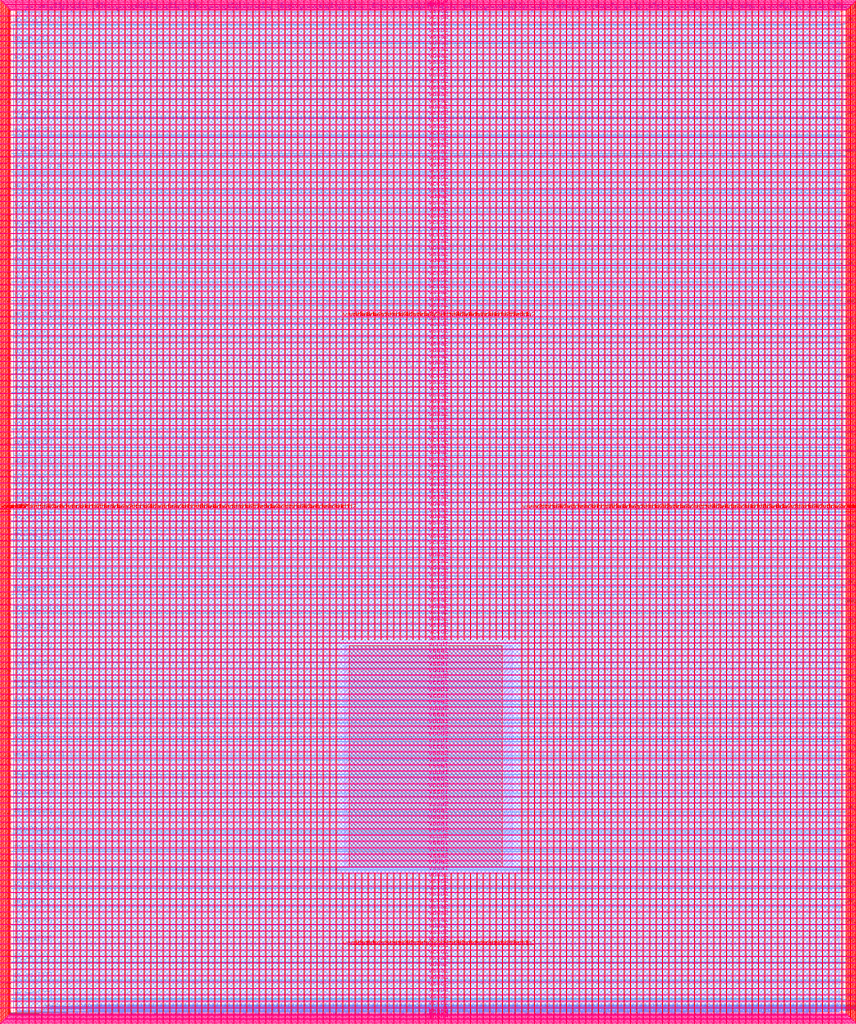
<source format=lef>
VERSION 5.7 ;
  NOWIREEXTENSIONATPIN ON ;
  DIVIDERCHAR "/" ;
  BUSBITCHARS "[]" ;
MACRO user_project_wrapper
  CLASS BLOCK ;
  FOREIGN user_project_wrapper ;
  ORIGIN 0.000 0.000 ;
  SIZE 2920.000 BY 3520.000 ;
  PIN analog_io[0]
    DIRECTION INOUT ;
    USE SIGNAL ;
    PORT
      LAYER met3 ;
        RECT 2917.600 1429.100 2924.800 1430.300 ;
    END
  END analog_io[0]
  PIN analog_io[10]
    DIRECTION INOUT ;
    USE SIGNAL ;
    PORT
      LAYER met2 ;
        RECT 2228.650 3517.600 2229.210 3524.800 ;
    END
  END analog_io[10]
  PIN analog_io[11]
    DIRECTION INOUT ;
    USE SIGNAL ;
    PORT
      LAYER met2 ;
        RECT 1904.810 3517.600 1905.370 3524.800 ;
    END
  END analog_io[11]
  PIN analog_io[12]
    DIRECTION INOUT ;
    USE SIGNAL ;
    PORT
      LAYER met2 ;
        RECT 1580.970 3517.600 1581.530 3524.800 ;
    END
  END analog_io[12]
  PIN analog_io[13]
    DIRECTION INOUT ;
    USE SIGNAL ;
    PORT
      LAYER met2 ;
        RECT 1257.130 3517.600 1257.690 3524.800 ;
    END
  END analog_io[13]
  PIN analog_io[14]
    DIRECTION INOUT ;
    USE SIGNAL ;
    PORT
      LAYER met2 ;
        RECT 933.290 3517.600 933.850 3524.800 ;
    END
  END analog_io[14]
  PIN analog_io[15]
    DIRECTION INOUT ;
    USE SIGNAL ;
    PORT
      LAYER met2 ;
        RECT 609.450 3517.600 610.010 3524.800 ;
    END
  END analog_io[15]
  PIN analog_io[16]
    DIRECTION INOUT ;
    USE SIGNAL ;
    PORT
      LAYER met2 ;
        RECT 285.610 3517.600 286.170 3524.800 ;
    END
  END analog_io[16]
  PIN analog_io[17]
    DIRECTION INOUT ;
    USE SIGNAL ;
    PORT
      LAYER met3 ;
        RECT -4.800 3471.140 2.400 3472.340 ;
    END
  END analog_io[17]
  PIN analog_io[18]
    DIRECTION INOUT ;
    USE SIGNAL ;
    PORT
      LAYER met3 ;
        RECT -4.800 3212.740 2.400 3213.940 ;
    END
  END analog_io[18]
  PIN analog_io[19]
    DIRECTION INOUT ;
    USE SIGNAL ;
    PORT
      LAYER met3 ;
        RECT -4.800 2954.340 2.400 2955.540 ;
    END
  END analog_io[19]
  PIN analog_io[1]
    DIRECTION INOUT ;
    USE SIGNAL ;
    PORT
      LAYER met3 ;
        RECT 2917.600 1692.940 2924.800 1694.140 ;
    END
  END analog_io[1]
  PIN analog_io[20]
    DIRECTION INOUT ;
    USE SIGNAL ;
    PORT
      LAYER met3 ;
        RECT -4.800 2695.940 2.400 2697.140 ;
    END
  END analog_io[20]
  PIN analog_io[21]
    DIRECTION INOUT ;
    USE SIGNAL ;
    PORT
      LAYER met3 ;
        RECT -4.800 2437.540 2.400 2438.740 ;
    END
  END analog_io[21]
  PIN analog_io[22]
    DIRECTION INOUT ;
    USE SIGNAL ;
    PORT
      LAYER met3 ;
        RECT -4.800 2179.140 2.400 2180.340 ;
    END
  END analog_io[22]
  PIN analog_io[23]
    DIRECTION INOUT ;
    USE SIGNAL ;
    PORT
      LAYER met3 ;
        RECT -4.800 1920.740 2.400 1921.940 ;
    END
  END analog_io[23]
  PIN analog_io[24]
    DIRECTION INOUT ;
    USE SIGNAL ;
    PORT
      LAYER met3 ;
        RECT -4.800 1662.340 2.400 1663.540 ;
    END
  END analog_io[24]
  PIN analog_io[25]
    DIRECTION INOUT ;
    USE SIGNAL ;
    PORT
      LAYER met3 ;
        RECT -4.800 1403.940 2.400 1405.140 ;
    END
  END analog_io[25]
  PIN analog_io[26]
    DIRECTION INOUT ;
    USE SIGNAL ;
    PORT
      LAYER met3 ;
        RECT -4.800 1145.540 2.400 1146.740 ;
    END
  END analog_io[26]
  PIN analog_io[27]
    DIRECTION INOUT ;
    USE SIGNAL ;
    PORT
      LAYER met3 ;
        RECT -4.800 887.140 2.400 888.340 ;
    END
  END analog_io[27]
  PIN analog_io[28]
    DIRECTION INOUT ;
    USE SIGNAL ;
    PORT
      LAYER met3 ;
        RECT -4.800 628.740 2.400 629.940 ;
    END
  END analog_io[28]
  PIN analog_io[2]
    DIRECTION INOUT ;
    USE SIGNAL ;
    PORT
      LAYER met3 ;
        RECT 2917.600 1956.780 2924.800 1957.980 ;
    END
  END analog_io[2]
  PIN analog_io[3]
    DIRECTION INOUT ;
    USE SIGNAL ;
    PORT
      LAYER met3 ;
        RECT 2917.600 2220.620 2924.800 2221.820 ;
    END
  END analog_io[3]
  PIN analog_io[4]
    DIRECTION INOUT ;
    USE SIGNAL ;
    PORT
      LAYER met3 ;
        RECT 2917.600 2484.460 2924.800 2485.660 ;
    END
  END analog_io[4]
  PIN analog_io[5]
    DIRECTION INOUT ;
    USE SIGNAL ;
    PORT
      LAYER met3 ;
        RECT 2917.600 2748.300 2924.800 2749.500 ;
    END
  END analog_io[5]
  PIN analog_io[6]
    DIRECTION INOUT ;
    USE SIGNAL ;
    PORT
      LAYER met3 ;
        RECT 2917.600 3012.140 2924.800 3013.340 ;
    END
  END analog_io[6]
  PIN analog_io[7]
    DIRECTION INOUT ;
    USE SIGNAL ;
    PORT
      LAYER met3 ;
        RECT 2917.600 3275.980 2924.800 3277.180 ;
    END
  END analog_io[7]
  PIN analog_io[8]
    DIRECTION INOUT ;
    USE SIGNAL ;
    PORT
      LAYER met2 ;
        RECT 2876.330 3517.600 2876.890 3524.800 ;
    END
  END analog_io[8]
  PIN analog_io[9]
    DIRECTION INOUT ;
    USE SIGNAL ;
    PORT
      LAYER met2 ;
        RECT 2552.490 3517.600 2553.050 3524.800 ;
    END
  END analog_io[9]
  PIN io_in[0]
    DIRECTION INPUT ;
    USE SIGNAL ;
    PORT
      LAYER met3 ;
        RECT 2917.600 43.940 2924.800 45.140 ;
    END
  END io_in[0]
  PIN io_in[10]
    DIRECTION INPUT ;
    USE SIGNAL ;
    PORT
      LAYER met3 ;
        RECT 2917.600 2286.580 2924.800 2287.780 ;
    END
  END io_in[10]
  PIN io_in[11]
    DIRECTION INPUT ;
    USE SIGNAL ;
    PORT
      LAYER met3 ;
        RECT 2917.600 2550.420 2924.800 2551.620 ;
    END
  END io_in[11]
  PIN io_in[12]
    DIRECTION INPUT ;
    USE SIGNAL ;
    PORT
      LAYER met3 ;
        RECT 2917.600 2814.260 2924.800 2815.460 ;
    END
  END io_in[12]
  PIN io_in[13]
    DIRECTION INPUT ;
    USE SIGNAL ;
    PORT
      LAYER met3 ;
        RECT 2917.600 3078.100 2924.800 3079.300 ;
    END
  END io_in[13]
  PIN io_in[14]
    DIRECTION INPUT ;
    USE SIGNAL ;
    PORT
      LAYER met3 ;
        RECT 2917.600 3341.940 2924.800 3343.140 ;
    END
  END io_in[14]
  PIN io_in[15]
    DIRECTION INPUT ;
    USE SIGNAL ;
    PORT
      LAYER met2 ;
        RECT 2795.370 3517.600 2795.930 3524.800 ;
    END
  END io_in[15]
  PIN io_in[16]
    DIRECTION INPUT ;
    USE SIGNAL ;
    PORT
      LAYER met2 ;
        RECT 2471.530 3517.600 2472.090 3524.800 ;
    END
  END io_in[16]
  PIN io_in[17]
    DIRECTION INPUT ;
    USE SIGNAL ;
    PORT
      LAYER met2 ;
        RECT 2147.690 3517.600 2148.250 3524.800 ;
    END
  END io_in[17]
  PIN io_in[18]
    DIRECTION INPUT ;
    USE SIGNAL ;
    PORT
      LAYER met2 ;
        RECT 1823.850 3517.600 1824.410 3524.800 ;
    END
  END io_in[18]
  PIN io_in[19]
    DIRECTION INPUT ;
    USE SIGNAL ;
    PORT
      LAYER met2 ;
        RECT 1500.010 3517.600 1500.570 3524.800 ;
    END
  END io_in[19]
  PIN io_in[1]
    DIRECTION INPUT ;
    USE SIGNAL ;
    PORT
      LAYER met3 ;
        RECT 2917.600 241.820 2924.800 243.020 ;
    END
  END io_in[1]
  PIN io_in[20]
    DIRECTION INPUT ;
    USE SIGNAL ;
    PORT
      LAYER met2 ;
        RECT 1176.170 3517.600 1176.730 3524.800 ;
    END
  END io_in[20]
  PIN io_in[21]
    DIRECTION INPUT ;
    USE SIGNAL ;
    PORT
      LAYER met2 ;
        RECT 852.330 3517.600 852.890 3524.800 ;
    END
  END io_in[21]
  PIN io_in[22]
    DIRECTION INPUT ;
    USE SIGNAL ;
    PORT
      LAYER met2 ;
        RECT 528.490 3517.600 529.050 3524.800 ;
    END
  END io_in[22]
  PIN io_in[23]
    DIRECTION INPUT ;
    USE SIGNAL ;
    PORT
      LAYER met2 ;
        RECT 204.650 3517.600 205.210 3524.800 ;
    END
  END io_in[23]
  PIN io_in[24]
    DIRECTION INPUT ;
    USE SIGNAL ;
    PORT
      LAYER met3 ;
        RECT -4.800 3406.540 2.400 3407.740 ;
    END
  END io_in[24]
  PIN io_in[25]
    DIRECTION INPUT ;
    USE SIGNAL ;
    PORT
      LAYER met3 ;
        RECT -4.800 3148.140 2.400 3149.340 ;
    END
  END io_in[25]
  PIN io_in[26]
    DIRECTION INPUT ;
    USE SIGNAL ;
    PORT
      LAYER met3 ;
        RECT -4.800 2889.740 2.400 2890.940 ;
    END
  END io_in[26]
  PIN io_in[27]
    DIRECTION INPUT ;
    USE SIGNAL ;
    PORT
      LAYER met3 ;
        RECT -4.800 2631.340 2.400 2632.540 ;
    END
  END io_in[27]
  PIN io_in[28]
    DIRECTION INPUT ;
    USE SIGNAL ;
    PORT
      LAYER met3 ;
        RECT -4.800 2372.940 2.400 2374.140 ;
    END
  END io_in[28]
  PIN io_in[29]
    DIRECTION INPUT ;
    USE SIGNAL ;
    PORT
      LAYER met3 ;
        RECT -4.800 2114.540 2.400 2115.740 ;
    END
  END io_in[29]
  PIN io_in[2]
    DIRECTION INPUT ;
    USE SIGNAL ;
    PORT
      LAYER met3 ;
        RECT 2917.600 439.700 2924.800 440.900 ;
    END
  END io_in[2]
  PIN io_in[30]
    DIRECTION INPUT ;
    USE SIGNAL ;
    PORT
      LAYER met3 ;
        RECT -4.800 1856.140 2.400 1857.340 ;
    END
  END io_in[30]
  PIN io_in[31]
    DIRECTION INPUT ;
    USE SIGNAL ;
    PORT
      LAYER met3 ;
        RECT -4.800 1597.740 2.400 1598.940 ;
    END
  END io_in[31]
  PIN io_in[32]
    DIRECTION INPUT ;
    USE SIGNAL ;
    PORT
      LAYER met3 ;
        RECT -4.800 1339.340 2.400 1340.540 ;
    END
  END io_in[32]
  PIN io_in[33]
    DIRECTION INPUT ;
    USE SIGNAL ;
    PORT
      LAYER met3 ;
        RECT -4.800 1080.940 2.400 1082.140 ;
    END
  END io_in[33]
  PIN io_in[34]
    DIRECTION INPUT ;
    USE SIGNAL ;
    PORT
      LAYER met3 ;
        RECT -4.800 822.540 2.400 823.740 ;
    END
  END io_in[34]
  PIN io_in[35]
    DIRECTION INPUT ;
    USE SIGNAL ;
    PORT
      LAYER met3 ;
        RECT -4.800 564.140 2.400 565.340 ;
    END
  END io_in[35]
  PIN io_in[36]
    DIRECTION INPUT ;
    USE SIGNAL ;
    PORT
      LAYER met3 ;
        RECT -4.800 370.340 2.400 371.540 ;
    END
  END io_in[36]
  PIN io_in[37]
    DIRECTION INPUT ;
    USE SIGNAL ;
    PORT
      LAYER met3 ;
        RECT -4.800 176.540 2.400 177.740 ;
    END
  END io_in[37]
  PIN io_in[3]
    DIRECTION INPUT ;
    USE SIGNAL ;
    PORT
      LAYER met3 ;
        RECT 2917.600 637.580 2924.800 638.780 ;
    END
  END io_in[3]
  PIN io_in[4]
    DIRECTION INPUT ;
    USE SIGNAL ;
    PORT
      LAYER met3 ;
        RECT 2917.600 835.460 2924.800 836.660 ;
    END
  END io_in[4]
  PIN io_in[5]
    DIRECTION INPUT ;
    USE SIGNAL ;
    PORT
      LAYER met3 ;
        RECT 2917.600 1033.340 2924.800 1034.540 ;
    END
  END io_in[5]
  PIN io_in[6]
    DIRECTION INPUT ;
    USE SIGNAL ;
    PORT
      LAYER met3 ;
        RECT 2917.600 1231.220 2924.800 1232.420 ;
    END
  END io_in[6]
  PIN io_in[7]
    DIRECTION INPUT ;
    USE SIGNAL ;
    PORT
      LAYER met3 ;
        RECT 2917.600 1495.060 2924.800 1496.260 ;
    END
  END io_in[7]
  PIN io_in[8]
    DIRECTION INPUT ;
    USE SIGNAL ;
    PORT
      LAYER met3 ;
        RECT 2917.600 1758.900 2924.800 1760.100 ;
    END
  END io_in[8]
  PIN io_in[9]
    DIRECTION INPUT ;
    USE SIGNAL ;
    PORT
      LAYER met3 ;
        RECT 2917.600 2022.740 2924.800 2023.940 ;
    END
  END io_in[9]
  PIN io_oeb[0]
    DIRECTION OUTPUT TRISTATE ;
    USE SIGNAL ;
    PORT
      LAYER met3 ;
        RECT 2917.600 175.860 2924.800 177.060 ;
    END
  END io_oeb[0]
  PIN io_oeb[10]
    DIRECTION OUTPUT TRISTATE ;
    USE SIGNAL ;
    PORT
      LAYER met3 ;
        RECT 2917.600 2418.500 2924.800 2419.700 ;
    END
  END io_oeb[10]
  PIN io_oeb[11]
    DIRECTION OUTPUT TRISTATE ;
    USE SIGNAL ;
    PORT
      LAYER met3 ;
        RECT 2917.600 2682.340 2924.800 2683.540 ;
    END
  END io_oeb[11]
  PIN io_oeb[12]
    DIRECTION OUTPUT TRISTATE ;
    USE SIGNAL ;
    PORT
      LAYER met3 ;
        RECT 2917.600 2946.180 2924.800 2947.380 ;
    END
  END io_oeb[12]
  PIN io_oeb[13]
    DIRECTION OUTPUT TRISTATE ;
    USE SIGNAL ;
    PORT
      LAYER met3 ;
        RECT 2917.600 3210.020 2924.800 3211.220 ;
    END
  END io_oeb[13]
  PIN io_oeb[14]
    DIRECTION OUTPUT TRISTATE ;
    USE SIGNAL ;
    PORT
      LAYER met3 ;
        RECT 2917.600 3473.860 2924.800 3475.060 ;
    END
  END io_oeb[14]
  PIN io_oeb[15]
    DIRECTION OUTPUT TRISTATE ;
    USE SIGNAL ;
    PORT
      LAYER met2 ;
        RECT 2633.450 3517.600 2634.010 3524.800 ;
    END
  END io_oeb[15]
  PIN io_oeb[16]
    DIRECTION OUTPUT TRISTATE ;
    USE SIGNAL ;
    PORT
      LAYER met2 ;
        RECT 2309.610 3517.600 2310.170 3524.800 ;
    END
  END io_oeb[16]
  PIN io_oeb[17]
    DIRECTION OUTPUT TRISTATE ;
    USE SIGNAL ;
    PORT
      LAYER met2 ;
        RECT 1985.770 3517.600 1986.330 3524.800 ;
    END
  END io_oeb[17]
  PIN io_oeb[18]
    DIRECTION OUTPUT TRISTATE ;
    USE SIGNAL ;
    PORT
      LAYER met2 ;
        RECT 1661.930 3517.600 1662.490 3524.800 ;
    END
  END io_oeb[18]
  PIN io_oeb[19]
    DIRECTION OUTPUT TRISTATE ;
    USE SIGNAL ;
    PORT
      LAYER met2 ;
        RECT 1338.090 3517.600 1338.650 3524.800 ;
    END
  END io_oeb[19]
  PIN io_oeb[1]
    DIRECTION OUTPUT TRISTATE ;
    USE SIGNAL ;
    PORT
      LAYER met3 ;
        RECT 2917.600 373.740 2924.800 374.940 ;
    END
  END io_oeb[1]
  PIN io_oeb[20]
    DIRECTION OUTPUT TRISTATE ;
    USE SIGNAL ;
    PORT
      LAYER met2 ;
        RECT 1014.250 3517.600 1014.810 3524.800 ;
    END
  END io_oeb[20]
  PIN io_oeb[21]
    DIRECTION OUTPUT TRISTATE ;
    USE SIGNAL ;
    PORT
      LAYER met2 ;
        RECT 690.410 3517.600 690.970 3524.800 ;
    END
  END io_oeb[21]
  PIN io_oeb[22]
    DIRECTION OUTPUT TRISTATE ;
    USE SIGNAL ;
    PORT
      LAYER met2 ;
        RECT 366.570 3517.600 367.130 3524.800 ;
    END
  END io_oeb[22]
  PIN io_oeb[23]
    DIRECTION OUTPUT TRISTATE ;
    USE SIGNAL ;
    PORT
      LAYER met2 ;
        RECT 42.730 3517.600 43.290 3524.800 ;
    END
  END io_oeb[23]
  PIN io_oeb[24]
    DIRECTION OUTPUT TRISTATE ;
    USE SIGNAL ;
    PORT
      LAYER met3 ;
        RECT -4.800 3277.340 2.400 3278.540 ;
    END
  END io_oeb[24]
  PIN io_oeb[25]
    DIRECTION OUTPUT TRISTATE ;
    USE SIGNAL ;
    PORT
      LAYER met3 ;
        RECT -4.800 3018.940 2.400 3020.140 ;
    END
  END io_oeb[25]
  PIN io_oeb[26]
    DIRECTION OUTPUT TRISTATE ;
    USE SIGNAL ;
    PORT
      LAYER met3 ;
        RECT -4.800 2760.540 2.400 2761.740 ;
    END
  END io_oeb[26]
  PIN io_oeb[27]
    DIRECTION OUTPUT TRISTATE ;
    USE SIGNAL ;
    PORT
      LAYER met3 ;
        RECT -4.800 2502.140 2.400 2503.340 ;
    END
  END io_oeb[27]
  PIN io_oeb[28]
    DIRECTION OUTPUT TRISTATE ;
    USE SIGNAL ;
    PORT
      LAYER met3 ;
        RECT -4.800 2243.740 2.400 2244.940 ;
    END
  END io_oeb[28]
  PIN io_oeb[29]
    DIRECTION OUTPUT TRISTATE ;
    USE SIGNAL ;
    PORT
      LAYER met3 ;
        RECT -4.800 1985.340 2.400 1986.540 ;
    END
  END io_oeb[29]
  PIN io_oeb[2]
    DIRECTION OUTPUT TRISTATE ;
    USE SIGNAL ;
    PORT
      LAYER met3 ;
        RECT 2917.600 571.620 2924.800 572.820 ;
    END
  END io_oeb[2]
  PIN io_oeb[30]
    DIRECTION OUTPUT TRISTATE ;
    USE SIGNAL ;
    PORT
      LAYER met3 ;
        RECT -4.800 1726.940 2.400 1728.140 ;
    END
  END io_oeb[30]
  PIN io_oeb[31]
    DIRECTION OUTPUT TRISTATE ;
    USE SIGNAL ;
    PORT
      LAYER met3 ;
        RECT -4.800 1468.540 2.400 1469.740 ;
    END
  END io_oeb[31]
  PIN io_oeb[32]
    DIRECTION OUTPUT TRISTATE ;
    USE SIGNAL ;
    PORT
      LAYER met3 ;
        RECT -4.800 1210.140 2.400 1211.340 ;
    END
  END io_oeb[32]
  PIN io_oeb[33]
    DIRECTION OUTPUT TRISTATE ;
    USE SIGNAL ;
    PORT
      LAYER met3 ;
        RECT -4.800 951.740 2.400 952.940 ;
    END
  END io_oeb[33]
  PIN io_oeb[34]
    DIRECTION OUTPUT TRISTATE ;
    USE SIGNAL ;
    PORT
      LAYER met3 ;
        RECT -4.800 693.340 2.400 694.540 ;
    END
  END io_oeb[34]
  PIN io_oeb[35]
    DIRECTION OUTPUT TRISTATE ;
    USE SIGNAL ;
    PORT
      LAYER met3 ;
        RECT -4.800 434.940 2.400 436.140 ;
    END
  END io_oeb[35]
  PIN io_oeb[36]
    DIRECTION OUTPUT TRISTATE ;
    USE SIGNAL ;
    PORT
      LAYER met3 ;
        RECT -4.800 241.140 2.400 242.340 ;
    END
  END io_oeb[36]
  PIN io_oeb[37]
    DIRECTION OUTPUT TRISTATE ;
    USE SIGNAL ;
    PORT
      LAYER met3 ;
        RECT -4.800 47.340 2.400 48.540 ;
    END
  END io_oeb[37]
  PIN io_oeb[3]
    DIRECTION OUTPUT TRISTATE ;
    USE SIGNAL ;
    PORT
      LAYER met3 ;
        RECT 2917.600 769.500 2924.800 770.700 ;
    END
  END io_oeb[3]
  PIN io_oeb[4]
    DIRECTION OUTPUT TRISTATE ;
    USE SIGNAL ;
    PORT
      LAYER met3 ;
        RECT 2917.600 967.380 2924.800 968.580 ;
    END
  END io_oeb[4]
  PIN io_oeb[5]
    DIRECTION OUTPUT TRISTATE ;
    USE SIGNAL ;
    PORT
      LAYER met3 ;
        RECT 2917.600 1165.260 2924.800 1166.460 ;
    END
  END io_oeb[5]
  PIN io_oeb[6]
    DIRECTION OUTPUT TRISTATE ;
    USE SIGNAL ;
    PORT
      LAYER met3 ;
        RECT 2917.600 1363.140 2924.800 1364.340 ;
    END
  END io_oeb[6]
  PIN io_oeb[7]
    DIRECTION OUTPUT TRISTATE ;
    USE SIGNAL ;
    PORT
      LAYER met3 ;
        RECT 2917.600 1626.980 2924.800 1628.180 ;
    END
  END io_oeb[7]
  PIN io_oeb[8]
    DIRECTION OUTPUT TRISTATE ;
    USE SIGNAL ;
    PORT
      LAYER met3 ;
        RECT 2917.600 1890.820 2924.800 1892.020 ;
    END
  END io_oeb[8]
  PIN io_oeb[9]
    DIRECTION OUTPUT TRISTATE ;
    USE SIGNAL ;
    PORT
      LAYER met3 ;
        RECT 2917.600 2154.660 2924.800 2155.860 ;
    END
  END io_oeb[9]
  PIN io_out[0]
    DIRECTION OUTPUT TRISTATE ;
    USE SIGNAL ;
    PORT
      LAYER met3 ;
        RECT 2917.600 109.900 2924.800 111.100 ;
    END
  END io_out[0]
  PIN io_out[10]
    DIRECTION OUTPUT TRISTATE ;
    USE SIGNAL ;
    PORT
      LAYER met3 ;
        RECT 2917.600 2352.540 2924.800 2353.740 ;
    END
  END io_out[10]
  PIN io_out[11]
    DIRECTION OUTPUT TRISTATE ;
    USE SIGNAL ;
    PORT
      LAYER met3 ;
        RECT 2917.600 2616.380 2924.800 2617.580 ;
    END
  END io_out[11]
  PIN io_out[12]
    DIRECTION OUTPUT TRISTATE ;
    USE SIGNAL ;
    PORT
      LAYER met3 ;
        RECT 2917.600 2880.220 2924.800 2881.420 ;
    END
  END io_out[12]
  PIN io_out[13]
    DIRECTION OUTPUT TRISTATE ;
    USE SIGNAL ;
    PORT
      LAYER met3 ;
        RECT 2917.600 3144.060 2924.800 3145.260 ;
    END
  END io_out[13]
  PIN io_out[14]
    DIRECTION OUTPUT TRISTATE ;
    USE SIGNAL ;
    PORT
      LAYER met3 ;
        RECT 2917.600 3407.900 2924.800 3409.100 ;
    END
  END io_out[14]
  PIN io_out[15]
    DIRECTION OUTPUT TRISTATE ;
    USE SIGNAL ;
    PORT
      LAYER met2 ;
        RECT 2714.410 3517.600 2714.970 3524.800 ;
    END
  END io_out[15]
  PIN io_out[16]
    DIRECTION OUTPUT TRISTATE ;
    USE SIGNAL ;
    PORT
      LAYER met2 ;
        RECT 2390.570 3517.600 2391.130 3524.800 ;
    END
  END io_out[16]
  PIN io_out[17]
    DIRECTION OUTPUT TRISTATE ;
    USE SIGNAL ;
    PORT
      LAYER met2 ;
        RECT 2066.730 3517.600 2067.290 3524.800 ;
    END
  END io_out[17]
  PIN io_out[18]
    DIRECTION OUTPUT TRISTATE ;
    USE SIGNAL ;
    PORT
      LAYER met2 ;
        RECT 1742.890 3517.600 1743.450 3524.800 ;
    END
  END io_out[18]
  PIN io_out[19]
    DIRECTION OUTPUT TRISTATE ;
    USE SIGNAL ;
    PORT
      LAYER met2 ;
        RECT 1419.050 3517.600 1419.610 3524.800 ;
    END
  END io_out[19]
  PIN io_out[1]
    DIRECTION OUTPUT TRISTATE ;
    USE SIGNAL ;
    PORT
      LAYER met3 ;
        RECT 2917.600 307.780 2924.800 308.980 ;
    END
  END io_out[1]
  PIN io_out[20]
    DIRECTION OUTPUT TRISTATE ;
    USE SIGNAL ;
    PORT
      LAYER met2 ;
        RECT 1095.210 3517.600 1095.770 3524.800 ;
    END
  END io_out[20]
  PIN io_out[21]
    DIRECTION OUTPUT TRISTATE ;
    USE SIGNAL ;
    PORT
      LAYER met2 ;
        RECT 771.370 3517.600 771.930 3524.800 ;
    END
  END io_out[21]
  PIN io_out[22]
    DIRECTION OUTPUT TRISTATE ;
    USE SIGNAL ;
    PORT
      LAYER met2 ;
        RECT 447.530 3517.600 448.090 3524.800 ;
    END
  END io_out[22]
  PIN io_out[23]
    DIRECTION OUTPUT TRISTATE ;
    USE SIGNAL ;
    PORT
      LAYER met2 ;
        RECT 123.690 3517.600 124.250 3524.800 ;
    END
  END io_out[23]
  PIN io_out[24]
    DIRECTION OUTPUT TRISTATE ;
    USE SIGNAL ;
    PORT
      LAYER met3 ;
        RECT -4.800 3341.940 2.400 3343.140 ;
    END
  END io_out[24]
  PIN io_out[25]
    DIRECTION OUTPUT TRISTATE ;
    USE SIGNAL ;
    PORT
      LAYER met3 ;
        RECT -4.800 3083.540 2.400 3084.740 ;
    END
  END io_out[25]
  PIN io_out[26]
    DIRECTION OUTPUT TRISTATE ;
    USE SIGNAL ;
    PORT
      LAYER met3 ;
        RECT -4.800 2825.140 2.400 2826.340 ;
    END
  END io_out[26]
  PIN io_out[27]
    DIRECTION OUTPUT TRISTATE ;
    USE SIGNAL ;
    PORT
      LAYER met3 ;
        RECT -4.800 2566.740 2.400 2567.940 ;
    END
  END io_out[27]
  PIN io_out[28]
    DIRECTION OUTPUT TRISTATE ;
    USE SIGNAL ;
    PORT
      LAYER met3 ;
        RECT -4.800 2308.340 2.400 2309.540 ;
    END
  END io_out[28]
  PIN io_out[29]
    DIRECTION OUTPUT TRISTATE ;
    USE SIGNAL ;
    PORT
      LAYER met3 ;
        RECT -4.800 2049.940 2.400 2051.140 ;
    END
  END io_out[29]
  PIN io_out[2]
    DIRECTION OUTPUT TRISTATE ;
    USE SIGNAL ;
    PORT
      LAYER met3 ;
        RECT 2917.600 505.660 2924.800 506.860 ;
    END
  END io_out[2]
  PIN io_out[30]
    DIRECTION OUTPUT TRISTATE ;
    USE SIGNAL ;
    PORT
      LAYER met3 ;
        RECT -4.800 1791.540 2.400 1792.740 ;
    END
  END io_out[30]
  PIN io_out[31]
    DIRECTION OUTPUT TRISTATE ;
    USE SIGNAL ;
    PORT
      LAYER met3 ;
        RECT -4.800 1533.140 2.400 1534.340 ;
    END
  END io_out[31]
  PIN io_out[32]
    DIRECTION OUTPUT TRISTATE ;
    USE SIGNAL ;
    PORT
      LAYER met3 ;
        RECT -4.800 1274.740 2.400 1275.940 ;
    END
  END io_out[32]
  PIN io_out[33]
    DIRECTION OUTPUT TRISTATE ;
    USE SIGNAL ;
    PORT
      LAYER met3 ;
        RECT -4.800 1016.340 2.400 1017.540 ;
    END
  END io_out[33]
  PIN io_out[34]
    DIRECTION OUTPUT TRISTATE ;
    USE SIGNAL ;
    PORT
      LAYER met3 ;
        RECT -4.800 757.940 2.400 759.140 ;
    END
  END io_out[34]
  PIN io_out[35]
    DIRECTION OUTPUT TRISTATE ;
    USE SIGNAL ;
    PORT
      LAYER met3 ;
        RECT -4.800 499.540 2.400 500.740 ;
    END
  END io_out[35]
  PIN io_out[36]
    DIRECTION OUTPUT TRISTATE ;
    USE SIGNAL ;
    PORT
      LAYER met3 ;
        RECT -4.800 305.740 2.400 306.940 ;
    END
  END io_out[36]
  PIN io_out[37]
    DIRECTION OUTPUT TRISTATE ;
    USE SIGNAL ;
    PORT
      LAYER met3 ;
        RECT -4.800 111.940 2.400 113.140 ;
    END
  END io_out[37]
  PIN io_out[3]
    DIRECTION OUTPUT TRISTATE ;
    USE SIGNAL ;
    PORT
      LAYER met3 ;
        RECT 2917.600 703.540 2924.800 704.740 ;
    END
  END io_out[3]
  PIN io_out[4]
    DIRECTION OUTPUT TRISTATE ;
    USE SIGNAL ;
    PORT
      LAYER met3 ;
        RECT 2917.600 901.420 2924.800 902.620 ;
    END
  END io_out[4]
  PIN io_out[5]
    DIRECTION OUTPUT TRISTATE ;
    USE SIGNAL ;
    PORT
      LAYER met3 ;
        RECT 2917.600 1099.300 2924.800 1100.500 ;
    END
  END io_out[5]
  PIN io_out[6]
    DIRECTION OUTPUT TRISTATE ;
    USE SIGNAL ;
    PORT
      LAYER met3 ;
        RECT 2917.600 1297.180 2924.800 1298.380 ;
    END
  END io_out[6]
  PIN io_out[7]
    DIRECTION OUTPUT TRISTATE ;
    USE SIGNAL ;
    PORT
      LAYER met3 ;
        RECT 2917.600 1561.020 2924.800 1562.220 ;
    END
  END io_out[7]
  PIN io_out[8]
    DIRECTION OUTPUT TRISTATE ;
    USE SIGNAL ;
    PORT
      LAYER met3 ;
        RECT 2917.600 1824.860 2924.800 1826.060 ;
    END
  END io_out[8]
  PIN io_out[9]
    DIRECTION OUTPUT TRISTATE ;
    USE SIGNAL ;
    PORT
      LAYER met3 ;
        RECT 2917.600 2088.700 2924.800 2089.900 ;
    END
  END io_out[9]
  PIN la_data_in[0]
    DIRECTION INPUT ;
    USE SIGNAL ;
    PORT
      LAYER met2 ;
        RECT 683.970 -4.800 684.530 2.400 ;
    END
  END la_data_in[0]
  PIN la_data_in[100]
    DIRECTION INPUT ;
    USE SIGNAL ;
    PORT
      LAYER met2 ;
        RECT 2339.970 -4.800 2340.530 2.400 ;
    END
  END la_data_in[100]
  PIN la_data_in[101]
    DIRECTION INPUT ;
    USE SIGNAL ;
    PORT
      LAYER met2 ;
        RECT 2356.530 -4.800 2357.090 2.400 ;
    END
  END la_data_in[101]
  PIN la_data_in[102]
    DIRECTION INPUT ;
    USE SIGNAL ;
    PORT
      LAYER met2 ;
        RECT 2373.090 -4.800 2373.650 2.400 ;
    END
  END la_data_in[102]
  PIN la_data_in[103]
    DIRECTION INPUT ;
    USE SIGNAL ;
    PORT
      LAYER met2 ;
        RECT 2389.650 -4.800 2390.210 2.400 ;
    END
  END la_data_in[103]
  PIN la_data_in[104]
    DIRECTION INPUT ;
    USE SIGNAL ;
    PORT
      LAYER met2 ;
        RECT 2406.210 -4.800 2406.770 2.400 ;
    END
  END la_data_in[104]
  PIN la_data_in[105]
    DIRECTION INPUT ;
    USE SIGNAL ;
    PORT
      LAYER met2 ;
        RECT 2422.770 -4.800 2423.330 2.400 ;
    END
  END la_data_in[105]
  PIN la_data_in[106]
    DIRECTION INPUT ;
    USE SIGNAL ;
    PORT
      LAYER met2 ;
        RECT 2439.330 -4.800 2439.890 2.400 ;
    END
  END la_data_in[106]
  PIN la_data_in[107]
    DIRECTION INPUT ;
    USE SIGNAL ;
    PORT
      LAYER met2 ;
        RECT 2455.890 -4.800 2456.450 2.400 ;
    END
  END la_data_in[107]
  PIN la_data_in[108]
    DIRECTION INPUT ;
    USE SIGNAL ;
    PORT
      LAYER met2 ;
        RECT 2472.450 -4.800 2473.010 2.400 ;
    END
  END la_data_in[108]
  PIN la_data_in[109]
    DIRECTION INPUT ;
    USE SIGNAL ;
    PORT
      LAYER met2 ;
        RECT 2489.010 -4.800 2489.570 2.400 ;
    END
  END la_data_in[109]
  PIN la_data_in[10]
    DIRECTION INPUT ;
    USE SIGNAL ;
    PORT
      LAYER met2 ;
        RECT 849.570 -4.800 850.130 2.400 ;
    END
  END la_data_in[10]
  PIN la_data_in[110]
    DIRECTION INPUT ;
    USE SIGNAL ;
    PORT
      LAYER met2 ;
        RECT 2505.570 -4.800 2506.130 2.400 ;
    END
  END la_data_in[110]
  PIN la_data_in[111]
    DIRECTION INPUT ;
    USE SIGNAL ;
    PORT
      LAYER met2 ;
        RECT 2522.130 -4.800 2522.690 2.400 ;
    END
  END la_data_in[111]
  PIN la_data_in[112]
    DIRECTION INPUT ;
    USE SIGNAL ;
    PORT
      LAYER met2 ;
        RECT 2538.690 -4.800 2539.250 2.400 ;
    END
  END la_data_in[112]
  PIN la_data_in[113]
    DIRECTION INPUT ;
    USE SIGNAL ;
    PORT
      LAYER met2 ;
        RECT 2555.250 -4.800 2555.810 2.400 ;
    END
  END la_data_in[113]
  PIN la_data_in[114]
    DIRECTION INPUT ;
    USE SIGNAL ;
    PORT
      LAYER met2 ;
        RECT 2571.810 -4.800 2572.370 2.400 ;
    END
  END la_data_in[114]
  PIN la_data_in[115]
    DIRECTION INPUT ;
    USE SIGNAL ;
    PORT
      LAYER met2 ;
        RECT 2588.370 -4.800 2588.930 2.400 ;
    END
  END la_data_in[115]
  PIN la_data_in[116]
    DIRECTION INPUT ;
    USE SIGNAL ;
    PORT
      LAYER met2 ;
        RECT 2604.930 -4.800 2605.490 2.400 ;
    END
  END la_data_in[116]
  PIN la_data_in[117]
    DIRECTION INPUT ;
    USE SIGNAL ;
    PORT
      LAYER met2 ;
        RECT 2621.490 -4.800 2622.050 2.400 ;
    END
  END la_data_in[117]
  PIN la_data_in[118]
    DIRECTION INPUT ;
    USE SIGNAL ;
    PORT
      LAYER met2 ;
        RECT 2638.050 -4.800 2638.610 2.400 ;
    END
  END la_data_in[118]
  PIN la_data_in[119]
    DIRECTION INPUT ;
    USE SIGNAL ;
    PORT
      LAYER met2 ;
        RECT 2654.610 -4.800 2655.170 2.400 ;
    END
  END la_data_in[119]
  PIN la_data_in[11]
    DIRECTION INPUT ;
    USE SIGNAL ;
    PORT
      LAYER met2 ;
        RECT 866.130 -4.800 866.690 2.400 ;
    END
  END la_data_in[11]
  PIN la_data_in[120]
    DIRECTION INPUT ;
    USE SIGNAL ;
    PORT
      LAYER met2 ;
        RECT 2671.170 -4.800 2671.730 2.400 ;
    END
  END la_data_in[120]
  PIN la_data_in[121]
    DIRECTION INPUT ;
    USE SIGNAL ;
    PORT
      LAYER met2 ;
        RECT 2687.730 -4.800 2688.290 2.400 ;
    END
  END la_data_in[121]
  PIN la_data_in[122]
    DIRECTION INPUT ;
    USE SIGNAL ;
    PORT
      LAYER met2 ;
        RECT 2704.290 -4.800 2704.850 2.400 ;
    END
  END la_data_in[122]
  PIN la_data_in[123]
    DIRECTION INPUT ;
    USE SIGNAL ;
    PORT
      LAYER met2 ;
        RECT 2720.850 -4.800 2721.410 2.400 ;
    END
  END la_data_in[123]
  PIN la_data_in[124]
    DIRECTION INPUT ;
    USE SIGNAL ;
    PORT
      LAYER met2 ;
        RECT 2737.410 -4.800 2737.970 2.400 ;
    END
  END la_data_in[124]
  PIN la_data_in[125]
    DIRECTION INPUT ;
    USE SIGNAL ;
    PORT
      LAYER met2 ;
        RECT 2753.970 -4.800 2754.530 2.400 ;
    END
  END la_data_in[125]
  PIN la_data_in[126]
    DIRECTION INPUT ;
    USE SIGNAL ;
    PORT
      LAYER met2 ;
        RECT 2770.530 -4.800 2771.090 2.400 ;
    END
  END la_data_in[126]
  PIN la_data_in[127]
    DIRECTION INPUT ;
    USE SIGNAL ;
    PORT
      LAYER met2 ;
        RECT 2787.090 -4.800 2787.650 2.400 ;
    END
  END la_data_in[127]
  PIN la_data_in[12]
    DIRECTION INPUT ;
    USE SIGNAL ;
    PORT
      LAYER met2 ;
        RECT 882.690 -4.800 883.250 2.400 ;
    END
  END la_data_in[12]
  PIN la_data_in[13]
    DIRECTION INPUT ;
    USE SIGNAL ;
    PORT
      LAYER met2 ;
        RECT 899.250 -4.800 899.810 2.400 ;
    END
  END la_data_in[13]
  PIN la_data_in[14]
    DIRECTION INPUT ;
    USE SIGNAL ;
    PORT
      LAYER met2 ;
        RECT 915.810 -4.800 916.370 2.400 ;
    END
  END la_data_in[14]
  PIN la_data_in[15]
    DIRECTION INPUT ;
    USE SIGNAL ;
    PORT
      LAYER met2 ;
        RECT 932.370 -4.800 932.930 2.400 ;
    END
  END la_data_in[15]
  PIN la_data_in[16]
    DIRECTION INPUT ;
    USE SIGNAL ;
    PORT
      LAYER met2 ;
        RECT 948.930 -4.800 949.490 2.400 ;
    END
  END la_data_in[16]
  PIN la_data_in[17]
    DIRECTION INPUT ;
    USE SIGNAL ;
    PORT
      LAYER met2 ;
        RECT 965.490 -4.800 966.050 2.400 ;
    END
  END la_data_in[17]
  PIN la_data_in[18]
    DIRECTION INPUT ;
    USE SIGNAL ;
    PORT
      LAYER met2 ;
        RECT 982.050 -4.800 982.610 2.400 ;
    END
  END la_data_in[18]
  PIN la_data_in[19]
    DIRECTION INPUT ;
    USE SIGNAL ;
    PORT
      LAYER met2 ;
        RECT 998.610 -4.800 999.170 2.400 ;
    END
  END la_data_in[19]
  PIN la_data_in[1]
    DIRECTION INPUT ;
    USE SIGNAL ;
    PORT
      LAYER met2 ;
        RECT 700.530 -4.800 701.090 2.400 ;
    END
  END la_data_in[1]
  PIN la_data_in[20]
    DIRECTION INPUT ;
    USE SIGNAL ;
    PORT
      LAYER met2 ;
        RECT 1015.170 -4.800 1015.730 2.400 ;
    END
  END la_data_in[20]
  PIN la_data_in[21]
    DIRECTION INPUT ;
    USE SIGNAL ;
    PORT
      LAYER met2 ;
        RECT 1031.730 -4.800 1032.290 2.400 ;
    END
  END la_data_in[21]
  PIN la_data_in[22]
    DIRECTION INPUT ;
    USE SIGNAL ;
    PORT
      LAYER met2 ;
        RECT 1048.290 -4.800 1048.850 2.400 ;
    END
  END la_data_in[22]
  PIN la_data_in[23]
    DIRECTION INPUT ;
    USE SIGNAL ;
    PORT
      LAYER met2 ;
        RECT 1064.850 -4.800 1065.410 2.400 ;
    END
  END la_data_in[23]
  PIN la_data_in[24]
    DIRECTION INPUT ;
    USE SIGNAL ;
    PORT
      LAYER met2 ;
        RECT 1081.410 -4.800 1081.970 2.400 ;
    END
  END la_data_in[24]
  PIN la_data_in[25]
    DIRECTION INPUT ;
    USE SIGNAL ;
    PORT
      LAYER met2 ;
        RECT 1097.970 -4.800 1098.530 2.400 ;
    END
  END la_data_in[25]
  PIN la_data_in[26]
    DIRECTION INPUT ;
    USE SIGNAL ;
    PORT
      LAYER met2 ;
        RECT 1114.530 -4.800 1115.090 2.400 ;
    END
  END la_data_in[26]
  PIN la_data_in[27]
    DIRECTION INPUT ;
    USE SIGNAL ;
    PORT
      LAYER met2 ;
        RECT 1131.090 -4.800 1131.650 2.400 ;
    END
  END la_data_in[27]
  PIN la_data_in[28]
    DIRECTION INPUT ;
    USE SIGNAL ;
    PORT
      LAYER met2 ;
        RECT 1147.650 -4.800 1148.210 2.400 ;
    END
  END la_data_in[28]
  PIN la_data_in[29]
    DIRECTION INPUT ;
    USE SIGNAL ;
    PORT
      LAYER met2 ;
        RECT 1164.210 -4.800 1164.770 2.400 ;
    END
  END la_data_in[29]
  PIN la_data_in[2]
    DIRECTION INPUT ;
    USE SIGNAL ;
    PORT
      LAYER met2 ;
        RECT 717.090 -4.800 717.650 2.400 ;
    END
  END la_data_in[2]
  PIN la_data_in[30]
    DIRECTION INPUT ;
    USE SIGNAL ;
    PORT
      LAYER met2 ;
        RECT 1180.770 -4.800 1181.330 2.400 ;
    END
  END la_data_in[30]
  PIN la_data_in[31]
    DIRECTION INPUT ;
    USE SIGNAL ;
    PORT
      LAYER met2 ;
        RECT 1197.330 -4.800 1197.890 2.400 ;
    END
  END la_data_in[31]
  PIN la_data_in[32]
    DIRECTION INPUT ;
    USE SIGNAL ;
    PORT
      LAYER met2 ;
        RECT 1213.890 -4.800 1214.450 2.400 ;
    END
  END la_data_in[32]
  PIN la_data_in[33]
    DIRECTION INPUT ;
    USE SIGNAL ;
    PORT
      LAYER met2 ;
        RECT 1230.450 -4.800 1231.010 2.400 ;
    END
  END la_data_in[33]
  PIN la_data_in[34]
    DIRECTION INPUT ;
    USE SIGNAL ;
    PORT
      LAYER met2 ;
        RECT 1247.010 -4.800 1247.570 2.400 ;
    END
  END la_data_in[34]
  PIN la_data_in[35]
    DIRECTION INPUT ;
    USE SIGNAL ;
    PORT
      LAYER met2 ;
        RECT 1263.570 -4.800 1264.130 2.400 ;
    END
  END la_data_in[35]
  PIN la_data_in[36]
    DIRECTION INPUT ;
    USE SIGNAL ;
    PORT
      LAYER met2 ;
        RECT 1280.130 -4.800 1280.690 2.400 ;
    END
  END la_data_in[36]
  PIN la_data_in[37]
    DIRECTION INPUT ;
    USE SIGNAL ;
    PORT
      LAYER met2 ;
        RECT 1296.690 -4.800 1297.250 2.400 ;
    END
  END la_data_in[37]
  PIN la_data_in[38]
    DIRECTION INPUT ;
    USE SIGNAL ;
    PORT
      LAYER met2 ;
        RECT 1313.250 -4.800 1313.810 2.400 ;
    END
  END la_data_in[38]
  PIN la_data_in[39]
    DIRECTION INPUT ;
    USE SIGNAL ;
    PORT
      LAYER met2 ;
        RECT 1329.810 -4.800 1330.370 2.400 ;
    END
  END la_data_in[39]
  PIN la_data_in[3]
    DIRECTION INPUT ;
    USE SIGNAL ;
    PORT
      LAYER met2 ;
        RECT 733.650 -4.800 734.210 2.400 ;
    END
  END la_data_in[3]
  PIN la_data_in[40]
    DIRECTION INPUT ;
    USE SIGNAL ;
    PORT
      LAYER met2 ;
        RECT 1346.370 -4.800 1346.930 2.400 ;
    END
  END la_data_in[40]
  PIN la_data_in[41]
    DIRECTION INPUT ;
    USE SIGNAL ;
    PORT
      LAYER met2 ;
        RECT 1362.930 -4.800 1363.490 2.400 ;
    END
  END la_data_in[41]
  PIN la_data_in[42]
    DIRECTION INPUT ;
    USE SIGNAL ;
    PORT
      LAYER met2 ;
        RECT 1379.490 -4.800 1380.050 2.400 ;
    END
  END la_data_in[42]
  PIN la_data_in[43]
    DIRECTION INPUT ;
    USE SIGNAL ;
    PORT
      LAYER met2 ;
        RECT 1396.050 -4.800 1396.610 2.400 ;
    END
  END la_data_in[43]
  PIN la_data_in[44]
    DIRECTION INPUT ;
    USE SIGNAL ;
    PORT
      LAYER met2 ;
        RECT 1412.610 -4.800 1413.170 2.400 ;
    END
  END la_data_in[44]
  PIN la_data_in[45]
    DIRECTION INPUT ;
    USE SIGNAL ;
    PORT
      LAYER met2 ;
        RECT 1429.170 -4.800 1429.730 2.400 ;
    END
  END la_data_in[45]
  PIN la_data_in[46]
    DIRECTION INPUT ;
    USE SIGNAL ;
    PORT
      LAYER met2 ;
        RECT 1445.730 -4.800 1446.290 2.400 ;
    END
  END la_data_in[46]
  PIN la_data_in[47]
    DIRECTION INPUT ;
    USE SIGNAL ;
    PORT
      LAYER met2 ;
        RECT 1462.290 -4.800 1462.850 2.400 ;
    END
  END la_data_in[47]
  PIN la_data_in[48]
    DIRECTION INPUT ;
    USE SIGNAL ;
    PORT
      LAYER met2 ;
        RECT 1478.850 -4.800 1479.410 2.400 ;
    END
  END la_data_in[48]
  PIN la_data_in[49]
    DIRECTION INPUT ;
    USE SIGNAL ;
    PORT
      LAYER met2 ;
        RECT 1495.410 -4.800 1495.970 2.400 ;
    END
  END la_data_in[49]
  PIN la_data_in[4]
    DIRECTION INPUT ;
    USE SIGNAL ;
    PORT
      LAYER met2 ;
        RECT 750.210 -4.800 750.770 2.400 ;
    END
  END la_data_in[4]
  PIN la_data_in[50]
    DIRECTION INPUT ;
    USE SIGNAL ;
    PORT
      LAYER met2 ;
        RECT 1511.970 -4.800 1512.530 2.400 ;
    END
  END la_data_in[50]
  PIN la_data_in[51]
    DIRECTION INPUT ;
    USE SIGNAL ;
    PORT
      LAYER met2 ;
        RECT 1528.530 -4.800 1529.090 2.400 ;
    END
  END la_data_in[51]
  PIN la_data_in[52]
    DIRECTION INPUT ;
    USE SIGNAL ;
    PORT
      LAYER met2 ;
        RECT 1545.090 -4.800 1545.650 2.400 ;
    END
  END la_data_in[52]
  PIN la_data_in[53]
    DIRECTION INPUT ;
    USE SIGNAL ;
    PORT
      LAYER met2 ;
        RECT 1561.650 -4.800 1562.210 2.400 ;
    END
  END la_data_in[53]
  PIN la_data_in[54]
    DIRECTION INPUT ;
    USE SIGNAL ;
    PORT
      LAYER met2 ;
        RECT 1578.210 -4.800 1578.770 2.400 ;
    END
  END la_data_in[54]
  PIN la_data_in[55]
    DIRECTION INPUT ;
    USE SIGNAL ;
    PORT
      LAYER met2 ;
        RECT 1594.770 -4.800 1595.330 2.400 ;
    END
  END la_data_in[55]
  PIN la_data_in[56]
    DIRECTION INPUT ;
    USE SIGNAL ;
    PORT
      LAYER met2 ;
        RECT 1611.330 -4.800 1611.890 2.400 ;
    END
  END la_data_in[56]
  PIN la_data_in[57]
    DIRECTION INPUT ;
    USE SIGNAL ;
    PORT
      LAYER met2 ;
        RECT 1627.890 -4.800 1628.450 2.400 ;
    END
  END la_data_in[57]
  PIN la_data_in[58]
    DIRECTION INPUT ;
    USE SIGNAL ;
    PORT
      LAYER met2 ;
        RECT 1644.450 -4.800 1645.010 2.400 ;
    END
  END la_data_in[58]
  PIN la_data_in[59]
    DIRECTION INPUT ;
    USE SIGNAL ;
    PORT
      LAYER met2 ;
        RECT 1661.010 -4.800 1661.570 2.400 ;
    END
  END la_data_in[59]
  PIN la_data_in[5]
    DIRECTION INPUT ;
    USE SIGNAL ;
    PORT
      LAYER met2 ;
        RECT 766.770 -4.800 767.330 2.400 ;
    END
  END la_data_in[5]
  PIN la_data_in[60]
    DIRECTION INPUT ;
    USE SIGNAL ;
    PORT
      LAYER met2 ;
        RECT 1677.570 -4.800 1678.130 2.400 ;
    END
  END la_data_in[60]
  PIN la_data_in[61]
    DIRECTION INPUT ;
    USE SIGNAL ;
    PORT
      LAYER met2 ;
        RECT 1694.130 -4.800 1694.690 2.400 ;
    END
  END la_data_in[61]
  PIN la_data_in[62]
    DIRECTION INPUT ;
    USE SIGNAL ;
    PORT
      LAYER met2 ;
        RECT 1710.690 -4.800 1711.250 2.400 ;
    END
  END la_data_in[62]
  PIN la_data_in[63]
    DIRECTION INPUT ;
    USE SIGNAL ;
    PORT
      LAYER met2 ;
        RECT 1727.250 -4.800 1727.810 2.400 ;
    END
  END la_data_in[63]
  PIN la_data_in[64]
    DIRECTION INPUT ;
    USE SIGNAL ;
    PORT
      LAYER met2 ;
        RECT 1743.810 -4.800 1744.370 2.400 ;
    END
  END la_data_in[64]
  PIN la_data_in[65]
    DIRECTION INPUT ;
    USE SIGNAL ;
    PORT
      LAYER met2 ;
        RECT 1760.370 -4.800 1760.930 2.400 ;
    END
  END la_data_in[65]
  PIN la_data_in[66]
    DIRECTION INPUT ;
    USE SIGNAL ;
    PORT
      LAYER met2 ;
        RECT 1776.930 -4.800 1777.490 2.400 ;
    END
  END la_data_in[66]
  PIN la_data_in[67]
    DIRECTION INPUT ;
    USE SIGNAL ;
    PORT
      LAYER met2 ;
        RECT 1793.490 -4.800 1794.050 2.400 ;
    END
  END la_data_in[67]
  PIN la_data_in[68]
    DIRECTION INPUT ;
    USE SIGNAL ;
    PORT
      LAYER met2 ;
        RECT 1810.050 -4.800 1810.610 2.400 ;
    END
  END la_data_in[68]
  PIN la_data_in[69]
    DIRECTION INPUT ;
    USE SIGNAL ;
    PORT
      LAYER met2 ;
        RECT 1826.610 -4.800 1827.170 2.400 ;
    END
  END la_data_in[69]
  PIN la_data_in[6]
    DIRECTION INPUT ;
    USE SIGNAL ;
    PORT
      LAYER met2 ;
        RECT 783.330 -4.800 783.890 2.400 ;
    END
  END la_data_in[6]
  PIN la_data_in[70]
    DIRECTION INPUT ;
    USE SIGNAL ;
    PORT
      LAYER met2 ;
        RECT 1843.170 -4.800 1843.730 2.400 ;
    END
  END la_data_in[70]
  PIN la_data_in[71]
    DIRECTION INPUT ;
    USE SIGNAL ;
    PORT
      LAYER met2 ;
        RECT 1859.730 -4.800 1860.290 2.400 ;
    END
  END la_data_in[71]
  PIN la_data_in[72]
    DIRECTION INPUT ;
    USE SIGNAL ;
    PORT
      LAYER met2 ;
        RECT 1876.290 -4.800 1876.850 2.400 ;
    END
  END la_data_in[72]
  PIN la_data_in[73]
    DIRECTION INPUT ;
    USE SIGNAL ;
    PORT
      LAYER met2 ;
        RECT 1892.850 -4.800 1893.410 2.400 ;
    END
  END la_data_in[73]
  PIN la_data_in[74]
    DIRECTION INPUT ;
    USE SIGNAL ;
    PORT
      LAYER met2 ;
        RECT 1909.410 -4.800 1909.970 2.400 ;
    END
  END la_data_in[74]
  PIN la_data_in[75]
    DIRECTION INPUT ;
    USE SIGNAL ;
    PORT
      LAYER met2 ;
        RECT 1925.970 -4.800 1926.530 2.400 ;
    END
  END la_data_in[75]
  PIN la_data_in[76]
    DIRECTION INPUT ;
    USE SIGNAL ;
    PORT
      LAYER met2 ;
        RECT 1942.530 -4.800 1943.090 2.400 ;
    END
  END la_data_in[76]
  PIN la_data_in[77]
    DIRECTION INPUT ;
    USE SIGNAL ;
    PORT
      LAYER met2 ;
        RECT 1959.090 -4.800 1959.650 2.400 ;
    END
  END la_data_in[77]
  PIN la_data_in[78]
    DIRECTION INPUT ;
    USE SIGNAL ;
    PORT
      LAYER met2 ;
        RECT 1975.650 -4.800 1976.210 2.400 ;
    END
  END la_data_in[78]
  PIN la_data_in[79]
    DIRECTION INPUT ;
    USE SIGNAL ;
    PORT
      LAYER met2 ;
        RECT 1992.210 -4.800 1992.770 2.400 ;
    END
  END la_data_in[79]
  PIN la_data_in[7]
    DIRECTION INPUT ;
    USE SIGNAL ;
    PORT
      LAYER met2 ;
        RECT 799.890 -4.800 800.450 2.400 ;
    END
  END la_data_in[7]
  PIN la_data_in[80]
    DIRECTION INPUT ;
    USE SIGNAL ;
    PORT
      LAYER met2 ;
        RECT 2008.770 -4.800 2009.330 2.400 ;
    END
  END la_data_in[80]
  PIN la_data_in[81]
    DIRECTION INPUT ;
    USE SIGNAL ;
    PORT
      LAYER met2 ;
        RECT 2025.330 -4.800 2025.890 2.400 ;
    END
  END la_data_in[81]
  PIN la_data_in[82]
    DIRECTION INPUT ;
    USE SIGNAL ;
    PORT
      LAYER met2 ;
        RECT 2041.890 -4.800 2042.450 2.400 ;
    END
  END la_data_in[82]
  PIN la_data_in[83]
    DIRECTION INPUT ;
    USE SIGNAL ;
    PORT
      LAYER met2 ;
        RECT 2058.450 -4.800 2059.010 2.400 ;
    END
  END la_data_in[83]
  PIN la_data_in[84]
    DIRECTION INPUT ;
    USE SIGNAL ;
    PORT
      LAYER met2 ;
        RECT 2075.010 -4.800 2075.570 2.400 ;
    END
  END la_data_in[84]
  PIN la_data_in[85]
    DIRECTION INPUT ;
    USE SIGNAL ;
    PORT
      LAYER met2 ;
        RECT 2091.570 -4.800 2092.130 2.400 ;
    END
  END la_data_in[85]
  PIN la_data_in[86]
    DIRECTION INPUT ;
    USE SIGNAL ;
    PORT
      LAYER met2 ;
        RECT 2108.130 -4.800 2108.690 2.400 ;
    END
  END la_data_in[86]
  PIN la_data_in[87]
    DIRECTION INPUT ;
    USE SIGNAL ;
    PORT
      LAYER met2 ;
        RECT 2124.690 -4.800 2125.250 2.400 ;
    END
  END la_data_in[87]
  PIN la_data_in[88]
    DIRECTION INPUT ;
    USE SIGNAL ;
    PORT
      LAYER met2 ;
        RECT 2141.250 -4.800 2141.810 2.400 ;
    END
  END la_data_in[88]
  PIN la_data_in[89]
    DIRECTION INPUT ;
    USE SIGNAL ;
    PORT
      LAYER met2 ;
        RECT 2157.810 -4.800 2158.370 2.400 ;
    END
  END la_data_in[89]
  PIN la_data_in[8]
    DIRECTION INPUT ;
    USE SIGNAL ;
    PORT
      LAYER met2 ;
        RECT 816.450 -4.800 817.010 2.400 ;
    END
  END la_data_in[8]
  PIN la_data_in[90]
    DIRECTION INPUT ;
    USE SIGNAL ;
    PORT
      LAYER met2 ;
        RECT 2174.370 -4.800 2174.930 2.400 ;
    END
  END la_data_in[90]
  PIN la_data_in[91]
    DIRECTION INPUT ;
    USE SIGNAL ;
    PORT
      LAYER met2 ;
        RECT 2190.930 -4.800 2191.490 2.400 ;
    END
  END la_data_in[91]
  PIN la_data_in[92]
    DIRECTION INPUT ;
    USE SIGNAL ;
    PORT
      LAYER met2 ;
        RECT 2207.490 -4.800 2208.050 2.400 ;
    END
  END la_data_in[92]
  PIN la_data_in[93]
    DIRECTION INPUT ;
    USE SIGNAL ;
    PORT
      LAYER met2 ;
        RECT 2224.050 -4.800 2224.610 2.400 ;
    END
  END la_data_in[93]
  PIN la_data_in[94]
    DIRECTION INPUT ;
    USE SIGNAL ;
    PORT
      LAYER met2 ;
        RECT 2240.610 -4.800 2241.170 2.400 ;
    END
  END la_data_in[94]
  PIN la_data_in[95]
    DIRECTION INPUT ;
    USE SIGNAL ;
    PORT
      LAYER met2 ;
        RECT 2257.170 -4.800 2257.730 2.400 ;
    END
  END la_data_in[95]
  PIN la_data_in[96]
    DIRECTION INPUT ;
    USE SIGNAL ;
    PORT
      LAYER met2 ;
        RECT 2273.730 -4.800 2274.290 2.400 ;
    END
  END la_data_in[96]
  PIN la_data_in[97]
    DIRECTION INPUT ;
    USE SIGNAL ;
    PORT
      LAYER met2 ;
        RECT 2290.290 -4.800 2290.850 2.400 ;
    END
  END la_data_in[97]
  PIN la_data_in[98]
    DIRECTION INPUT ;
    USE SIGNAL ;
    PORT
      LAYER met2 ;
        RECT 2306.850 -4.800 2307.410 2.400 ;
    END
  END la_data_in[98]
  PIN la_data_in[99]
    DIRECTION INPUT ;
    USE SIGNAL ;
    PORT
      LAYER met2 ;
        RECT 2323.410 -4.800 2323.970 2.400 ;
    END
  END la_data_in[99]
  PIN la_data_in[9]
    DIRECTION INPUT ;
    USE SIGNAL ;
    PORT
      LAYER met2 ;
        RECT 833.010 -4.800 833.570 2.400 ;
    END
  END la_data_in[9]
  PIN la_data_out[0]
    DIRECTION OUTPUT TRISTATE ;
    USE SIGNAL ;
    PORT
      LAYER met2 ;
        RECT 689.490 -4.800 690.050 2.400 ;
    END
  END la_data_out[0]
  PIN la_data_out[100]
    DIRECTION OUTPUT TRISTATE ;
    USE SIGNAL ;
    PORT
      LAYER met2 ;
        RECT 2345.490 -4.800 2346.050 2.400 ;
    END
  END la_data_out[100]
  PIN la_data_out[101]
    DIRECTION OUTPUT TRISTATE ;
    USE SIGNAL ;
    PORT
      LAYER met2 ;
        RECT 2362.050 -4.800 2362.610 2.400 ;
    END
  END la_data_out[101]
  PIN la_data_out[102]
    DIRECTION OUTPUT TRISTATE ;
    USE SIGNAL ;
    PORT
      LAYER met2 ;
        RECT 2378.610 -4.800 2379.170 2.400 ;
    END
  END la_data_out[102]
  PIN la_data_out[103]
    DIRECTION OUTPUT TRISTATE ;
    USE SIGNAL ;
    PORT
      LAYER met2 ;
        RECT 2395.170 -4.800 2395.730 2.400 ;
    END
  END la_data_out[103]
  PIN la_data_out[104]
    DIRECTION OUTPUT TRISTATE ;
    USE SIGNAL ;
    PORT
      LAYER met2 ;
        RECT 2411.730 -4.800 2412.290 2.400 ;
    END
  END la_data_out[104]
  PIN la_data_out[105]
    DIRECTION OUTPUT TRISTATE ;
    USE SIGNAL ;
    PORT
      LAYER met2 ;
        RECT 2428.290 -4.800 2428.850 2.400 ;
    END
  END la_data_out[105]
  PIN la_data_out[106]
    DIRECTION OUTPUT TRISTATE ;
    USE SIGNAL ;
    PORT
      LAYER met2 ;
        RECT 2444.850 -4.800 2445.410 2.400 ;
    END
  END la_data_out[106]
  PIN la_data_out[107]
    DIRECTION OUTPUT TRISTATE ;
    USE SIGNAL ;
    PORT
      LAYER met2 ;
        RECT 2461.410 -4.800 2461.970 2.400 ;
    END
  END la_data_out[107]
  PIN la_data_out[108]
    DIRECTION OUTPUT TRISTATE ;
    USE SIGNAL ;
    PORT
      LAYER met2 ;
        RECT 2477.970 -4.800 2478.530 2.400 ;
    END
  END la_data_out[108]
  PIN la_data_out[109]
    DIRECTION OUTPUT TRISTATE ;
    USE SIGNAL ;
    PORT
      LAYER met2 ;
        RECT 2494.530 -4.800 2495.090 2.400 ;
    END
  END la_data_out[109]
  PIN la_data_out[10]
    DIRECTION OUTPUT TRISTATE ;
    USE SIGNAL ;
    PORT
      LAYER met2 ;
        RECT 855.090 -4.800 855.650 2.400 ;
    END
  END la_data_out[10]
  PIN la_data_out[110]
    DIRECTION OUTPUT TRISTATE ;
    USE SIGNAL ;
    PORT
      LAYER met2 ;
        RECT 2511.090 -4.800 2511.650 2.400 ;
    END
  END la_data_out[110]
  PIN la_data_out[111]
    DIRECTION OUTPUT TRISTATE ;
    USE SIGNAL ;
    PORT
      LAYER met2 ;
        RECT 2527.650 -4.800 2528.210 2.400 ;
    END
  END la_data_out[111]
  PIN la_data_out[112]
    DIRECTION OUTPUT TRISTATE ;
    USE SIGNAL ;
    PORT
      LAYER met2 ;
        RECT 2544.210 -4.800 2544.770 2.400 ;
    END
  END la_data_out[112]
  PIN la_data_out[113]
    DIRECTION OUTPUT TRISTATE ;
    USE SIGNAL ;
    PORT
      LAYER met2 ;
        RECT 2560.770 -4.800 2561.330 2.400 ;
    END
  END la_data_out[113]
  PIN la_data_out[114]
    DIRECTION OUTPUT TRISTATE ;
    USE SIGNAL ;
    PORT
      LAYER met2 ;
        RECT 2577.330 -4.800 2577.890 2.400 ;
    END
  END la_data_out[114]
  PIN la_data_out[115]
    DIRECTION OUTPUT TRISTATE ;
    USE SIGNAL ;
    PORT
      LAYER met2 ;
        RECT 2593.890 -4.800 2594.450 2.400 ;
    END
  END la_data_out[115]
  PIN la_data_out[116]
    DIRECTION OUTPUT TRISTATE ;
    USE SIGNAL ;
    PORT
      LAYER met2 ;
        RECT 2610.450 -4.800 2611.010 2.400 ;
    END
  END la_data_out[116]
  PIN la_data_out[117]
    DIRECTION OUTPUT TRISTATE ;
    USE SIGNAL ;
    PORT
      LAYER met2 ;
        RECT 2627.010 -4.800 2627.570 2.400 ;
    END
  END la_data_out[117]
  PIN la_data_out[118]
    DIRECTION OUTPUT TRISTATE ;
    USE SIGNAL ;
    PORT
      LAYER met2 ;
        RECT 2643.570 -4.800 2644.130 2.400 ;
    END
  END la_data_out[118]
  PIN la_data_out[119]
    DIRECTION OUTPUT TRISTATE ;
    USE SIGNAL ;
    PORT
      LAYER met2 ;
        RECT 2660.130 -4.800 2660.690 2.400 ;
    END
  END la_data_out[119]
  PIN la_data_out[11]
    DIRECTION OUTPUT TRISTATE ;
    USE SIGNAL ;
    PORT
      LAYER met2 ;
        RECT 871.650 -4.800 872.210 2.400 ;
    END
  END la_data_out[11]
  PIN la_data_out[120]
    DIRECTION OUTPUT TRISTATE ;
    USE SIGNAL ;
    PORT
      LAYER met2 ;
        RECT 2676.690 -4.800 2677.250 2.400 ;
    END
  END la_data_out[120]
  PIN la_data_out[121]
    DIRECTION OUTPUT TRISTATE ;
    USE SIGNAL ;
    PORT
      LAYER met2 ;
        RECT 2693.250 -4.800 2693.810 2.400 ;
    END
  END la_data_out[121]
  PIN la_data_out[122]
    DIRECTION OUTPUT TRISTATE ;
    USE SIGNAL ;
    PORT
      LAYER met2 ;
        RECT 2709.810 -4.800 2710.370 2.400 ;
    END
  END la_data_out[122]
  PIN la_data_out[123]
    DIRECTION OUTPUT TRISTATE ;
    USE SIGNAL ;
    PORT
      LAYER met2 ;
        RECT 2726.370 -4.800 2726.930 2.400 ;
    END
  END la_data_out[123]
  PIN la_data_out[124]
    DIRECTION OUTPUT TRISTATE ;
    USE SIGNAL ;
    PORT
      LAYER met2 ;
        RECT 2742.930 -4.800 2743.490 2.400 ;
    END
  END la_data_out[124]
  PIN la_data_out[125]
    DIRECTION OUTPUT TRISTATE ;
    USE SIGNAL ;
    PORT
      LAYER met2 ;
        RECT 2759.490 -4.800 2760.050 2.400 ;
    END
  END la_data_out[125]
  PIN la_data_out[126]
    DIRECTION OUTPUT TRISTATE ;
    USE SIGNAL ;
    PORT
      LAYER met2 ;
        RECT 2776.050 -4.800 2776.610 2.400 ;
    END
  END la_data_out[126]
  PIN la_data_out[127]
    DIRECTION OUTPUT TRISTATE ;
    USE SIGNAL ;
    PORT
      LAYER met2 ;
        RECT 2792.610 -4.800 2793.170 2.400 ;
    END
  END la_data_out[127]
  PIN la_data_out[12]
    DIRECTION OUTPUT TRISTATE ;
    USE SIGNAL ;
    PORT
      LAYER met2 ;
        RECT 888.210 -4.800 888.770 2.400 ;
    END
  END la_data_out[12]
  PIN la_data_out[13]
    DIRECTION OUTPUT TRISTATE ;
    USE SIGNAL ;
    PORT
      LAYER met2 ;
        RECT 904.770 -4.800 905.330 2.400 ;
    END
  END la_data_out[13]
  PIN la_data_out[14]
    DIRECTION OUTPUT TRISTATE ;
    USE SIGNAL ;
    PORT
      LAYER met2 ;
        RECT 921.330 -4.800 921.890 2.400 ;
    END
  END la_data_out[14]
  PIN la_data_out[15]
    DIRECTION OUTPUT TRISTATE ;
    USE SIGNAL ;
    PORT
      LAYER met2 ;
        RECT 937.890 -4.800 938.450 2.400 ;
    END
  END la_data_out[15]
  PIN la_data_out[16]
    DIRECTION OUTPUT TRISTATE ;
    USE SIGNAL ;
    PORT
      LAYER met2 ;
        RECT 954.450 -4.800 955.010 2.400 ;
    END
  END la_data_out[16]
  PIN la_data_out[17]
    DIRECTION OUTPUT TRISTATE ;
    USE SIGNAL ;
    PORT
      LAYER met2 ;
        RECT 971.010 -4.800 971.570 2.400 ;
    END
  END la_data_out[17]
  PIN la_data_out[18]
    DIRECTION OUTPUT TRISTATE ;
    USE SIGNAL ;
    PORT
      LAYER met2 ;
        RECT 987.570 -4.800 988.130 2.400 ;
    END
  END la_data_out[18]
  PIN la_data_out[19]
    DIRECTION OUTPUT TRISTATE ;
    USE SIGNAL ;
    PORT
      LAYER met2 ;
        RECT 1004.130 -4.800 1004.690 2.400 ;
    END
  END la_data_out[19]
  PIN la_data_out[1]
    DIRECTION OUTPUT TRISTATE ;
    USE SIGNAL ;
    PORT
      LAYER met2 ;
        RECT 706.050 -4.800 706.610 2.400 ;
    END
  END la_data_out[1]
  PIN la_data_out[20]
    DIRECTION OUTPUT TRISTATE ;
    USE SIGNAL ;
    PORT
      LAYER met2 ;
        RECT 1020.690 -4.800 1021.250 2.400 ;
    END
  END la_data_out[20]
  PIN la_data_out[21]
    DIRECTION OUTPUT TRISTATE ;
    USE SIGNAL ;
    PORT
      LAYER met2 ;
        RECT 1037.250 -4.800 1037.810 2.400 ;
    END
  END la_data_out[21]
  PIN la_data_out[22]
    DIRECTION OUTPUT TRISTATE ;
    USE SIGNAL ;
    PORT
      LAYER met2 ;
        RECT 1053.810 -4.800 1054.370 2.400 ;
    END
  END la_data_out[22]
  PIN la_data_out[23]
    DIRECTION OUTPUT TRISTATE ;
    USE SIGNAL ;
    PORT
      LAYER met2 ;
        RECT 1070.370 -4.800 1070.930 2.400 ;
    END
  END la_data_out[23]
  PIN la_data_out[24]
    DIRECTION OUTPUT TRISTATE ;
    USE SIGNAL ;
    PORT
      LAYER met2 ;
        RECT 1086.930 -4.800 1087.490 2.400 ;
    END
  END la_data_out[24]
  PIN la_data_out[25]
    DIRECTION OUTPUT TRISTATE ;
    USE SIGNAL ;
    PORT
      LAYER met2 ;
        RECT 1103.490 -4.800 1104.050 2.400 ;
    END
  END la_data_out[25]
  PIN la_data_out[26]
    DIRECTION OUTPUT TRISTATE ;
    USE SIGNAL ;
    PORT
      LAYER met2 ;
        RECT 1120.050 -4.800 1120.610 2.400 ;
    END
  END la_data_out[26]
  PIN la_data_out[27]
    DIRECTION OUTPUT TRISTATE ;
    USE SIGNAL ;
    PORT
      LAYER met2 ;
        RECT 1136.610 -4.800 1137.170 2.400 ;
    END
  END la_data_out[27]
  PIN la_data_out[28]
    DIRECTION OUTPUT TRISTATE ;
    USE SIGNAL ;
    PORT
      LAYER met2 ;
        RECT 1153.170 -4.800 1153.730 2.400 ;
    END
  END la_data_out[28]
  PIN la_data_out[29]
    DIRECTION OUTPUT TRISTATE ;
    USE SIGNAL ;
    PORT
      LAYER met2 ;
        RECT 1169.730 -4.800 1170.290 2.400 ;
    END
  END la_data_out[29]
  PIN la_data_out[2]
    DIRECTION OUTPUT TRISTATE ;
    USE SIGNAL ;
    PORT
      LAYER met2 ;
        RECT 722.610 -4.800 723.170 2.400 ;
    END
  END la_data_out[2]
  PIN la_data_out[30]
    DIRECTION OUTPUT TRISTATE ;
    USE SIGNAL ;
    PORT
      LAYER met2 ;
        RECT 1186.290 -4.800 1186.850 2.400 ;
    END
  END la_data_out[30]
  PIN la_data_out[31]
    DIRECTION OUTPUT TRISTATE ;
    USE SIGNAL ;
    PORT
      LAYER met2 ;
        RECT 1202.850 -4.800 1203.410 2.400 ;
    END
  END la_data_out[31]
  PIN la_data_out[32]
    DIRECTION OUTPUT TRISTATE ;
    USE SIGNAL ;
    PORT
      LAYER met2 ;
        RECT 1219.410 -4.800 1219.970 2.400 ;
    END
  END la_data_out[32]
  PIN la_data_out[33]
    DIRECTION OUTPUT TRISTATE ;
    USE SIGNAL ;
    PORT
      LAYER met2 ;
        RECT 1235.970 -4.800 1236.530 2.400 ;
    END
  END la_data_out[33]
  PIN la_data_out[34]
    DIRECTION OUTPUT TRISTATE ;
    USE SIGNAL ;
    PORT
      LAYER met2 ;
        RECT 1252.530 -4.800 1253.090 2.400 ;
    END
  END la_data_out[34]
  PIN la_data_out[35]
    DIRECTION OUTPUT TRISTATE ;
    USE SIGNAL ;
    PORT
      LAYER met2 ;
        RECT 1269.090 -4.800 1269.650 2.400 ;
    END
  END la_data_out[35]
  PIN la_data_out[36]
    DIRECTION OUTPUT TRISTATE ;
    USE SIGNAL ;
    PORT
      LAYER met2 ;
        RECT 1285.650 -4.800 1286.210 2.400 ;
    END
  END la_data_out[36]
  PIN la_data_out[37]
    DIRECTION OUTPUT TRISTATE ;
    USE SIGNAL ;
    PORT
      LAYER met2 ;
        RECT 1302.210 -4.800 1302.770 2.400 ;
    END
  END la_data_out[37]
  PIN la_data_out[38]
    DIRECTION OUTPUT TRISTATE ;
    USE SIGNAL ;
    PORT
      LAYER met2 ;
        RECT 1318.770 -4.800 1319.330 2.400 ;
    END
  END la_data_out[38]
  PIN la_data_out[39]
    DIRECTION OUTPUT TRISTATE ;
    USE SIGNAL ;
    PORT
      LAYER met2 ;
        RECT 1335.330 -4.800 1335.890 2.400 ;
    END
  END la_data_out[39]
  PIN la_data_out[3]
    DIRECTION OUTPUT TRISTATE ;
    USE SIGNAL ;
    PORT
      LAYER met2 ;
        RECT 739.170 -4.800 739.730 2.400 ;
    END
  END la_data_out[3]
  PIN la_data_out[40]
    DIRECTION OUTPUT TRISTATE ;
    USE SIGNAL ;
    PORT
      LAYER met2 ;
        RECT 1351.890 -4.800 1352.450 2.400 ;
    END
  END la_data_out[40]
  PIN la_data_out[41]
    DIRECTION OUTPUT TRISTATE ;
    USE SIGNAL ;
    PORT
      LAYER met2 ;
        RECT 1368.450 -4.800 1369.010 2.400 ;
    END
  END la_data_out[41]
  PIN la_data_out[42]
    DIRECTION OUTPUT TRISTATE ;
    USE SIGNAL ;
    PORT
      LAYER met2 ;
        RECT 1385.010 -4.800 1385.570 2.400 ;
    END
  END la_data_out[42]
  PIN la_data_out[43]
    DIRECTION OUTPUT TRISTATE ;
    USE SIGNAL ;
    PORT
      LAYER met2 ;
        RECT 1401.570 -4.800 1402.130 2.400 ;
    END
  END la_data_out[43]
  PIN la_data_out[44]
    DIRECTION OUTPUT TRISTATE ;
    USE SIGNAL ;
    PORT
      LAYER met2 ;
        RECT 1418.130 -4.800 1418.690 2.400 ;
    END
  END la_data_out[44]
  PIN la_data_out[45]
    DIRECTION OUTPUT TRISTATE ;
    USE SIGNAL ;
    PORT
      LAYER met2 ;
        RECT 1434.690 -4.800 1435.250 2.400 ;
    END
  END la_data_out[45]
  PIN la_data_out[46]
    DIRECTION OUTPUT TRISTATE ;
    USE SIGNAL ;
    PORT
      LAYER met2 ;
        RECT 1451.250 -4.800 1451.810 2.400 ;
    END
  END la_data_out[46]
  PIN la_data_out[47]
    DIRECTION OUTPUT TRISTATE ;
    USE SIGNAL ;
    PORT
      LAYER met2 ;
        RECT 1467.810 -4.800 1468.370 2.400 ;
    END
  END la_data_out[47]
  PIN la_data_out[48]
    DIRECTION OUTPUT TRISTATE ;
    USE SIGNAL ;
    PORT
      LAYER met2 ;
        RECT 1484.370 -4.800 1484.930 2.400 ;
    END
  END la_data_out[48]
  PIN la_data_out[49]
    DIRECTION OUTPUT TRISTATE ;
    USE SIGNAL ;
    PORT
      LAYER met2 ;
        RECT 1500.930 -4.800 1501.490 2.400 ;
    END
  END la_data_out[49]
  PIN la_data_out[4]
    DIRECTION OUTPUT TRISTATE ;
    USE SIGNAL ;
    PORT
      LAYER met2 ;
        RECT 755.730 -4.800 756.290 2.400 ;
    END
  END la_data_out[4]
  PIN la_data_out[50]
    DIRECTION OUTPUT TRISTATE ;
    USE SIGNAL ;
    PORT
      LAYER met2 ;
        RECT 1517.490 -4.800 1518.050 2.400 ;
    END
  END la_data_out[50]
  PIN la_data_out[51]
    DIRECTION OUTPUT TRISTATE ;
    USE SIGNAL ;
    PORT
      LAYER met2 ;
        RECT 1534.050 -4.800 1534.610 2.400 ;
    END
  END la_data_out[51]
  PIN la_data_out[52]
    DIRECTION OUTPUT TRISTATE ;
    USE SIGNAL ;
    PORT
      LAYER met2 ;
        RECT 1550.610 -4.800 1551.170 2.400 ;
    END
  END la_data_out[52]
  PIN la_data_out[53]
    DIRECTION OUTPUT TRISTATE ;
    USE SIGNAL ;
    PORT
      LAYER met2 ;
        RECT 1567.170 -4.800 1567.730 2.400 ;
    END
  END la_data_out[53]
  PIN la_data_out[54]
    DIRECTION OUTPUT TRISTATE ;
    USE SIGNAL ;
    PORT
      LAYER met2 ;
        RECT 1583.730 -4.800 1584.290 2.400 ;
    END
  END la_data_out[54]
  PIN la_data_out[55]
    DIRECTION OUTPUT TRISTATE ;
    USE SIGNAL ;
    PORT
      LAYER met2 ;
        RECT 1600.290 -4.800 1600.850 2.400 ;
    END
  END la_data_out[55]
  PIN la_data_out[56]
    DIRECTION OUTPUT TRISTATE ;
    USE SIGNAL ;
    PORT
      LAYER met2 ;
        RECT 1616.850 -4.800 1617.410 2.400 ;
    END
  END la_data_out[56]
  PIN la_data_out[57]
    DIRECTION OUTPUT TRISTATE ;
    USE SIGNAL ;
    PORT
      LAYER met2 ;
        RECT 1633.410 -4.800 1633.970 2.400 ;
    END
  END la_data_out[57]
  PIN la_data_out[58]
    DIRECTION OUTPUT TRISTATE ;
    USE SIGNAL ;
    PORT
      LAYER met2 ;
        RECT 1649.970 -4.800 1650.530 2.400 ;
    END
  END la_data_out[58]
  PIN la_data_out[59]
    DIRECTION OUTPUT TRISTATE ;
    USE SIGNAL ;
    PORT
      LAYER met2 ;
        RECT 1666.530 -4.800 1667.090 2.400 ;
    END
  END la_data_out[59]
  PIN la_data_out[5]
    DIRECTION OUTPUT TRISTATE ;
    USE SIGNAL ;
    PORT
      LAYER met2 ;
        RECT 772.290 -4.800 772.850 2.400 ;
    END
  END la_data_out[5]
  PIN la_data_out[60]
    DIRECTION OUTPUT TRISTATE ;
    USE SIGNAL ;
    PORT
      LAYER met2 ;
        RECT 1683.090 -4.800 1683.650 2.400 ;
    END
  END la_data_out[60]
  PIN la_data_out[61]
    DIRECTION OUTPUT TRISTATE ;
    USE SIGNAL ;
    PORT
      LAYER met2 ;
        RECT 1699.650 -4.800 1700.210 2.400 ;
    END
  END la_data_out[61]
  PIN la_data_out[62]
    DIRECTION OUTPUT TRISTATE ;
    USE SIGNAL ;
    PORT
      LAYER met2 ;
        RECT 1716.210 -4.800 1716.770 2.400 ;
    END
  END la_data_out[62]
  PIN la_data_out[63]
    DIRECTION OUTPUT TRISTATE ;
    USE SIGNAL ;
    PORT
      LAYER met2 ;
        RECT 1732.770 -4.800 1733.330 2.400 ;
    END
  END la_data_out[63]
  PIN la_data_out[64]
    DIRECTION OUTPUT TRISTATE ;
    USE SIGNAL ;
    PORT
      LAYER met2 ;
        RECT 1749.330 -4.800 1749.890 2.400 ;
    END
  END la_data_out[64]
  PIN la_data_out[65]
    DIRECTION OUTPUT TRISTATE ;
    USE SIGNAL ;
    PORT
      LAYER met2 ;
        RECT 1765.890 -4.800 1766.450 2.400 ;
    END
  END la_data_out[65]
  PIN la_data_out[66]
    DIRECTION OUTPUT TRISTATE ;
    USE SIGNAL ;
    PORT
      LAYER met2 ;
        RECT 1782.450 -4.800 1783.010 2.400 ;
    END
  END la_data_out[66]
  PIN la_data_out[67]
    DIRECTION OUTPUT TRISTATE ;
    USE SIGNAL ;
    PORT
      LAYER met2 ;
        RECT 1799.010 -4.800 1799.570 2.400 ;
    END
  END la_data_out[67]
  PIN la_data_out[68]
    DIRECTION OUTPUT TRISTATE ;
    USE SIGNAL ;
    PORT
      LAYER met2 ;
        RECT 1815.570 -4.800 1816.130 2.400 ;
    END
  END la_data_out[68]
  PIN la_data_out[69]
    DIRECTION OUTPUT TRISTATE ;
    USE SIGNAL ;
    PORT
      LAYER met2 ;
        RECT 1832.130 -4.800 1832.690 2.400 ;
    END
  END la_data_out[69]
  PIN la_data_out[6]
    DIRECTION OUTPUT TRISTATE ;
    USE SIGNAL ;
    PORT
      LAYER met2 ;
        RECT 788.850 -4.800 789.410 2.400 ;
    END
  END la_data_out[6]
  PIN la_data_out[70]
    DIRECTION OUTPUT TRISTATE ;
    USE SIGNAL ;
    PORT
      LAYER met2 ;
        RECT 1848.690 -4.800 1849.250 2.400 ;
    END
  END la_data_out[70]
  PIN la_data_out[71]
    DIRECTION OUTPUT TRISTATE ;
    USE SIGNAL ;
    PORT
      LAYER met2 ;
        RECT 1865.250 -4.800 1865.810 2.400 ;
    END
  END la_data_out[71]
  PIN la_data_out[72]
    DIRECTION OUTPUT TRISTATE ;
    USE SIGNAL ;
    PORT
      LAYER met2 ;
        RECT 1881.810 -4.800 1882.370 2.400 ;
    END
  END la_data_out[72]
  PIN la_data_out[73]
    DIRECTION OUTPUT TRISTATE ;
    USE SIGNAL ;
    PORT
      LAYER met2 ;
        RECT 1898.370 -4.800 1898.930 2.400 ;
    END
  END la_data_out[73]
  PIN la_data_out[74]
    DIRECTION OUTPUT TRISTATE ;
    USE SIGNAL ;
    PORT
      LAYER met2 ;
        RECT 1914.930 -4.800 1915.490 2.400 ;
    END
  END la_data_out[74]
  PIN la_data_out[75]
    DIRECTION OUTPUT TRISTATE ;
    USE SIGNAL ;
    PORT
      LAYER met2 ;
        RECT 1931.490 -4.800 1932.050 2.400 ;
    END
  END la_data_out[75]
  PIN la_data_out[76]
    DIRECTION OUTPUT TRISTATE ;
    USE SIGNAL ;
    PORT
      LAYER met2 ;
        RECT 1948.050 -4.800 1948.610 2.400 ;
    END
  END la_data_out[76]
  PIN la_data_out[77]
    DIRECTION OUTPUT TRISTATE ;
    USE SIGNAL ;
    PORT
      LAYER met2 ;
        RECT 1964.610 -4.800 1965.170 2.400 ;
    END
  END la_data_out[77]
  PIN la_data_out[78]
    DIRECTION OUTPUT TRISTATE ;
    USE SIGNAL ;
    PORT
      LAYER met2 ;
        RECT 1981.170 -4.800 1981.730 2.400 ;
    END
  END la_data_out[78]
  PIN la_data_out[79]
    DIRECTION OUTPUT TRISTATE ;
    USE SIGNAL ;
    PORT
      LAYER met2 ;
        RECT 1997.730 -4.800 1998.290 2.400 ;
    END
  END la_data_out[79]
  PIN la_data_out[7]
    DIRECTION OUTPUT TRISTATE ;
    USE SIGNAL ;
    PORT
      LAYER met2 ;
        RECT 805.410 -4.800 805.970 2.400 ;
    END
  END la_data_out[7]
  PIN la_data_out[80]
    DIRECTION OUTPUT TRISTATE ;
    USE SIGNAL ;
    PORT
      LAYER met2 ;
        RECT 2014.290 -4.800 2014.850 2.400 ;
    END
  END la_data_out[80]
  PIN la_data_out[81]
    DIRECTION OUTPUT TRISTATE ;
    USE SIGNAL ;
    PORT
      LAYER met2 ;
        RECT 2030.850 -4.800 2031.410 2.400 ;
    END
  END la_data_out[81]
  PIN la_data_out[82]
    DIRECTION OUTPUT TRISTATE ;
    USE SIGNAL ;
    PORT
      LAYER met2 ;
        RECT 2047.410 -4.800 2047.970 2.400 ;
    END
  END la_data_out[82]
  PIN la_data_out[83]
    DIRECTION OUTPUT TRISTATE ;
    USE SIGNAL ;
    PORT
      LAYER met2 ;
        RECT 2063.970 -4.800 2064.530 2.400 ;
    END
  END la_data_out[83]
  PIN la_data_out[84]
    DIRECTION OUTPUT TRISTATE ;
    USE SIGNAL ;
    PORT
      LAYER met2 ;
        RECT 2080.530 -4.800 2081.090 2.400 ;
    END
  END la_data_out[84]
  PIN la_data_out[85]
    DIRECTION OUTPUT TRISTATE ;
    USE SIGNAL ;
    PORT
      LAYER met2 ;
        RECT 2097.090 -4.800 2097.650 2.400 ;
    END
  END la_data_out[85]
  PIN la_data_out[86]
    DIRECTION OUTPUT TRISTATE ;
    USE SIGNAL ;
    PORT
      LAYER met2 ;
        RECT 2113.650 -4.800 2114.210 2.400 ;
    END
  END la_data_out[86]
  PIN la_data_out[87]
    DIRECTION OUTPUT TRISTATE ;
    USE SIGNAL ;
    PORT
      LAYER met2 ;
        RECT 2130.210 -4.800 2130.770 2.400 ;
    END
  END la_data_out[87]
  PIN la_data_out[88]
    DIRECTION OUTPUT TRISTATE ;
    USE SIGNAL ;
    PORT
      LAYER met2 ;
        RECT 2146.770 -4.800 2147.330 2.400 ;
    END
  END la_data_out[88]
  PIN la_data_out[89]
    DIRECTION OUTPUT TRISTATE ;
    USE SIGNAL ;
    PORT
      LAYER met2 ;
        RECT 2163.330 -4.800 2163.890 2.400 ;
    END
  END la_data_out[89]
  PIN la_data_out[8]
    DIRECTION OUTPUT TRISTATE ;
    USE SIGNAL ;
    PORT
      LAYER met2 ;
        RECT 821.970 -4.800 822.530 2.400 ;
    END
  END la_data_out[8]
  PIN la_data_out[90]
    DIRECTION OUTPUT TRISTATE ;
    USE SIGNAL ;
    PORT
      LAYER met2 ;
        RECT 2179.890 -4.800 2180.450 2.400 ;
    END
  END la_data_out[90]
  PIN la_data_out[91]
    DIRECTION OUTPUT TRISTATE ;
    USE SIGNAL ;
    PORT
      LAYER met2 ;
        RECT 2196.450 -4.800 2197.010 2.400 ;
    END
  END la_data_out[91]
  PIN la_data_out[92]
    DIRECTION OUTPUT TRISTATE ;
    USE SIGNAL ;
    PORT
      LAYER met2 ;
        RECT 2213.010 -4.800 2213.570 2.400 ;
    END
  END la_data_out[92]
  PIN la_data_out[93]
    DIRECTION OUTPUT TRISTATE ;
    USE SIGNAL ;
    PORT
      LAYER met2 ;
        RECT 2229.570 -4.800 2230.130 2.400 ;
    END
  END la_data_out[93]
  PIN la_data_out[94]
    DIRECTION OUTPUT TRISTATE ;
    USE SIGNAL ;
    PORT
      LAYER met2 ;
        RECT 2246.130 -4.800 2246.690 2.400 ;
    END
  END la_data_out[94]
  PIN la_data_out[95]
    DIRECTION OUTPUT TRISTATE ;
    USE SIGNAL ;
    PORT
      LAYER met2 ;
        RECT 2262.690 -4.800 2263.250 2.400 ;
    END
  END la_data_out[95]
  PIN la_data_out[96]
    DIRECTION OUTPUT TRISTATE ;
    USE SIGNAL ;
    PORT
      LAYER met2 ;
        RECT 2279.250 -4.800 2279.810 2.400 ;
    END
  END la_data_out[96]
  PIN la_data_out[97]
    DIRECTION OUTPUT TRISTATE ;
    USE SIGNAL ;
    PORT
      LAYER met2 ;
        RECT 2295.810 -4.800 2296.370 2.400 ;
    END
  END la_data_out[97]
  PIN la_data_out[98]
    DIRECTION OUTPUT TRISTATE ;
    USE SIGNAL ;
    PORT
      LAYER met2 ;
        RECT 2312.370 -4.800 2312.930 2.400 ;
    END
  END la_data_out[98]
  PIN la_data_out[99]
    DIRECTION OUTPUT TRISTATE ;
    USE SIGNAL ;
    PORT
      LAYER met2 ;
        RECT 2328.930 -4.800 2329.490 2.400 ;
    END
  END la_data_out[99]
  PIN la_data_out[9]
    DIRECTION OUTPUT TRISTATE ;
    USE SIGNAL ;
    PORT
      LAYER met2 ;
        RECT 838.530 -4.800 839.090 2.400 ;
    END
  END la_data_out[9]
  PIN la_oenb[0]
    DIRECTION INPUT ;
    USE SIGNAL ;
    PORT
      LAYER met2 ;
        RECT 695.010 -4.800 695.570 2.400 ;
    END
  END la_oenb[0]
  PIN la_oenb[100]
    DIRECTION INPUT ;
    USE SIGNAL ;
    PORT
      LAYER met2 ;
        RECT 2351.010 -4.800 2351.570 2.400 ;
    END
  END la_oenb[100]
  PIN la_oenb[101]
    DIRECTION INPUT ;
    USE SIGNAL ;
    PORT
      LAYER met2 ;
        RECT 2367.570 -4.800 2368.130 2.400 ;
    END
  END la_oenb[101]
  PIN la_oenb[102]
    DIRECTION INPUT ;
    USE SIGNAL ;
    PORT
      LAYER met2 ;
        RECT 2384.130 -4.800 2384.690 2.400 ;
    END
  END la_oenb[102]
  PIN la_oenb[103]
    DIRECTION INPUT ;
    USE SIGNAL ;
    PORT
      LAYER met2 ;
        RECT 2400.690 -4.800 2401.250 2.400 ;
    END
  END la_oenb[103]
  PIN la_oenb[104]
    DIRECTION INPUT ;
    USE SIGNAL ;
    PORT
      LAYER met2 ;
        RECT 2417.250 -4.800 2417.810 2.400 ;
    END
  END la_oenb[104]
  PIN la_oenb[105]
    DIRECTION INPUT ;
    USE SIGNAL ;
    PORT
      LAYER met2 ;
        RECT 2433.810 -4.800 2434.370 2.400 ;
    END
  END la_oenb[105]
  PIN la_oenb[106]
    DIRECTION INPUT ;
    USE SIGNAL ;
    PORT
      LAYER met2 ;
        RECT 2450.370 -4.800 2450.930 2.400 ;
    END
  END la_oenb[106]
  PIN la_oenb[107]
    DIRECTION INPUT ;
    USE SIGNAL ;
    PORT
      LAYER met2 ;
        RECT 2466.930 -4.800 2467.490 2.400 ;
    END
  END la_oenb[107]
  PIN la_oenb[108]
    DIRECTION INPUT ;
    USE SIGNAL ;
    PORT
      LAYER met2 ;
        RECT 2483.490 -4.800 2484.050 2.400 ;
    END
  END la_oenb[108]
  PIN la_oenb[109]
    DIRECTION INPUT ;
    USE SIGNAL ;
    PORT
      LAYER met2 ;
        RECT 2500.050 -4.800 2500.610 2.400 ;
    END
  END la_oenb[109]
  PIN la_oenb[10]
    DIRECTION INPUT ;
    USE SIGNAL ;
    PORT
      LAYER met2 ;
        RECT 860.610 -4.800 861.170 2.400 ;
    END
  END la_oenb[10]
  PIN la_oenb[110]
    DIRECTION INPUT ;
    USE SIGNAL ;
    PORT
      LAYER met2 ;
        RECT 2516.610 -4.800 2517.170 2.400 ;
    END
  END la_oenb[110]
  PIN la_oenb[111]
    DIRECTION INPUT ;
    USE SIGNAL ;
    PORT
      LAYER met2 ;
        RECT 2533.170 -4.800 2533.730 2.400 ;
    END
  END la_oenb[111]
  PIN la_oenb[112]
    DIRECTION INPUT ;
    USE SIGNAL ;
    PORT
      LAYER met2 ;
        RECT 2549.730 -4.800 2550.290 2.400 ;
    END
  END la_oenb[112]
  PIN la_oenb[113]
    DIRECTION INPUT ;
    USE SIGNAL ;
    PORT
      LAYER met2 ;
        RECT 2566.290 -4.800 2566.850 2.400 ;
    END
  END la_oenb[113]
  PIN la_oenb[114]
    DIRECTION INPUT ;
    USE SIGNAL ;
    PORT
      LAYER met2 ;
        RECT 2582.850 -4.800 2583.410 2.400 ;
    END
  END la_oenb[114]
  PIN la_oenb[115]
    DIRECTION INPUT ;
    USE SIGNAL ;
    PORT
      LAYER met2 ;
        RECT 2599.410 -4.800 2599.970 2.400 ;
    END
  END la_oenb[115]
  PIN la_oenb[116]
    DIRECTION INPUT ;
    USE SIGNAL ;
    PORT
      LAYER met2 ;
        RECT 2615.970 -4.800 2616.530 2.400 ;
    END
  END la_oenb[116]
  PIN la_oenb[117]
    DIRECTION INPUT ;
    USE SIGNAL ;
    PORT
      LAYER met2 ;
        RECT 2632.530 -4.800 2633.090 2.400 ;
    END
  END la_oenb[117]
  PIN la_oenb[118]
    DIRECTION INPUT ;
    USE SIGNAL ;
    PORT
      LAYER met2 ;
        RECT 2649.090 -4.800 2649.650 2.400 ;
    END
  END la_oenb[118]
  PIN la_oenb[119]
    DIRECTION INPUT ;
    USE SIGNAL ;
    PORT
      LAYER met2 ;
        RECT 2665.650 -4.800 2666.210 2.400 ;
    END
  END la_oenb[119]
  PIN la_oenb[11]
    DIRECTION INPUT ;
    USE SIGNAL ;
    PORT
      LAYER met2 ;
        RECT 877.170 -4.800 877.730 2.400 ;
    END
  END la_oenb[11]
  PIN la_oenb[120]
    DIRECTION INPUT ;
    USE SIGNAL ;
    PORT
      LAYER met2 ;
        RECT 2682.210 -4.800 2682.770 2.400 ;
    END
  END la_oenb[120]
  PIN la_oenb[121]
    DIRECTION INPUT ;
    USE SIGNAL ;
    PORT
      LAYER met2 ;
        RECT 2698.770 -4.800 2699.330 2.400 ;
    END
  END la_oenb[121]
  PIN la_oenb[122]
    DIRECTION INPUT ;
    USE SIGNAL ;
    PORT
      LAYER met2 ;
        RECT 2715.330 -4.800 2715.890 2.400 ;
    END
  END la_oenb[122]
  PIN la_oenb[123]
    DIRECTION INPUT ;
    USE SIGNAL ;
    PORT
      LAYER met2 ;
        RECT 2731.890 -4.800 2732.450 2.400 ;
    END
  END la_oenb[123]
  PIN la_oenb[124]
    DIRECTION INPUT ;
    USE SIGNAL ;
    PORT
      LAYER met2 ;
        RECT 2748.450 -4.800 2749.010 2.400 ;
    END
  END la_oenb[124]
  PIN la_oenb[125]
    DIRECTION INPUT ;
    USE SIGNAL ;
    PORT
      LAYER met2 ;
        RECT 2765.010 -4.800 2765.570 2.400 ;
    END
  END la_oenb[125]
  PIN la_oenb[126]
    DIRECTION INPUT ;
    USE SIGNAL ;
    PORT
      LAYER met2 ;
        RECT 2781.570 -4.800 2782.130 2.400 ;
    END
  END la_oenb[126]
  PIN la_oenb[127]
    DIRECTION INPUT ;
    USE SIGNAL ;
    PORT
      LAYER met2 ;
        RECT 2798.130 -4.800 2798.690 2.400 ;
    END
  END la_oenb[127]
  PIN la_oenb[12]
    DIRECTION INPUT ;
    USE SIGNAL ;
    PORT
      LAYER met2 ;
        RECT 893.730 -4.800 894.290 2.400 ;
    END
  END la_oenb[12]
  PIN la_oenb[13]
    DIRECTION INPUT ;
    USE SIGNAL ;
    PORT
      LAYER met2 ;
        RECT 910.290 -4.800 910.850 2.400 ;
    END
  END la_oenb[13]
  PIN la_oenb[14]
    DIRECTION INPUT ;
    USE SIGNAL ;
    PORT
      LAYER met2 ;
        RECT 926.850 -4.800 927.410 2.400 ;
    END
  END la_oenb[14]
  PIN la_oenb[15]
    DIRECTION INPUT ;
    USE SIGNAL ;
    PORT
      LAYER met2 ;
        RECT 943.410 -4.800 943.970 2.400 ;
    END
  END la_oenb[15]
  PIN la_oenb[16]
    DIRECTION INPUT ;
    USE SIGNAL ;
    PORT
      LAYER met2 ;
        RECT 959.970 -4.800 960.530 2.400 ;
    END
  END la_oenb[16]
  PIN la_oenb[17]
    DIRECTION INPUT ;
    USE SIGNAL ;
    PORT
      LAYER met2 ;
        RECT 976.530 -4.800 977.090 2.400 ;
    END
  END la_oenb[17]
  PIN la_oenb[18]
    DIRECTION INPUT ;
    USE SIGNAL ;
    PORT
      LAYER met2 ;
        RECT 993.090 -4.800 993.650 2.400 ;
    END
  END la_oenb[18]
  PIN la_oenb[19]
    DIRECTION INPUT ;
    USE SIGNAL ;
    PORT
      LAYER met2 ;
        RECT 1009.650 -4.800 1010.210 2.400 ;
    END
  END la_oenb[19]
  PIN la_oenb[1]
    DIRECTION INPUT ;
    USE SIGNAL ;
    PORT
      LAYER met2 ;
        RECT 711.570 -4.800 712.130 2.400 ;
    END
  END la_oenb[1]
  PIN la_oenb[20]
    DIRECTION INPUT ;
    USE SIGNAL ;
    PORT
      LAYER met2 ;
        RECT 1026.210 -4.800 1026.770 2.400 ;
    END
  END la_oenb[20]
  PIN la_oenb[21]
    DIRECTION INPUT ;
    USE SIGNAL ;
    PORT
      LAYER met2 ;
        RECT 1042.770 -4.800 1043.330 2.400 ;
    END
  END la_oenb[21]
  PIN la_oenb[22]
    DIRECTION INPUT ;
    USE SIGNAL ;
    PORT
      LAYER met2 ;
        RECT 1059.330 -4.800 1059.890 2.400 ;
    END
  END la_oenb[22]
  PIN la_oenb[23]
    DIRECTION INPUT ;
    USE SIGNAL ;
    PORT
      LAYER met2 ;
        RECT 1075.890 -4.800 1076.450 2.400 ;
    END
  END la_oenb[23]
  PIN la_oenb[24]
    DIRECTION INPUT ;
    USE SIGNAL ;
    PORT
      LAYER met2 ;
        RECT 1092.450 -4.800 1093.010 2.400 ;
    END
  END la_oenb[24]
  PIN la_oenb[25]
    DIRECTION INPUT ;
    USE SIGNAL ;
    PORT
      LAYER met2 ;
        RECT 1109.010 -4.800 1109.570 2.400 ;
    END
  END la_oenb[25]
  PIN la_oenb[26]
    DIRECTION INPUT ;
    USE SIGNAL ;
    PORT
      LAYER met2 ;
        RECT 1125.570 -4.800 1126.130 2.400 ;
    END
  END la_oenb[26]
  PIN la_oenb[27]
    DIRECTION INPUT ;
    USE SIGNAL ;
    PORT
      LAYER met2 ;
        RECT 1142.130 -4.800 1142.690 2.400 ;
    END
  END la_oenb[27]
  PIN la_oenb[28]
    DIRECTION INPUT ;
    USE SIGNAL ;
    PORT
      LAYER met2 ;
        RECT 1158.690 -4.800 1159.250 2.400 ;
    END
  END la_oenb[28]
  PIN la_oenb[29]
    DIRECTION INPUT ;
    USE SIGNAL ;
    PORT
      LAYER met2 ;
        RECT 1175.250 -4.800 1175.810 2.400 ;
    END
  END la_oenb[29]
  PIN la_oenb[2]
    DIRECTION INPUT ;
    USE SIGNAL ;
    PORT
      LAYER met2 ;
        RECT 728.130 -4.800 728.690 2.400 ;
    END
  END la_oenb[2]
  PIN la_oenb[30]
    DIRECTION INPUT ;
    USE SIGNAL ;
    PORT
      LAYER met2 ;
        RECT 1191.810 -4.800 1192.370 2.400 ;
    END
  END la_oenb[30]
  PIN la_oenb[31]
    DIRECTION INPUT ;
    USE SIGNAL ;
    PORT
      LAYER met2 ;
        RECT 1208.370 -4.800 1208.930 2.400 ;
    END
  END la_oenb[31]
  PIN la_oenb[32]
    DIRECTION INPUT ;
    USE SIGNAL ;
    PORT
      LAYER met2 ;
        RECT 1224.930 -4.800 1225.490 2.400 ;
    END
  END la_oenb[32]
  PIN la_oenb[33]
    DIRECTION INPUT ;
    USE SIGNAL ;
    PORT
      LAYER met2 ;
        RECT 1241.490 -4.800 1242.050 2.400 ;
    END
  END la_oenb[33]
  PIN la_oenb[34]
    DIRECTION INPUT ;
    USE SIGNAL ;
    PORT
      LAYER met2 ;
        RECT 1258.050 -4.800 1258.610 2.400 ;
    END
  END la_oenb[34]
  PIN la_oenb[35]
    DIRECTION INPUT ;
    USE SIGNAL ;
    PORT
      LAYER met2 ;
        RECT 1274.610 -4.800 1275.170 2.400 ;
    END
  END la_oenb[35]
  PIN la_oenb[36]
    DIRECTION INPUT ;
    USE SIGNAL ;
    PORT
      LAYER met2 ;
        RECT 1291.170 -4.800 1291.730 2.400 ;
    END
  END la_oenb[36]
  PIN la_oenb[37]
    DIRECTION INPUT ;
    USE SIGNAL ;
    PORT
      LAYER met2 ;
        RECT 1307.730 -4.800 1308.290 2.400 ;
    END
  END la_oenb[37]
  PIN la_oenb[38]
    DIRECTION INPUT ;
    USE SIGNAL ;
    PORT
      LAYER met2 ;
        RECT 1324.290 -4.800 1324.850 2.400 ;
    END
  END la_oenb[38]
  PIN la_oenb[39]
    DIRECTION INPUT ;
    USE SIGNAL ;
    PORT
      LAYER met2 ;
        RECT 1340.850 -4.800 1341.410 2.400 ;
    END
  END la_oenb[39]
  PIN la_oenb[3]
    DIRECTION INPUT ;
    USE SIGNAL ;
    PORT
      LAYER met2 ;
        RECT 744.690 -4.800 745.250 2.400 ;
    END
  END la_oenb[3]
  PIN la_oenb[40]
    DIRECTION INPUT ;
    USE SIGNAL ;
    PORT
      LAYER met2 ;
        RECT 1357.410 -4.800 1357.970 2.400 ;
    END
  END la_oenb[40]
  PIN la_oenb[41]
    DIRECTION INPUT ;
    USE SIGNAL ;
    PORT
      LAYER met2 ;
        RECT 1373.970 -4.800 1374.530 2.400 ;
    END
  END la_oenb[41]
  PIN la_oenb[42]
    DIRECTION INPUT ;
    USE SIGNAL ;
    PORT
      LAYER met2 ;
        RECT 1390.530 -4.800 1391.090 2.400 ;
    END
  END la_oenb[42]
  PIN la_oenb[43]
    DIRECTION INPUT ;
    USE SIGNAL ;
    PORT
      LAYER met2 ;
        RECT 1407.090 -4.800 1407.650 2.400 ;
    END
  END la_oenb[43]
  PIN la_oenb[44]
    DIRECTION INPUT ;
    USE SIGNAL ;
    PORT
      LAYER met2 ;
        RECT 1423.650 -4.800 1424.210 2.400 ;
    END
  END la_oenb[44]
  PIN la_oenb[45]
    DIRECTION INPUT ;
    USE SIGNAL ;
    PORT
      LAYER met2 ;
        RECT 1440.210 -4.800 1440.770 2.400 ;
    END
  END la_oenb[45]
  PIN la_oenb[46]
    DIRECTION INPUT ;
    USE SIGNAL ;
    PORT
      LAYER met2 ;
        RECT 1456.770 -4.800 1457.330 2.400 ;
    END
  END la_oenb[46]
  PIN la_oenb[47]
    DIRECTION INPUT ;
    USE SIGNAL ;
    PORT
      LAYER met2 ;
        RECT 1473.330 -4.800 1473.890 2.400 ;
    END
  END la_oenb[47]
  PIN la_oenb[48]
    DIRECTION INPUT ;
    USE SIGNAL ;
    PORT
      LAYER met2 ;
        RECT 1489.890 -4.800 1490.450 2.400 ;
    END
  END la_oenb[48]
  PIN la_oenb[49]
    DIRECTION INPUT ;
    USE SIGNAL ;
    PORT
      LAYER met2 ;
        RECT 1506.450 -4.800 1507.010 2.400 ;
    END
  END la_oenb[49]
  PIN la_oenb[4]
    DIRECTION INPUT ;
    USE SIGNAL ;
    PORT
      LAYER met2 ;
        RECT 761.250 -4.800 761.810 2.400 ;
    END
  END la_oenb[4]
  PIN la_oenb[50]
    DIRECTION INPUT ;
    USE SIGNAL ;
    PORT
      LAYER met2 ;
        RECT 1523.010 -4.800 1523.570 2.400 ;
    END
  END la_oenb[50]
  PIN la_oenb[51]
    DIRECTION INPUT ;
    USE SIGNAL ;
    PORT
      LAYER met2 ;
        RECT 1539.570 -4.800 1540.130 2.400 ;
    END
  END la_oenb[51]
  PIN la_oenb[52]
    DIRECTION INPUT ;
    USE SIGNAL ;
    PORT
      LAYER met2 ;
        RECT 1556.130 -4.800 1556.690 2.400 ;
    END
  END la_oenb[52]
  PIN la_oenb[53]
    DIRECTION INPUT ;
    USE SIGNAL ;
    PORT
      LAYER met2 ;
        RECT 1572.690 -4.800 1573.250 2.400 ;
    END
  END la_oenb[53]
  PIN la_oenb[54]
    DIRECTION INPUT ;
    USE SIGNAL ;
    PORT
      LAYER met2 ;
        RECT 1589.250 -4.800 1589.810 2.400 ;
    END
  END la_oenb[54]
  PIN la_oenb[55]
    DIRECTION INPUT ;
    USE SIGNAL ;
    PORT
      LAYER met2 ;
        RECT 1605.810 -4.800 1606.370 2.400 ;
    END
  END la_oenb[55]
  PIN la_oenb[56]
    DIRECTION INPUT ;
    USE SIGNAL ;
    PORT
      LAYER met2 ;
        RECT 1622.370 -4.800 1622.930 2.400 ;
    END
  END la_oenb[56]
  PIN la_oenb[57]
    DIRECTION INPUT ;
    USE SIGNAL ;
    PORT
      LAYER met2 ;
        RECT 1638.930 -4.800 1639.490 2.400 ;
    END
  END la_oenb[57]
  PIN la_oenb[58]
    DIRECTION INPUT ;
    USE SIGNAL ;
    PORT
      LAYER met2 ;
        RECT 1655.490 -4.800 1656.050 2.400 ;
    END
  END la_oenb[58]
  PIN la_oenb[59]
    DIRECTION INPUT ;
    USE SIGNAL ;
    PORT
      LAYER met2 ;
        RECT 1672.050 -4.800 1672.610 2.400 ;
    END
  END la_oenb[59]
  PIN la_oenb[5]
    DIRECTION INPUT ;
    USE SIGNAL ;
    PORT
      LAYER met2 ;
        RECT 777.810 -4.800 778.370 2.400 ;
    END
  END la_oenb[5]
  PIN la_oenb[60]
    DIRECTION INPUT ;
    USE SIGNAL ;
    PORT
      LAYER met2 ;
        RECT 1688.610 -4.800 1689.170 2.400 ;
    END
  END la_oenb[60]
  PIN la_oenb[61]
    DIRECTION INPUT ;
    USE SIGNAL ;
    PORT
      LAYER met2 ;
        RECT 1705.170 -4.800 1705.730 2.400 ;
    END
  END la_oenb[61]
  PIN la_oenb[62]
    DIRECTION INPUT ;
    USE SIGNAL ;
    PORT
      LAYER met2 ;
        RECT 1721.730 -4.800 1722.290 2.400 ;
    END
  END la_oenb[62]
  PIN la_oenb[63]
    DIRECTION INPUT ;
    USE SIGNAL ;
    PORT
      LAYER met2 ;
        RECT 1738.290 -4.800 1738.850 2.400 ;
    END
  END la_oenb[63]
  PIN la_oenb[64]
    DIRECTION INPUT ;
    USE SIGNAL ;
    PORT
      LAYER met2 ;
        RECT 1754.850 -4.800 1755.410 2.400 ;
    END
  END la_oenb[64]
  PIN la_oenb[65]
    DIRECTION INPUT ;
    USE SIGNAL ;
    PORT
      LAYER met2 ;
        RECT 1771.410 -4.800 1771.970 2.400 ;
    END
  END la_oenb[65]
  PIN la_oenb[66]
    DIRECTION INPUT ;
    USE SIGNAL ;
    PORT
      LAYER met2 ;
        RECT 1787.970 -4.800 1788.530 2.400 ;
    END
  END la_oenb[66]
  PIN la_oenb[67]
    DIRECTION INPUT ;
    USE SIGNAL ;
    PORT
      LAYER met2 ;
        RECT 1804.530 -4.800 1805.090 2.400 ;
    END
  END la_oenb[67]
  PIN la_oenb[68]
    DIRECTION INPUT ;
    USE SIGNAL ;
    PORT
      LAYER met2 ;
        RECT 1821.090 -4.800 1821.650 2.400 ;
    END
  END la_oenb[68]
  PIN la_oenb[69]
    DIRECTION INPUT ;
    USE SIGNAL ;
    PORT
      LAYER met2 ;
        RECT 1837.650 -4.800 1838.210 2.400 ;
    END
  END la_oenb[69]
  PIN la_oenb[6]
    DIRECTION INPUT ;
    USE SIGNAL ;
    PORT
      LAYER met2 ;
        RECT 794.370 -4.800 794.930 2.400 ;
    END
  END la_oenb[6]
  PIN la_oenb[70]
    DIRECTION INPUT ;
    USE SIGNAL ;
    PORT
      LAYER met2 ;
        RECT 1854.210 -4.800 1854.770 2.400 ;
    END
  END la_oenb[70]
  PIN la_oenb[71]
    DIRECTION INPUT ;
    USE SIGNAL ;
    PORT
      LAYER met2 ;
        RECT 1870.770 -4.800 1871.330 2.400 ;
    END
  END la_oenb[71]
  PIN la_oenb[72]
    DIRECTION INPUT ;
    USE SIGNAL ;
    PORT
      LAYER met2 ;
        RECT 1887.330 -4.800 1887.890 2.400 ;
    END
  END la_oenb[72]
  PIN la_oenb[73]
    DIRECTION INPUT ;
    USE SIGNAL ;
    PORT
      LAYER met2 ;
        RECT 1903.890 -4.800 1904.450 2.400 ;
    END
  END la_oenb[73]
  PIN la_oenb[74]
    DIRECTION INPUT ;
    USE SIGNAL ;
    PORT
      LAYER met2 ;
        RECT 1920.450 -4.800 1921.010 2.400 ;
    END
  END la_oenb[74]
  PIN la_oenb[75]
    DIRECTION INPUT ;
    USE SIGNAL ;
    PORT
      LAYER met2 ;
        RECT 1937.010 -4.800 1937.570 2.400 ;
    END
  END la_oenb[75]
  PIN la_oenb[76]
    DIRECTION INPUT ;
    USE SIGNAL ;
    PORT
      LAYER met2 ;
        RECT 1953.570 -4.800 1954.130 2.400 ;
    END
  END la_oenb[76]
  PIN la_oenb[77]
    DIRECTION INPUT ;
    USE SIGNAL ;
    PORT
      LAYER met2 ;
        RECT 1970.130 -4.800 1970.690 2.400 ;
    END
  END la_oenb[77]
  PIN la_oenb[78]
    DIRECTION INPUT ;
    USE SIGNAL ;
    PORT
      LAYER met2 ;
        RECT 1986.690 -4.800 1987.250 2.400 ;
    END
  END la_oenb[78]
  PIN la_oenb[79]
    DIRECTION INPUT ;
    USE SIGNAL ;
    PORT
      LAYER met2 ;
        RECT 2003.250 -4.800 2003.810 2.400 ;
    END
  END la_oenb[79]
  PIN la_oenb[7]
    DIRECTION INPUT ;
    USE SIGNAL ;
    PORT
      LAYER met2 ;
        RECT 810.930 -4.800 811.490 2.400 ;
    END
  END la_oenb[7]
  PIN la_oenb[80]
    DIRECTION INPUT ;
    USE SIGNAL ;
    PORT
      LAYER met2 ;
        RECT 2019.810 -4.800 2020.370 2.400 ;
    END
  END la_oenb[80]
  PIN la_oenb[81]
    DIRECTION INPUT ;
    USE SIGNAL ;
    PORT
      LAYER met2 ;
        RECT 2036.370 -4.800 2036.930 2.400 ;
    END
  END la_oenb[81]
  PIN la_oenb[82]
    DIRECTION INPUT ;
    USE SIGNAL ;
    PORT
      LAYER met2 ;
        RECT 2052.930 -4.800 2053.490 2.400 ;
    END
  END la_oenb[82]
  PIN la_oenb[83]
    DIRECTION INPUT ;
    USE SIGNAL ;
    PORT
      LAYER met2 ;
        RECT 2069.490 -4.800 2070.050 2.400 ;
    END
  END la_oenb[83]
  PIN la_oenb[84]
    DIRECTION INPUT ;
    USE SIGNAL ;
    PORT
      LAYER met2 ;
        RECT 2086.050 -4.800 2086.610 2.400 ;
    END
  END la_oenb[84]
  PIN la_oenb[85]
    DIRECTION INPUT ;
    USE SIGNAL ;
    PORT
      LAYER met2 ;
        RECT 2102.610 -4.800 2103.170 2.400 ;
    END
  END la_oenb[85]
  PIN la_oenb[86]
    DIRECTION INPUT ;
    USE SIGNAL ;
    PORT
      LAYER met2 ;
        RECT 2119.170 -4.800 2119.730 2.400 ;
    END
  END la_oenb[86]
  PIN la_oenb[87]
    DIRECTION INPUT ;
    USE SIGNAL ;
    PORT
      LAYER met2 ;
        RECT 2135.730 -4.800 2136.290 2.400 ;
    END
  END la_oenb[87]
  PIN la_oenb[88]
    DIRECTION INPUT ;
    USE SIGNAL ;
    PORT
      LAYER met2 ;
        RECT 2152.290 -4.800 2152.850 2.400 ;
    END
  END la_oenb[88]
  PIN la_oenb[89]
    DIRECTION INPUT ;
    USE SIGNAL ;
    PORT
      LAYER met2 ;
        RECT 2168.850 -4.800 2169.410 2.400 ;
    END
  END la_oenb[89]
  PIN la_oenb[8]
    DIRECTION INPUT ;
    USE SIGNAL ;
    PORT
      LAYER met2 ;
        RECT 827.490 -4.800 828.050 2.400 ;
    END
  END la_oenb[8]
  PIN la_oenb[90]
    DIRECTION INPUT ;
    USE SIGNAL ;
    PORT
      LAYER met2 ;
        RECT 2185.410 -4.800 2185.970 2.400 ;
    END
  END la_oenb[90]
  PIN la_oenb[91]
    DIRECTION INPUT ;
    USE SIGNAL ;
    PORT
      LAYER met2 ;
        RECT 2201.970 -4.800 2202.530 2.400 ;
    END
  END la_oenb[91]
  PIN la_oenb[92]
    DIRECTION INPUT ;
    USE SIGNAL ;
    PORT
      LAYER met2 ;
        RECT 2218.530 -4.800 2219.090 2.400 ;
    END
  END la_oenb[92]
  PIN la_oenb[93]
    DIRECTION INPUT ;
    USE SIGNAL ;
    PORT
      LAYER met2 ;
        RECT 2235.090 -4.800 2235.650 2.400 ;
    END
  END la_oenb[93]
  PIN la_oenb[94]
    DIRECTION INPUT ;
    USE SIGNAL ;
    PORT
      LAYER met2 ;
        RECT 2251.650 -4.800 2252.210 2.400 ;
    END
  END la_oenb[94]
  PIN la_oenb[95]
    DIRECTION INPUT ;
    USE SIGNAL ;
    PORT
      LAYER met2 ;
        RECT 2268.210 -4.800 2268.770 2.400 ;
    END
  END la_oenb[95]
  PIN la_oenb[96]
    DIRECTION INPUT ;
    USE SIGNAL ;
    PORT
      LAYER met2 ;
        RECT 2284.770 -4.800 2285.330 2.400 ;
    END
  END la_oenb[96]
  PIN la_oenb[97]
    DIRECTION INPUT ;
    USE SIGNAL ;
    PORT
      LAYER met2 ;
        RECT 2301.330 -4.800 2301.890 2.400 ;
    END
  END la_oenb[97]
  PIN la_oenb[98]
    DIRECTION INPUT ;
    USE SIGNAL ;
    PORT
      LAYER met2 ;
        RECT 2317.890 -4.800 2318.450 2.400 ;
    END
  END la_oenb[98]
  PIN la_oenb[99]
    DIRECTION INPUT ;
    USE SIGNAL ;
    PORT
      LAYER met2 ;
        RECT 2334.450 -4.800 2335.010 2.400 ;
    END
  END la_oenb[99]
  PIN la_oenb[9]
    DIRECTION INPUT ;
    USE SIGNAL ;
    PORT
      LAYER met2 ;
        RECT 844.050 -4.800 844.610 2.400 ;
    END
  END la_oenb[9]
  PIN user_clock2
    DIRECTION INPUT ;
    USE SIGNAL ;
    PORT
      LAYER met2 ;
        RECT 2803.650 -4.800 2804.210 2.400 ;
    END
  END user_clock2
  PIN user_irq[0]
    DIRECTION OUTPUT TRISTATE ;
    USE SIGNAL ;
    PORT
      LAYER met2 ;
        RECT 2809.170 -4.800 2809.730 2.400 ;
    END
  END user_irq[0]
  PIN user_irq[1]
    DIRECTION OUTPUT TRISTATE ;
    USE SIGNAL ;
    PORT
      LAYER met2 ;
        RECT 2814.690 -4.800 2815.250 2.400 ;
    END
  END user_irq[1]
  PIN user_irq[2]
    DIRECTION OUTPUT TRISTATE ;
    USE SIGNAL ;
    PORT
      LAYER met2 ;
        RECT 2820.210 -4.800 2820.770 2.400 ;
    END
  END user_irq[2]
  PIN vccd1
    DIRECTION INOUT ;
    USE POWER ;
    PORT
      LAYER met4 ;
        RECT -11.580 -6.220 -8.480 3525.900 ;
    END
    PORT
      LAYER met5 ;
        RECT -11.580 -6.220 2931.200 -3.120 ;
    END
    PORT
      LAYER met5 ;
        RECT -11.580 3522.800 2931.200 3525.900 ;
    END
    PORT
      LAYER met4 ;
        RECT 2928.100 -6.220 2931.200 3525.900 ;
    END
    PORT
      LAYER met4 ;
        RECT 8.970 -39.820 12.070 3559.500 ;
    END
    PORT
      LAYER met4 ;
        RECT 188.970 -39.820 192.070 3559.500 ;
    END
    PORT
      LAYER met4 ;
        RECT 368.970 -39.820 372.070 3559.500 ;
    END
    PORT
      LAYER met4 ;
        RECT 548.970 -39.820 552.070 3559.500 ;
    END
    PORT
      LAYER met4 ;
        RECT 728.970 -39.820 732.070 3559.500 ;
    END
    PORT
      LAYER met4 ;
        RECT 908.970 -39.820 912.070 3559.500 ;
    END
    PORT
      LAYER met4 ;
        RECT 1088.970 -39.820 1092.070 3559.500 ;
    END
    PORT
      LAYER met4 ;
        RECT 1268.970 -39.820 1272.070 490.000 ;
    END
    PORT
      LAYER met4 ;
        RECT 1268.970 1310.000 1272.070 3559.500 ;
    END
    PORT
      LAYER met4 ;
        RECT 1448.970 -39.820 1452.070 490.000 ;
    END
    PORT
      LAYER met4 ;
        RECT 1448.970 1310.000 1452.070 3559.500 ;
    END
    PORT
      LAYER met4 ;
        RECT 1628.970 -39.820 1632.070 490.000 ;
    END
    PORT
      LAYER met4 ;
        RECT 1628.970 1310.000 1632.070 3559.500 ;
    END
    PORT
      LAYER met4 ;
        RECT 1808.970 -39.820 1812.070 3559.500 ;
    END
    PORT
      LAYER met4 ;
        RECT 1988.970 -39.820 1992.070 3559.500 ;
    END
    PORT
      LAYER met4 ;
        RECT 2168.970 -39.820 2172.070 3559.500 ;
    END
    PORT
      LAYER met4 ;
        RECT 2348.970 -39.820 2352.070 3559.500 ;
    END
    PORT
      LAYER met4 ;
        RECT 2528.970 -39.820 2532.070 3559.500 ;
    END
    PORT
      LAYER met4 ;
        RECT 2708.970 -39.820 2712.070 3559.500 ;
    END
    PORT
      LAYER met4 ;
        RECT 2888.970 -39.820 2892.070 3559.500 ;
    END
    PORT
      LAYER met5 ;
        RECT -45.180 14.330 2964.800 17.430 ;
    END
    PORT
      LAYER met5 ;
        RECT -45.180 194.330 2964.800 197.430 ;
    END
    PORT
      LAYER met5 ;
        RECT -45.180 374.330 2964.800 377.430 ;
    END
    PORT
      LAYER met5 ;
        RECT -45.180 554.330 2964.800 557.430 ;
    END
    PORT
      LAYER met5 ;
        RECT -45.180 734.330 2964.800 737.430 ;
    END
    PORT
      LAYER met5 ;
        RECT -45.180 914.330 2964.800 917.430 ;
    END
    PORT
      LAYER met5 ;
        RECT -45.180 1094.330 2964.800 1097.430 ;
    END
    PORT
      LAYER met5 ;
        RECT -45.180 1274.330 2964.800 1277.430 ;
    END
    PORT
      LAYER met5 ;
        RECT -45.180 1454.330 2964.800 1457.430 ;
    END
    PORT
      LAYER met5 ;
        RECT -45.180 1634.330 2964.800 1637.430 ;
    END
    PORT
      LAYER met5 ;
        RECT -45.180 1814.330 2964.800 1817.430 ;
    END
    PORT
      LAYER met5 ;
        RECT -45.180 1994.330 2964.800 1997.430 ;
    END
    PORT
      LAYER met5 ;
        RECT -45.180 2174.330 2964.800 2177.430 ;
    END
    PORT
      LAYER met5 ;
        RECT -45.180 2354.330 2964.800 2357.430 ;
    END
    PORT
      LAYER met5 ;
        RECT -45.180 2534.330 2964.800 2537.430 ;
    END
    PORT
      LAYER met5 ;
        RECT -45.180 2714.330 2964.800 2717.430 ;
    END
    PORT
      LAYER met5 ;
        RECT -45.180 2894.330 2964.800 2897.430 ;
    END
    PORT
      LAYER met5 ;
        RECT -45.180 3074.330 2964.800 3077.430 ;
    END
    PORT
      LAYER met5 ;
        RECT -45.180 3254.330 2964.800 3257.430 ;
    END
    PORT
      LAYER met5 ;
        RECT -45.180 3434.330 2964.800 3437.430 ;
    END
  END vccd1
  PIN vccd2
    DIRECTION INOUT ;
    USE POWER ;
    PORT
      LAYER met4 ;
        RECT -21.180 -15.820 -18.080 3535.500 ;
    END
    PORT
      LAYER met5 ;
        RECT -21.180 -15.820 2940.800 -12.720 ;
    END
    PORT
      LAYER met5 ;
        RECT -21.180 3532.400 2940.800 3535.500 ;
    END
    PORT
      LAYER met4 ;
        RECT 2937.700 -15.820 2940.800 3535.500 ;
    END
    PORT
      LAYER met4 ;
        RECT 53.970 -39.820 57.070 3559.500 ;
    END
    PORT
      LAYER met4 ;
        RECT 233.970 -39.820 237.070 3559.500 ;
    END
    PORT
      LAYER met4 ;
        RECT 413.970 -39.820 417.070 3559.500 ;
    END
    PORT
      LAYER met4 ;
        RECT 593.970 -39.820 597.070 3559.500 ;
    END
    PORT
      LAYER met4 ;
        RECT 773.970 -39.820 777.070 3559.500 ;
    END
    PORT
      LAYER met4 ;
        RECT 953.970 -39.820 957.070 3559.500 ;
    END
    PORT
      LAYER met4 ;
        RECT 1133.970 -39.820 1137.070 3559.500 ;
    END
    PORT
      LAYER met4 ;
        RECT 1313.970 -39.820 1317.070 490.000 ;
    END
    PORT
      LAYER met4 ;
        RECT 1313.970 1310.000 1317.070 3559.500 ;
    END
    PORT
      LAYER met4 ;
        RECT 1493.970 -39.820 1497.070 490.000 ;
    END
    PORT
      LAYER met4 ;
        RECT 1493.970 1310.000 1497.070 3559.500 ;
    END
    PORT
      LAYER met4 ;
        RECT 1673.970 -39.820 1677.070 490.000 ;
    END
    PORT
      LAYER met4 ;
        RECT 1673.970 1310.000 1677.070 3559.500 ;
    END
    PORT
      LAYER met4 ;
        RECT 1853.970 -39.820 1857.070 3559.500 ;
    END
    PORT
      LAYER met4 ;
        RECT 2033.970 -39.820 2037.070 3559.500 ;
    END
    PORT
      LAYER met4 ;
        RECT 2213.970 -39.820 2217.070 3559.500 ;
    END
    PORT
      LAYER met4 ;
        RECT 2393.970 -39.820 2397.070 3559.500 ;
    END
    PORT
      LAYER met4 ;
        RECT 2573.970 -39.820 2577.070 3559.500 ;
    END
    PORT
      LAYER met4 ;
        RECT 2753.970 -39.820 2757.070 3559.500 ;
    END
    PORT
      LAYER met5 ;
        RECT -45.180 59.330 2964.800 62.430 ;
    END
    PORT
      LAYER met5 ;
        RECT -45.180 239.330 2964.800 242.430 ;
    END
    PORT
      LAYER met5 ;
        RECT -45.180 419.330 2964.800 422.430 ;
    END
    PORT
      LAYER met5 ;
        RECT -45.180 599.330 2964.800 602.430 ;
    END
    PORT
      LAYER met5 ;
        RECT -45.180 779.330 2964.800 782.430 ;
    END
    PORT
      LAYER met5 ;
        RECT -45.180 959.330 2964.800 962.430 ;
    END
    PORT
      LAYER met5 ;
        RECT -45.180 1139.330 2964.800 1142.430 ;
    END
    PORT
      LAYER met5 ;
        RECT -45.180 1319.330 2964.800 1322.430 ;
    END
    PORT
      LAYER met5 ;
        RECT -45.180 1499.330 2964.800 1502.430 ;
    END
    PORT
      LAYER met5 ;
        RECT -45.180 1679.330 2964.800 1682.430 ;
    END
    PORT
      LAYER met5 ;
        RECT -45.180 1859.330 2964.800 1862.430 ;
    END
    PORT
      LAYER met5 ;
        RECT -45.180 2039.330 2964.800 2042.430 ;
    END
    PORT
      LAYER met5 ;
        RECT -45.180 2219.330 2964.800 2222.430 ;
    END
    PORT
      LAYER met5 ;
        RECT -45.180 2399.330 2964.800 2402.430 ;
    END
    PORT
      LAYER met5 ;
        RECT -45.180 2579.330 2964.800 2582.430 ;
    END
    PORT
      LAYER met5 ;
        RECT -45.180 2759.330 2964.800 2762.430 ;
    END
    PORT
      LAYER met5 ;
        RECT -45.180 2939.330 2964.800 2942.430 ;
    END
    PORT
      LAYER met5 ;
        RECT -45.180 3119.330 2964.800 3122.430 ;
    END
    PORT
      LAYER met5 ;
        RECT -45.180 3299.330 2964.800 3302.430 ;
    END
    PORT
      LAYER met5 ;
        RECT -45.180 3479.330 2964.800 3482.430 ;
    END
  END vccd2
  PIN vdda1
    DIRECTION INOUT ;
    USE POWER ;
    PORT
      LAYER met4 ;
        RECT -30.780 -25.420 -27.680 3545.100 ;
    END
    PORT
      LAYER met5 ;
        RECT -30.780 -25.420 2950.400 -22.320 ;
    END
    PORT
      LAYER met5 ;
        RECT -30.780 3542.000 2950.400 3545.100 ;
    END
    PORT
      LAYER met4 ;
        RECT 2947.300 -25.420 2950.400 3545.100 ;
    END
    PORT
      LAYER met4 ;
        RECT 98.970 -39.820 102.070 3559.500 ;
    END
    PORT
      LAYER met4 ;
        RECT 278.970 -39.820 282.070 3559.500 ;
    END
    PORT
      LAYER met4 ;
        RECT 458.970 -39.820 462.070 3559.500 ;
    END
    PORT
      LAYER met4 ;
        RECT 638.970 -39.820 642.070 3559.500 ;
    END
    PORT
      LAYER met4 ;
        RECT 818.970 -39.820 822.070 3559.500 ;
    END
    PORT
      LAYER met4 ;
        RECT 998.970 -39.820 1002.070 3559.500 ;
    END
    PORT
      LAYER met4 ;
        RECT 1178.970 -39.820 1182.070 490.000 ;
    END
    PORT
      LAYER met4 ;
        RECT 1178.970 1310.000 1182.070 3559.500 ;
    END
    PORT
      LAYER met4 ;
        RECT 1358.970 -39.820 1362.070 490.000 ;
    END
    PORT
      LAYER met4 ;
        RECT 1358.970 1310.000 1362.070 3559.500 ;
    END
    PORT
      LAYER met4 ;
        RECT 1538.970 -39.820 1542.070 490.000 ;
    END
    PORT
      LAYER met4 ;
        RECT 1538.970 1310.000 1542.070 3559.500 ;
    END
    PORT
      LAYER met4 ;
        RECT 1718.970 -39.820 1722.070 490.000 ;
    END
    PORT
      LAYER met4 ;
        RECT 1718.970 1310.000 1722.070 3559.500 ;
    END
    PORT
      LAYER met4 ;
        RECT 1898.970 -39.820 1902.070 3559.500 ;
    END
    PORT
      LAYER met4 ;
        RECT 2078.970 -39.820 2082.070 3559.500 ;
    END
    PORT
      LAYER met4 ;
        RECT 2258.970 -39.820 2262.070 3559.500 ;
    END
    PORT
      LAYER met4 ;
        RECT 2438.970 -39.820 2442.070 3559.500 ;
    END
    PORT
      LAYER met4 ;
        RECT 2618.970 -39.820 2622.070 3559.500 ;
    END
    PORT
      LAYER met4 ;
        RECT 2798.970 -39.820 2802.070 3559.500 ;
    END
    PORT
      LAYER met5 ;
        RECT -45.180 104.330 2964.800 107.430 ;
    END
    PORT
      LAYER met5 ;
        RECT -45.180 284.330 2964.800 287.430 ;
    END
    PORT
      LAYER met5 ;
        RECT -45.180 464.330 2964.800 467.430 ;
    END
    PORT
      LAYER met5 ;
        RECT -45.180 644.330 2964.800 647.430 ;
    END
    PORT
      LAYER met5 ;
        RECT -45.180 824.330 2964.800 827.430 ;
    END
    PORT
      LAYER met5 ;
        RECT -45.180 1004.330 2964.800 1007.430 ;
    END
    PORT
      LAYER met5 ;
        RECT -45.180 1184.330 2964.800 1187.430 ;
    END
    PORT
      LAYER met5 ;
        RECT -45.180 1364.330 2964.800 1367.430 ;
    END
    PORT
      LAYER met5 ;
        RECT -45.180 1544.330 2964.800 1547.430 ;
    END
    PORT
      LAYER met5 ;
        RECT -45.180 1724.330 2964.800 1727.430 ;
    END
    PORT
      LAYER met5 ;
        RECT -45.180 1904.330 2964.800 1907.430 ;
    END
    PORT
      LAYER met5 ;
        RECT -45.180 2084.330 2964.800 2087.430 ;
    END
    PORT
      LAYER met5 ;
        RECT -45.180 2264.330 2964.800 2267.430 ;
    END
    PORT
      LAYER met5 ;
        RECT -45.180 2444.330 2964.800 2447.430 ;
    END
    PORT
      LAYER met5 ;
        RECT -45.180 2624.330 2964.800 2627.430 ;
    END
    PORT
      LAYER met5 ;
        RECT -45.180 2804.330 2964.800 2807.430 ;
    END
    PORT
      LAYER met5 ;
        RECT -45.180 2984.330 2964.800 2987.430 ;
    END
    PORT
      LAYER met5 ;
        RECT -45.180 3164.330 2964.800 3167.430 ;
    END
    PORT
      LAYER met5 ;
        RECT -45.180 3344.330 2964.800 3347.430 ;
    END
  END vdda1
  PIN vdda2
    DIRECTION INOUT ;
    USE POWER ;
    PORT
      LAYER met4 ;
        RECT -40.380 -35.020 -37.280 3554.700 ;
    END
    PORT
      LAYER met5 ;
        RECT -40.380 -35.020 2960.000 -31.920 ;
    END
    PORT
      LAYER met5 ;
        RECT -40.380 3551.600 2960.000 3554.700 ;
    END
    PORT
      LAYER met4 ;
        RECT 2956.900 -35.020 2960.000 3554.700 ;
    END
    PORT
      LAYER met4 ;
        RECT 143.970 -39.820 147.070 3559.500 ;
    END
    PORT
      LAYER met4 ;
        RECT 323.970 -39.820 327.070 3559.500 ;
    END
    PORT
      LAYER met4 ;
        RECT 503.970 -39.820 507.070 3559.500 ;
    END
    PORT
      LAYER met4 ;
        RECT 683.970 -39.820 687.070 3559.500 ;
    END
    PORT
      LAYER met4 ;
        RECT 863.970 -39.820 867.070 3559.500 ;
    END
    PORT
      LAYER met4 ;
        RECT 1043.970 -39.820 1047.070 3559.500 ;
    END
    PORT
      LAYER met4 ;
        RECT 1223.970 -39.820 1227.070 490.000 ;
    END
    PORT
      LAYER met4 ;
        RECT 1223.970 1310.000 1227.070 3559.500 ;
    END
    PORT
      LAYER met4 ;
        RECT 1403.970 -39.820 1407.070 490.000 ;
    END
    PORT
      LAYER met4 ;
        RECT 1403.970 1310.000 1407.070 3559.500 ;
    END
    PORT
      LAYER met4 ;
        RECT 1583.970 -39.820 1587.070 490.000 ;
    END
    PORT
      LAYER met4 ;
        RECT 1583.970 1310.000 1587.070 3559.500 ;
    END
    PORT
      LAYER met4 ;
        RECT 1763.970 -39.820 1767.070 490.000 ;
    END
    PORT
      LAYER met4 ;
        RECT 1763.970 1310.000 1767.070 3559.500 ;
    END
    PORT
      LAYER met4 ;
        RECT 1943.970 -39.820 1947.070 3559.500 ;
    END
    PORT
      LAYER met4 ;
        RECT 2123.970 -39.820 2127.070 3559.500 ;
    END
    PORT
      LAYER met4 ;
        RECT 2303.970 -39.820 2307.070 3559.500 ;
    END
    PORT
      LAYER met4 ;
        RECT 2483.970 -39.820 2487.070 3559.500 ;
    END
    PORT
      LAYER met4 ;
        RECT 2663.970 -39.820 2667.070 3559.500 ;
    END
    PORT
      LAYER met4 ;
        RECT 2843.970 -39.820 2847.070 3559.500 ;
    END
    PORT
      LAYER met5 ;
        RECT -45.180 149.330 2964.800 152.430 ;
    END
    PORT
      LAYER met5 ;
        RECT -45.180 329.330 2964.800 332.430 ;
    END
    PORT
      LAYER met5 ;
        RECT -45.180 509.330 2964.800 512.430 ;
    END
    PORT
      LAYER met5 ;
        RECT -45.180 689.330 2964.800 692.430 ;
    END
    PORT
      LAYER met5 ;
        RECT -45.180 869.330 2964.800 872.430 ;
    END
    PORT
      LAYER met5 ;
        RECT -45.180 1049.330 2964.800 1052.430 ;
    END
    PORT
      LAYER met5 ;
        RECT -45.180 1229.330 2964.800 1232.430 ;
    END
    PORT
      LAYER met5 ;
        RECT -45.180 1409.330 2964.800 1412.430 ;
    END
    PORT
      LAYER met5 ;
        RECT -45.180 1589.330 2964.800 1592.430 ;
    END
    PORT
      LAYER met5 ;
        RECT -45.180 1769.330 2964.800 1772.430 ;
    END
    PORT
      LAYER met5 ;
        RECT -45.180 1949.330 2964.800 1952.430 ;
    END
    PORT
      LAYER met5 ;
        RECT -45.180 2129.330 2964.800 2132.430 ;
    END
    PORT
      LAYER met5 ;
        RECT -45.180 2309.330 2964.800 2312.430 ;
    END
    PORT
      LAYER met5 ;
        RECT -45.180 2489.330 2964.800 2492.430 ;
    END
    PORT
      LAYER met5 ;
        RECT -45.180 2669.330 2964.800 2672.430 ;
    END
    PORT
      LAYER met5 ;
        RECT -45.180 2849.330 2964.800 2852.430 ;
    END
    PORT
      LAYER met5 ;
        RECT -45.180 3029.330 2964.800 3032.430 ;
    END
    PORT
      LAYER met5 ;
        RECT -45.180 3209.330 2964.800 3212.430 ;
    END
    PORT
      LAYER met5 ;
        RECT -45.180 3389.330 2964.800 3392.430 ;
    END
  END vdda2
  PIN vssa1
    DIRECTION INOUT ;
    USE GROUND ;
    PORT
      LAYER met4 ;
        RECT -35.580 -30.220 -32.480 3549.900 ;
    END
    PORT
      LAYER met5 ;
        RECT -35.580 -30.220 2955.200 -27.120 ;
    END
    PORT
      LAYER met5 ;
        RECT -35.580 3546.800 2955.200 3549.900 ;
    END
    PORT
      LAYER met4 ;
        RECT 2952.100 -30.220 2955.200 3549.900 ;
    END
    PORT
      LAYER met4 ;
        RECT 121.470 -39.820 124.570 3559.500 ;
    END
    PORT
      LAYER met4 ;
        RECT 301.470 -39.820 304.570 3559.500 ;
    END
    PORT
      LAYER met4 ;
        RECT 481.470 -39.820 484.570 3559.500 ;
    END
    PORT
      LAYER met4 ;
        RECT 661.470 -39.820 664.570 3559.500 ;
    END
    PORT
      LAYER met4 ;
        RECT 841.470 -39.820 844.570 3559.500 ;
    END
    PORT
      LAYER met4 ;
        RECT 1021.470 -39.820 1024.570 3559.500 ;
    END
    PORT
      LAYER met4 ;
        RECT 1201.470 -39.820 1204.570 490.000 ;
    END
    PORT
      LAYER met4 ;
        RECT 1201.470 1310.000 1204.570 3559.500 ;
    END
    PORT
      LAYER met4 ;
        RECT 1381.470 -39.820 1384.570 490.000 ;
    END
    PORT
      LAYER met4 ;
        RECT 1381.470 1310.000 1384.570 3559.500 ;
    END
    PORT
      LAYER met4 ;
        RECT 1561.470 -39.820 1564.570 490.000 ;
    END
    PORT
      LAYER met4 ;
        RECT 1561.470 1310.000 1564.570 3559.500 ;
    END
    PORT
      LAYER met4 ;
        RECT 1741.470 -39.820 1744.570 490.000 ;
    END
    PORT
      LAYER met4 ;
        RECT 1741.470 1310.000 1744.570 3559.500 ;
    END
    PORT
      LAYER met4 ;
        RECT 1921.470 -39.820 1924.570 3559.500 ;
    END
    PORT
      LAYER met4 ;
        RECT 2101.470 -39.820 2104.570 3559.500 ;
    END
    PORT
      LAYER met4 ;
        RECT 2281.470 -39.820 2284.570 3559.500 ;
    END
    PORT
      LAYER met4 ;
        RECT 2461.470 -39.820 2464.570 3559.500 ;
    END
    PORT
      LAYER met4 ;
        RECT 2641.470 -39.820 2644.570 3559.500 ;
    END
    PORT
      LAYER met4 ;
        RECT 2821.470 -39.820 2824.570 3559.500 ;
    END
    PORT
      LAYER met5 ;
        RECT -45.180 126.830 2964.800 129.930 ;
    END
    PORT
      LAYER met5 ;
        RECT -45.180 306.830 2964.800 309.930 ;
    END
    PORT
      LAYER met5 ;
        RECT -45.180 486.830 2964.800 489.930 ;
    END
    PORT
      LAYER met5 ;
        RECT -45.180 666.830 2964.800 669.930 ;
    END
    PORT
      LAYER met5 ;
        RECT -45.180 846.830 2964.800 849.930 ;
    END
    PORT
      LAYER met5 ;
        RECT -45.180 1026.830 2964.800 1029.930 ;
    END
    PORT
      LAYER met5 ;
        RECT -45.180 1206.830 2964.800 1209.930 ;
    END
    PORT
      LAYER met5 ;
        RECT -45.180 1386.830 2964.800 1389.930 ;
    END
    PORT
      LAYER met5 ;
        RECT -45.180 1566.830 2964.800 1569.930 ;
    END
    PORT
      LAYER met5 ;
        RECT -45.180 1746.830 2964.800 1749.930 ;
    END
    PORT
      LAYER met5 ;
        RECT -45.180 1926.830 2964.800 1929.930 ;
    END
    PORT
      LAYER met5 ;
        RECT -45.180 2106.830 2964.800 2109.930 ;
    END
    PORT
      LAYER met5 ;
        RECT -45.180 2286.830 2964.800 2289.930 ;
    END
    PORT
      LAYER met5 ;
        RECT -45.180 2466.830 2964.800 2469.930 ;
    END
    PORT
      LAYER met5 ;
        RECT -45.180 2646.830 2964.800 2649.930 ;
    END
    PORT
      LAYER met5 ;
        RECT -45.180 2826.830 2964.800 2829.930 ;
    END
    PORT
      LAYER met5 ;
        RECT -45.180 3006.830 2964.800 3009.930 ;
    END
    PORT
      LAYER met5 ;
        RECT -45.180 3186.830 2964.800 3189.930 ;
    END
    PORT
      LAYER met5 ;
        RECT -45.180 3366.830 2964.800 3369.930 ;
    END
  END vssa1
  PIN vssa2
    DIRECTION INOUT ;
    USE GROUND ;
    PORT
      LAYER met4 ;
        RECT -45.180 -39.820 -42.080 3559.500 ;
    END
    PORT
      LAYER met5 ;
        RECT -45.180 -39.820 2964.800 -36.720 ;
    END
    PORT
      LAYER met5 ;
        RECT -45.180 3556.400 2964.800 3559.500 ;
    END
    PORT
      LAYER met4 ;
        RECT 2961.700 -39.820 2964.800 3559.500 ;
    END
    PORT
      LAYER met4 ;
        RECT 166.470 -39.820 169.570 3559.500 ;
    END
    PORT
      LAYER met4 ;
        RECT 346.470 -39.820 349.570 3559.500 ;
    END
    PORT
      LAYER met4 ;
        RECT 526.470 -39.820 529.570 3559.500 ;
    END
    PORT
      LAYER met4 ;
        RECT 706.470 -39.820 709.570 3559.500 ;
    END
    PORT
      LAYER met4 ;
        RECT 886.470 -39.820 889.570 3559.500 ;
    END
    PORT
      LAYER met4 ;
        RECT 1066.470 -39.820 1069.570 3559.500 ;
    END
    PORT
      LAYER met4 ;
        RECT 1246.470 -39.820 1249.570 490.000 ;
    END
    PORT
      LAYER met4 ;
        RECT 1246.470 1310.000 1249.570 3559.500 ;
    END
    PORT
      LAYER met4 ;
        RECT 1426.470 -39.820 1429.570 490.000 ;
    END
    PORT
      LAYER met4 ;
        RECT 1426.470 1310.000 1429.570 3559.500 ;
    END
    PORT
      LAYER met4 ;
        RECT 1606.470 -39.820 1609.570 490.000 ;
    END
    PORT
      LAYER met4 ;
        RECT 1606.470 1310.000 1609.570 3559.500 ;
    END
    PORT
      LAYER met4 ;
        RECT 1786.470 -39.820 1789.570 3559.500 ;
    END
    PORT
      LAYER met4 ;
        RECT 1966.470 -39.820 1969.570 3559.500 ;
    END
    PORT
      LAYER met4 ;
        RECT 2146.470 -39.820 2149.570 3559.500 ;
    END
    PORT
      LAYER met4 ;
        RECT 2326.470 -39.820 2329.570 3559.500 ;
    END
    PORT
      LAYER met4 ;
        RECT 2506.470 -39.820 2509.570 3559.500 ;
    END
    PORT
      LAYER met4 ;
        RECT 2686.470 -39.820 2689.570 3559.500 ;
    END
    PORT
      LAYER met4 ;
        RECT 2866.470 -39.820 2869.570 3559.500 ;
    END
    PORT
      LAYER met5 ;
        RECT -45.180 171.830 2964.800 174.930 ;
    END
    PORT
      LAYER met5 ;
        RECT -45.180 351.830 2964.800 354.930 ;
    END
    PORT
      LAYER met5 ;
        RECT -45.180 531.830 2964.800 534.930 ;
    END
    PORT
      LAYER met5 ;
        RECT -45.180 711.830 2964.800 714.930 ;
    END
    PORT
      LAYER met5 ;
        RECT -45.180 891.830 2964.800 894.930 ;
    END
    PORT
      LAYER met5 ;
        RECT -45.180 1071.830 2964.800 1074.930 ;
    END
    PORT
      LAYER met5 ;
        RECT -45.180 1251.830 2964.800 1254.930 ;
    END
    PORT
      LAYER met5 ;
        RECT -45.180 1431.830 2964.800 1434.930 ;
    END
    PORT
      LAYER met5 ;
        RECT -45.180 1611.830 2964.800 1614.930 ;
    END
    PORT
      LAYER met5 ;
        RECT -45.180 1791.830 2964.800 1794.930 ;
    END
    PORT
      LAYER met5 ;
        RECT -45.180 1971.830 2964.800 1974.930 ;
    END
    PORT
      LAYER met5 ;
        RECT -45.180 2151.830 2964.800 2154.930 ;
    END
    PORT
      LAYER met5 ;
        RECT -45.180 2331.830 2964.800 2334.930 ;
    END
    PORT
      LAYER met5 ;
        RECT -45.180 2511.830 2964.800 2514.930 ;
    END
    PORT
      LAYER met5 ;
        RECT -45.180 2691.830 2964.800 2694.930 ;
    END
    PORT
      LAYER met5 ;
        RECT -45.180 2871.830 2964.800 2874.930 ;
    END
    PORT
      LAYER met5 ;
        RECT -45.180 3051.830 2964.800 3054.930 ;
    END
    PORT
      LAYER met5 ;
        RECT -45.180 3231.830 2964.800 3234.930 ;
    END
    PORT
      LAYER met5 ;
        RECT -45.180 3411.830 2964.800 3414.930 ;
    END
  END vssa2
  PIN vssd1
    DIRECTION INOUT ;
    USE GROUND ;
    PORT
      LAYER met4 ;
        RECT -16.380 -11.020 -13.280 3530.700 ;
    END
    PORT
      LAYER met5 ;
        RECT -16.380 -11.020 2936.000 -7.920 ;
    END
    PORT
      LAYER met5 ;
        RECT -16.380 3527.600 2936.000 3530.700 ;
    END
    PORT
      LAYER met4 ;
        RECT 2932.900 -11.020 2936.000 3530.700 ;
    END
    PORT
      LAYER met4 ;
        RECT 31.470 -39.820 34.570 3559.500 ;
    END
    PORT
      LAYER met4 ;
        RECT 211.470 -39.820 214.570 3559.500 ;
    END
    PORT
      LAYER met4 ;
        RECT 391.470 -39.820 394.570 3559.500 ;
    END
    PORT
      LAYER met4 ;
        RECT 571.470 -39.820 574.570 3559.500 ;
    END
    PORT
      LAYER met4 ;
        RECT 751.470 -39.820 754.570 3559.500 ;
    END
    PORT
      LAYER met4 ;
        RECT 931.470 -39.820 934.570 3559.500 ;
    END
    PORT
      LAYER met4 ;
        RECT 1111.470 -39.820 1114.570 3559.500 ;
    END
    PORT
      LAYER met4 ;
        RECT 1291.470 -39.820 1294.570 490.000 ;
    END
    PORT
      LAYER met4 ;
        RECT 1291.470 1310.000 1294.570 3559.500 ;
    END
    PORT
      LAYER met4 ;
        RECT 1471.470 -39.820 1474.570 490.000 ;
    END
    PORT
      LAYER met4 ;
        RECT 1471.470 1310.000 1474.570 3559.500 ;
    END
    PORT
      LAYER met4 ;
        RECT 1651.470 -39.820 1654.570 490.000 ;
    END
    PORT
      LAYER met4 ;
        RECT 1651.470 1310.000 1654.570 3559.500 ;
    END
    PORT
      LAYER met4 ;
        RECT 1831.470 -39.820 1834.570 3559.500 ;
    END
    PORT
      LAYER met4 ;
        RECT 2011.470 -39.820 2014.570 3559.500 ;
    END
    PORT
      LAYER met4 ;
        RECT 2191.470 -39.820 2194.570 3559.500 ;
    END
    PORT
      LAYER met4 ;
        RECT 2371.470 -39.820 2374.570 3559.500 ;
    END
    PORT
      LAYER met4 ;
        RECT 2551.470 -39.820 2554.570 3559.500 ;
    END
    PORT
      LAYER met4 ;
        RECT 2731.470 -39.820 2734.570 3559.500 ;
    END
    PORT
      LAYER met4 ;
        RECT 2911.470 -39.820 2914.570 3559.500 ;
    END
    PORT
      LAYER met5 ;
        RECT -45.180 36.830 2964.800 39.930 ;
    END
    PORT
      LAYER met5 ;
        RECT -45.180 216.830 2964.800 219.930 ;
    END
    PORT
      LAYER met5 ;
        RECT -45.180 396.830 2964.800 399.930 ;
    END
    PORT
      LAYER met5 ;
        RECT -45.180 576.830 2964.800 579.930 ;
    END
    PORT
      LAYER met5 ;
        RECT -45.180 756.830 2964.800 759.930 ;
    END
    PORT
      LAYER met5 ;
        RECT -45.180 936.830 2964.800 939.930 ;
    END
    PORT
      LAYER met5 ;
        RECT -45.180 1116.830 2964.800 1119.930 ;
    END
    PORT
      LAYER met5 ;
        RECT -45.180 1296.830 2964.800 1299.930 ;
    END
    PORT
      LAYER met5 ;
        RECT -45.180 1476.830 2964.800 1479.930 ;
    END
    PORT
      LAYER met5 ;
        RECT -45.180 1656.830 2964.800 1659.930 ;
    END
    PORT
      LAYER met5 ;
        RECT -45.180 1836.830 2964.800 1839.930 ;
    END
    PORT
      LAYER met5 ;
        RECT -45.180 2016.830 2964.800 2019.930 ;
    END
    PORT
      LAYER met5 ;
        RECT -45.180 2196.830 2964.800 2199.930 ;
    END
    PORT
      LAYER met5 ;
        RECT -45.180 2376.830 2964.800 2379.930 ;
    END
    PORT
      LAYER met5 ;
        RECT -45.180 2556.830 2964.800 2559.930 ;
    END
    PORT
      LAYER met5 ;
        RECT -45.180 2736.830 2964.800 2739.930 ;
    END
    PORT
      LAYER met5 ;
        RECT -45.180 2916.830 2964.800 2919.930 ;
    END
    PORT
      LAYER met5 ;
        RECT -45.180 3096.830 2964.800 3099.930 ;
    END
    PORT
      LAYER met5 ;
        RECT -45.180 3276.830 2964.800 3279.930 ;
    END
    PORT
      LAYER met5 ;
        RECT -45.180 3456.830 2964.800 3459.930 ;
    END
  END vssd1
  PIN vssd2
    DIRECTION INOUT ;
    USE GROUND ;
    PORT
      LAYER met4 ;
        RECT -25.980 -20.620 -22.880 3540.300 ;
    END
    PORT
      LAYER met5 ;
        RECT -25.980 -20.620 2945.600 -17.520 ;
    END
    PORT
      LAYER met5 ;
        RECT -25.980 3537.200 2945.600 3540.300 ;
    END
    PORT
      LAYER met4 ;
        RECT 2942.500 -20.620 2945.600 3540.300 ;
    END
    PORT
      LAYER met4 ;
        RECT 76.470 -39.820 79.570 3559.500 ;
    END
    PORT
      LAYER met4 ;
        RECT 256.470 -39.820 259.570 3559.500 ;
    END
    PORT
      LAYER met4 ;
        RECT 436.470 -39.820 439.570 3559.500 ;
    END
    PORT
      LAYER met4 ;
        RECT 616.470 -39.820 619.570 3559.500 ;
    END
    PORT
      LAYER met4 ;
        RECT 796.470 -39.820 799.570 3559.500 ;
    END
    PORT
      LAYER met4 ;
        RECT 976.470 -39.820 979.570 3559.500 ;
    END
    PORT
      LAYER met4 ;
        RECT 1156.470 -39.820 1159.570 490.000 ;
    END
    PORT
      LAYER met4 ;
        RECT 1156.470 1310.000 1159.570 3559.500 ;
    END
    PORT
      LAYER met4 ;
        RECT 1336.470 -39.820 1339.570 490.000 ;
    END
    PORT
      LAYER met4 ;
        RECT 1336.470 1310.000 1339.570 3559.500 ;
    END
    PORT
      LAYER met4 ;
        RECT 1516.470 -39.820 1519.570 490.000 ;
    END
    PORT
      LAYER met4 ;
        RECT 1516.470 1310.000 1519.570 3559.500 ;
    END
    PORT
      LAYER met4 ;
        RECT 1696.470 -39.820 1699.570 490.000 ;
    END
    PORT
      LAYER met4 ;
        RECT 1696.470 1310.000 1699.570 3559.500 ;
    END
    PORT
      LAYER met4 ;
        RECT 1876.470 -39.820 1879.570 3559.500 ;
    END
    PORT
      LAYER met4 ;
        RECT 2056.470 -39.820 2059.570 3559.500 ;
    END
    PORT
      LAYER met4 ;
        RECT 2236.470 -39.820 2239.570 3559.500 ;
    END
    PORT
      LAYER met4 ;
        RECT 2416.470 -39.820 2419.570 3559.500 ;
    END
    PORT
      LAYER met4 ;
        RECT 2596.470 -39.820 2599.570 3559.500 ;
    END
    PORT
      LAYER met4 ;
        RECT 2776.470 -39.820 2779.570 3559.500 ;
    END
    PORT
      LAYER met5 ;
        RECT -45.180 81.830 2964.800 84.930 ;
    END
    PORT
      LAYER met5 ;
        RECT -45.180 261.830 2964.800 264.930 ;
    END
    PORT
      LAYER met5 ;
        RECT -45.180 441.830 2964.800 444.930 ;
    END
    PORT
      LAYER met5 ;
        RECT -45.180 621.830 2964.800 624.930 ;
    END
    PORT
      LAYER met5 ;
        RECT -45.180 801.830 2964.800 804.930 ;
    END
    PORT
      LAYER met5 ;
        RECT -45.180 981.830 2964.800 984.930 ;
    END
    PORT
      LAYER met5 ;
        RECT -45.180 1161.830 2964.800 1164.930 ;
    END
    PORT
      LAYER met5 ;
        RECT -45.180 1341.830 2964.800 1344.930 ;
    END
    PORT
      LAYER met5 ;
        RECT -45.180 1521.830 2964.800 1524.930 ;
    END
    PORT
      LAYER met5 ;
        RECT -45.180 1701.830 2964.800 1704.930 ;
    END
    PORT
      LAYER met5 ;
        RECT -45.180 1881.830 2964.800 1884.930 ;
    END
    PORT
      LAYER met5 ;
        RECT -45.180 2061.830 2964.800 2064.930 ;
    END
    PORT
      LAYER met5 ;
        RECT -45.180 2241.830 2964.800 2244.930 ;
    END
    PORT
      LAYER met5 ;
        RECT -45.180 2421.830 2964.800 2424.930 ;
    END
    PORT
      LAYER met5 ;
        RECT -45.180 2601.830 2964.800 2604.930 ;
    END
    PORT
      LAYER met5 ;
        RECT -45.180 2781.830 2964.800 2784.930 ;
    END
    PORT
      LAYER met5 ;
        RECT -45.180 2961.830 2964.800 2964.930 ;
    END
    PORT
      LAYER met5 ;
        RECT -45.180 3141.830 2964.800 3144.930 ;
    END
    PORT
      LAYER met5 ;
        RECT -45.180 3321.830 2964.800 3324.930 ;
    END
    PORT
      LAYER met5 ;
        RECT -45.180 3501.830 2964.800 3504.930 ;
    END
  END vssd2
  PIN wb_clk_i
    DIRECTION INPUT ;
    USE SIGNAL ;
    PORT
      LAYER met2 ;
        RECT 98.850 -4.800 99.410 2.400 ;
    END
  END wb_clk_i
  PIN wb_rst_i
    DIRECTION INPUT ;
    USE SIGNAL ;
    PORT
      LAYER met2 ;
        RECT 104.370 -4.800 104.930 2.400 ;
    END
  END wb_rst_i
  PIN wbs_ack_o
    DIRECTION OUTPUT TRISTATE ;
    USE SIGNAL ;
    PORT
      LAYER met2 ;
        RECT 109.890 -4.800 110.450 2.400 ;
    END
  END wbs_ack_o
  PIN wbs_adr_i[0]
    DIRECTION INPUT ;
    USE SIGNAL ;
    PORT
      LAYER met2 ;
        RECT 131.970 -4.800 132.530 2.400 ;
    END
  END wbs_adr_i[0]
  PIN wbs_adr_i[10]
    DIRECTION INPUT ;
    USE SIGNAL ;
    PORT
      LAYER met2 ;
        RECT 319.650 -4.800 320.210 2.400 ;
    END
  END wbs_adr_i[10]
  PIN wbs_adr_i[11]
    DIRECTION INPUT ;
    USE SIGNAL ;
    PORT
      LAYER met2 ;
        RECT 336.210 -4.800 336.770 2.400 ;
    END
  END wbs_adr_i[11]
  PIN wbs_adr_i[12]
    DIRECTION INPUT ;
    USE SIGNAL ;
    PORT
      LAYER met2 ;
        RECT 352.770 -4.800 353.330 2.400 ;
    END
  END wbs_adr_i[12]
  PIN wbs_adr_i[13]
    DIRECTION INPUT ;
    USE SIGNAL ;
    PORT
      LAYER met2 ;
        RECT 369.330 -4.800 369.890 2.400 ;
    END
  END wbs_adr_i[13]
  PIN wbs_adr_i[14]
    DIRECTION INPUT ;
    USE SIGNAL ;
    PORT
      LAYER met2 ;
        RECT 385.890 -4.800 386.450 2.400 ;
    END
  END wbs_adr_i[14]
  PIN wbs_adr_i[15]
    DIRECTION INPUT ;
    USE SIGNAL ;
    PORT
      LAYER met2 ;
        RECT 402.450 -4.800 403.010 2.400 ;
    END
  END wbs_adr_i[15]
  PIN wbs_adr_i[16]
    DIRECTION INPUT ;
    USE SIGNAL ;
    PORT
      LAYER met2 ;
        RECT 419.010 -4.800 419.570 2.400 ;
    END
  END wbs_adr_i[16]
  PIN wbs_adr_i[17]
    DIRECTION INPUT ;
    USE SIGNAL ;
    PORT
      LAYER met2 ;
        RECT 435.570 -4.800 436.130 2.400 ;
    END
  END wbs_adr_i[17]
  PIN wbs_adr_i[18]
    DIRECTION INPUT ;
    USE SIGNAL ;
    PORT
      LAYER met2 ;
        RECT 452.130 -4.800 452.690 2.400 ;
    END
  END wbs_adr_i[18]
  PIN wbs_adr_i[19]
    DIRECTION INPUT ;
    USE SIGNAL ;
    PORT
      LAYER met2 ;
        RECT 468.690 -4.800 469.250 2.400 ;
    END
  END wbs_adr_i[19]
  PIN wbs_adr_i[1]
    DIRECTION INPUT ;
    USE SIGNAL ;
    PORT
      LAYER met2 ;
        RECT 154.050 -4.800 154.610 2.400 ;
    END
  END wbs_adr_i[1]
  PIN wbs_adr_i[20]
    DIRECTION INPUT ;
    USE SIGNAL ;
    PORT
      LAYER met2 ;
        RECT 485.250 -4.800 485.810 2.400 ;
    END
  END wbs_adr_i[20]
  PIN wbs_adr_i[21]
    DIRECTION INPUT ;
    USE SIGNAL ;
    PORT
      LAYER met2 ;
        RECT 501.810 -4.800 502.370 2.400 ;
    END
  END wbs_adr_i[21]
  PIN wbs_adr_i[22]
    DIRECTION INPUT ;
    USE SIGNAL ;
    PORT
      LAYER met2 ;
        RECT 518.370 -4.800 518.930 2.400 ;
    END
  END wbs_adr_i[22]
  PIN wbs_adr_i[23]
    DIRECTION INPUT ;
    USE SIGNAL ;
    PORT
      LAYER met2 ;
        RECT 534.930 -4.800 535.490 2.400 ;
    END
  END wbs_adr_i[23]
  PIN wbs_adr_i[24]
    DIRECTION INPUT ;
    USE SIGNAL ;
    PORT
      LAYER met2 ;
        RECT 551.490 -4.800 552.050 2.400 ;
    END
  END wbs_adr_i[24]
  PIN wbs_adr_i[25]
    DIRECTION INPUT ;
    USE SIGNAL ;
    PORT
      LAYER met2 ;
        RECT 568.050 -4.800 568.610 2.400 ;
    END
  END wbs_adr_i[25]
  PIN wbs_adr_i[26]
    DIRECTION INPUT ;
    USE SIGNAL ;
    PORT
      LAYER met2 ;
        RECT 584.610 -4.800 585.170 2.400 ;
    END
  END wbs_adr_i[26]
  PIN wbs_adr_i[27]
    DIRECTION INPUT ;
    USE SIGNAL ;
    PORT
      LAYER met2 ;
        RECT 601.170 -4.800 601.730 2.400 ;
    END
  END wbs_adr_i[27]
  PIN wbs_adr_i[28]
    DIRECTION INPUT ;
    USE SIGNAL ;
    PORT
      LAYER met2 ;
        RECT 617.730 -4.800 618.290 2.400 ;
    END
  END wbs_adr_i[28]
  PIN wbs_adr_i[29]
    DIRECTION INPUT ;
    USE SIGNAL ;
    PORT
      LAYER met2 ;
        RECT 634.290 -4.800 634.850 2.400 ;
    END
  END wbs_adr_i[29]
  PIN wbs_adr_i[2]
    DIRECTION INPUT ;
    USE SIGNAL ;
    PORT
      LAYER met2 ;
        RECT 176.130 -4.800 176.690 2.400 ;
    END
  END wbs_adr_i[2]
  PIN wbs_adr_i[30]
    DIRECTION INPUT ;
    USE SIGNAL ;
    PORT
      LAYER met2 ;
        RECT 650.850 -4.800 651.410 2.400 ;
    END
  END wbs_adr_i[30]
  PIN wbs_adr_i[31]
    DIRECTION INPUT ;
    USE SIGNAL ;
    PORT
      LAYER met2 ;
        RECT 667.410 -4.800 667.970 2.400 ;
    END
  END wbs_adr_i[31]
  PIN wbs_adr_i[3]
    DIRECTION INPUT ;
    USE SIGNAL ;
    PORT
      LAYER met2 ;
        RECT 198.210 -4.800 198.770 2.400 ;
    END
  END wbs_adr_i[3]
  PIN wbs_adr_i[4]
    DIRECTION INPUT ;
    USE SIGNAL ;
    PORT
      LAYER met2 ;
        RECT 220.290 -4.800 220.850 2.400 ;
    END
  END wbs_adr_i[4]
  PIN wbs_adr_i[5]
    DIRECTION INPUT ;
    USE SIGNAL ;
    PORT
      LAYER met2 ;
        RECT 236.850 -4.800 237.410 2.400 ;
    END
  END wbs_adr_i[5]
  PIN wbs_adr_i[6]
    DIRECTION INPUT ;
    USE SIGNAL ;
    PORT
      LAYER met2 ;
        RECT 253.410 -4.800 253.970 2.400 ;
    END
  END wbs_adr_i[6]
  PIN wbs_adr_i[7]
    DIRECTION INPUT ;
    USE SIGNAL ;
    PORT
      LAYER met2 ;
        RECT 269.970 -4.800 270.530 2.400 ;
    END
  END wbs_adr_i[7]
  PIN wbs_adr_i[8]
    DIRECTION INPUT ;
    USE SIGNAL ;
    PORT
      LAYER met2 ;
        RECT 286.530 -4.800 287.090 2.400 ;
    END
  END wbs_adr_i[8]
  PIN wbs_adr_i[9]
    DIRECTION INPUT ;
    USE SIGNAL ;
    PORT
      LAYER met2 ;
        RECT 303.090 -4.800 303.650 2.400 ;
    END
  END wbs_adr_i[9]
  PIN wbs_cyc_i
    DIRECTION INPUT ;
    USE SIGNAL ;
    PORT
      LAYER met2 ;
        RECT 115.410 -4.800 115.970 2.400 ;
    END
  END wbs_cyc_i
  PIN wbs_dat_i[0]
    DIRECTION INPUT ;
    USE SIGNAL ;
    PORT
      LAYER met2 ;
        RECT 137.490 -4.800 138.050 2.400 ;
    END
  END wbs_dat_i[0]
  PIN wbs_dat_i[10]
    DIRECTION INPUT ;
    USE SIGNAL ;
    PORT
      LAYER met2 ;
        RECT 325.170 -4.800 325.730 2.400 ;
    END
  END wbs_dat_i[10]
  PIN wbs_dat_i[11]
    DIRECTION INPUT ;
    USE SIGNAL ;
    PORT
      LAYER met2 ;
        RECT 341.730 -4.800 342.290 2.400 ;
    END
  END wbs_dat_i[11]
  PIN wbs_dat_i[12]
    DIRECTION INPUT ;
    USE SIGNAL ;
    PORT
      LAYER met2 ;
        RECT 358.290 -4.800 358.850 2.400 ;
    END
  END wbs_dat_i[12]
  PIN wbs_dat_i[13]
    DIRECTION INPUT ;
    USE SIGNAL ;
    PORT
      LAYER met2 ;
        RECT 374.850 -4.800 375.410 2.400 ;
    END
  END wbs_dat_i[13]
  PIN wbs_dat_i[14]
    DIRECTION INPUT ;
    USE SIGNAL ;
    PORT
      LAYER met2 ;
        RECT 391.410 -4.800 391.970 2.400 ;
    END
  END wbs_dat_i[14]
  PIN wbs_dat_i[15]
    DIRECTION INPUT ;
    USE SIGNAL ;
    PORT
      LAYER met2 ;
        RECT 407.970 -4.800 408.530 2.400 ;
    END
  END wbs_dat_i[15]
  PIN wbs_dat_i[16]
    DIRECTION INPUT ;
    USE SIGNAL ;
    PORT
      LAYER met2 ;
        RECT 424.530 -4.800 425.090 2.400 ;
    END
  END wbs_dat_i[16]
  PIN wbs_dat_i[17]
    DIRECTION INPUT ;
    USE SIGNAL ;
    PORT
      LAYER met2 ;
        RECT 441.090 -4.800 441.650 2.400 ;
    END
  END wbs_dat_i[17]
  PIN wbs_dat_i[18]
    DIRECTION INPUT ;
    USE SIGNAL ;
    PORT
      LAYER met2 ;
        RECT 457.650 -4.800 458.210 2.400 ;
    END
  END wbs_dat_i[18]
  PIN wbs_dat_i[19]
    DIRECTION INPUT ;
    USE SIGNAL ;
    PORT
      LAYER met2 ;
        RECT 474.210 -4.800 474.770 2.400 ;
    END
  END wbs_dat_i[19]
  PIN wbs_dat_i[1]
    DIRECTION INPUT ;
    USE SIGNAL ;
    PORT
      LAYER met2 ;
        RECT 159.570 -4.800 160.130 2.400 ;
    END
  END wbs_dat_i[1]
  PIN wbs_dat_i[20]
    DIRECTION INPUT ;
    USE SIGNAL ;
    PORT
      LAYER met2 ;
        RECT 490.770 -4.800 491.330 2.400 ;
    END
  END wbs_dat_i[20]
  PIN wbs_dat_i[21]
    DIRECTION INPUT ;
    USE SIGNAL ;
    PORT
      LAYER met2 ;
        RECT 507.330 -4.800 507.890 2.400 ;
    END
  END wbs_dat_i[21]
  PIN wbs_dat_i[22]
    DIRECTION INPUT ;
    USE SIGNAL ;
    PORT
      LAYER met2 ;
        RECT 523.890 -4.800 524.450 2.400 ;
    END
  END wbs_dat_i[22]
  PIN wbs_dat_i[23]
    DIRECTION INPUT ;
    USE SIGNAL ;
    PORT
      LAYER met2 ;
        RECT 540.450 -4.800 541.010 2.400 ;
    END
  END wbs_dat_i[23]
  PIN wbs_dat_i[24]
    DIRECTION INPUT ;
    USE SIGNAL ;
    PORT
      LAYER met2 ;
        RECT 557.010 -4.800 557.570 2.400 ;
    END
  END wbs_dat_i[24]
  PIN wbs_dat_i[25]
    DIRECTION INPUT ;
    USE SIGNAL ;
    PORT
      LAYER met2 ;
        RECT 573.570 -4.800 574.130 2.400 ;
    END
  END wbs_dat_i[25]
  PIN wbs_dat_i[26]
    DIRECTION INPUT ;
    USE SIGNAL ;
    PORT
      LAYER met2 ;
        RECT 590.130 -4.800 590.690 2.400 ;
    END
  END wbs_dat_i[26]
  PIN wbs_dat_i[27]
    DIRECTION INPUT ;
    USE SIGNAL ;
    PORT
      LAYER met2 ;
        RECT 606.690 -4.800 607.250 2.400 ;
    END
  END wbs_dat_i[27]
  PIN wbs_dat_i[28]
    DIRECTION INPUT ;
    USE SIGNAL ;
    PORT
      LAYER met2 ;
        RECT 623.250 -4.800 623.810 2.400 ;
    END
  END wbs_dat_i[28]
  PIN wbs_dat_i[29]
    DIRECTION INPUT ;
    USE SIGNAL ;
    PORT
      LAYER met2 ;
        RECT 639.810 -4.800 640.370 2.400 ;
    END
  END wbs_dat_i[29]
  PIN wbs_dat_i[2]
    DIRECTION INPUT ;
    USE SIGNAL ;
    PORT
      LAYER met2 ;
        RECT 181.650 -4.800 182.210 2.400 ;
    END
  END wbs_dat_i[2]
  PIN wbs_dat_i[30]
    DIRECTION INPUT ;
    USE SIGNAL ;
    PORT
      LAYER met2 ;
        RECT 656.370 -4.800 656.930 2.400 ;
    END
  END wbs_dat_i[30]
  PIN wbs_dat_i[31]
    DIRECTION INPUT ;
    USE SIGNAL ;
    PORT
      LAYER met2 ;
        RECT 672.930 -4.800 673.490 2.400 ;
    END
  END wbs_dat_i[31]
  PIN wbs_dat_i[3]
    DIRECTION INPUT ;
    USE SIGNAL ;
    PORT
      LAYER met2 ;
        RECT 203.730 -4.800 204.290 2.400 ;
    END
  END wbs_dat_i[3]
  PIN wbs_dat_i[4]
    DIRECTION INPUT ;
    USE SIGNAL ;
    PORT
      LAYER met2 ;
        RECT 225.810 -4.800 226.370 2.400 ;
    END
  END wbs_dat_i[4]
  PIN wbs_dat_i[5]
    DIRECTION INPUT ;
    USE SIGNAL ;
    PORT
      LAYER met2 ;
        RECT 242.370 -4.800 242.930 2.400 ;
    END
  END wbs_dat_i[5]
  PIN wbs_dat_i[6]
    DIRECTION INPUT ;
    USE SIGNAL ;
    PORT
      LAYER met2 ;
        RECT 258.930 -4.800 259.490 2.400 ;
    END
  END wbs_dat_i[6]
  PIN wbs_dat_i[7]
    DIRECTION INPUT ;
    USE SIGNAL ;
    PORT
      LAYER met2 ;
        RECT 275.490 -4.800 276.050 2.400 ;
    END
  END wbs_dat_i[7]
  PIN wbs_dat_i[8]
    DIRECTION INPUT ;
    USE SIGNAL ;
    PORT
      LAYER met2 ;
        RECT 292.050 -4.800 292.610 2.400 ;
    END
  END wbs_dat_i[8]
  PIN wbs_dat_i[9]
    DIRECTION INPUT ;
    USE SIGNAL ;
    PORT
      LAYER met2 ;
        RECT 308.610 -4.800 309.170 2.400 ;
    END
  END wbs_dat_i[9]
  PIN wbs_dat_o[0]
    DIRECTION OUTPUT TRISTATE ;
    USE SIGNAL ;
    PORT
      LAYER met2 ;
        RECT 143.010 -4.800 143.570 2.400 ;
    END
  END wbs_dat_o[0]
  PIN wbs_dat_o[10]
    DIRECTION OUTPUT TRISTATE ;
    USE SIGNAL ;
    PORT
      LAYER met2 ;
        RECT 330.690 -4.800 331.250 2.400 ;
    END
  END wbs_dat_o[10]
  PIN wbs_dat_o[11]
    DIRECTION OUTPUT TRISTATE ;
    USE SIGNAL ;
    PORT
      LAYER met2 ;
        RECT 347.250 -4.800 347.810 2.400 ;
    END
  END wbs_dat_o[11]
  PIN wbs_dat_o[12]
    DIRECTION OUTPUT TRISTATE ;
    USE SIGNAL ;
    PORT
      LAYER met2 ;
        RECT 363.810 -4.800 364.370 2.400 ;
    END
  END wbs_dat_o[12]
  PIN wbs_dat_o[13]
    DIRECTION OUTPUT TRISTATE ;
    USE SIGNAL ;
    PORT
      LAYER met2 ;
        RECT 380.370 -4.800 380.930 2.400 ;
    END
  END wbs_dat_o[13]
  PIN wbs_dat_o[14]
    DIRECTION OUTPUT TRISTATE ;
    USE SIGNAL ;
    PORT
      LAYER met2 ;
        RECT 396.930 -4.800 397.490 2.400 ;
    END
  END wbs_dat_o[14]
  PIN wbs_dat_o[15]
    DIRECTION OUTPUT TRISTATE ;
    USE SIGNAL ;
    PORT
      LAYER met2 ;
        RECT 413.490 -4.800 414.050 2.400 ;
    END
  END wbs_dat_o[15]
  PIN wbs_dat_o[16]
    DIRECTION OUTPUT TRISTATE ;
    USE SIGNAL ;
    PORT
      LAYER met2 ;
        RECT 430.050 -4.800 430.610 2.400 ;
    END
  END wbs_dat_o[16]
  PIN wbs_dat_o[17]
    DIRECTION OUTPUT TRISTATE ;
    USE SIGNAL ;
    PORT
      LAYER met2 ;
        RECT 446.610 -4.800 447.170 2.400 ;
    END
  END wbs_dat_o[17]
  PIN wbs_dat_o[18]
    DIRECTION OUTPUT TRISTATE ;
    USE SIGNAL ;
    PORT
      LAYER met2 ;
        RECT 463.170 -4.800 463.730 2.400 ;
    END
  END wbs_dat_o[18]
  PIN wbs_dat_o[19]
    DIRECTION OUTPUT TRISTATE ;
    USE SIGNAL ;
    PORT
      LAYER met2 ;
        RECT 479.730 -4.800 480.290 2.400 ;
    END
  END wbs_dat_o[19]
  PIN wbs_dat_o[1]
    DIRECTION OUTPUT TRISTATE ;
    USE SIGNAL ;
    PORT
      LAYER met2 ;
        RECT 165.090 -4.800 165.650 2.400 ;
    END
  END wbs_dat_o[1]
  PIN wbs_dat_o[20]
    DIRECTION OUTPUT TRISTATE ;
    USE SIGNAL ;
    PORT
      LAYER met2 ;
        RECT 496.290 -4.800 496.850 2.400 ;
    END
  END wbs_dat_o[20]
  PIN wbs_dat_o[21]
    DIRECTION OUTPUT TRISTATE ;
    USE SIGNAL ;
    PORT
      LAYER met2 ;
        RECT 512.850 -4.800 513.410 2.400 ;
    END
  END wbs_dat_o[21]
  PIN wbs_dat_o[22]
    DIRECTION OUTPUT TRISTATE ;
    USE SIGNAL ;
    PORT
      LAYER met2 ;
        RECT 529.410 -4.800 529.970 2.400 ;
    END
  END wbs_dat_o[22]
  PIN wbs_dat_o[23]
    DIRECTION OUTPUT TRISTATE ;
    USE SIGNAL ;
    PORT
      LAYER met2 ;
        RECT 545.970 -4.800 546.530 2.400 ;
    END
  END wbs_dat_o[23]
  PIN wbs_dat_o[24]
    DIRECTION OUTPUT TRISTATE ;
    USE SIGNAL ;
    PORT
      LAYER met2 ;
        RECT 562.530 -4.800 563.090 2.400 ;
    END
  END wbs_dat_o[24]
  PIN wbs_dat_o[25]
    DIRECTION OUTPUT TRISTATE ;
    USE SIGNAL ;
    PORT
      LAYER met2 ;
        RECT 579.090 -4.800 579.650 2.400 ;
    END
  END wbs_dat_o[25]
  PIN wbs_dat_o[26]
    DIRECTION OUTPUT TRISTATE ;
    USE SIGNAL ;
    PORT
      LAYER met2 ;
        RECT 595.650 -4.800 596.210 2.400 ;
    END
  END wbs_dat_o[26]
  PIN wbs_dat_o[27]
    DIRECTION OUTPUT TRISTATE ;
    USE SIGNAL ;
    PORT
      LAYER met2 ;
        RECT 612.210 -4.800 612.770 2.400 ;
    END
  END wbs_dat_o[27]
  PIN wbs_dat_o[28]
    DIRECTION OUTPUT TRISTATE ;
    USE SIGNAL ;
    PORT
      LAYER met2 ;
        RECT 628.770 -4.800 629.330 2.400 ;
    END
  END wbs_dat_o[28]
  PIN wbs_dat_o[29]
    DIRECTION OUTPUT TRISTATE ;
    USE SIGNAL ;
    PORT
      LAYER met2 ;
        RECT 645.330 -4.800 645.890 2.400 ;
    END
  END wbs_dat_o[29]
  PIN wbs_dat_o[2]
    DIRECTION OUTPUT TRISTATE ;
    USE SIGNAL ;
    PORT
      LAYER met2 ;
        RECT 187.170 -4.800 187.730 2.400 ;
    END
  END wbs_dat_o[2]
  PIN wbs_dat_o[30]
    DIRECTION OUTPUT TRISTATE ;
    USE SIGNAL ;
    PORT
      LAYER met2 ;
        RECT 661.890 -4.800 662.450 2.400 ;
    END
  END wbs_dat_o[30]
  PIN wbs_dat_o[31]
    DIRECTION OUTPUT TRISTATE ;
    USE SIGNAL ;
    PORT
      LAYER met2 ;
        RECT 678.450 -4.800 679.010 2.400 ;
    END
  END wbs_dat_o[31]
  PIN wbs_dat_o[3]
    DIRECTION OUTPUT TRISTATE ;
    USE SIGNAL ;
    PORT
      LAYER met2 ;
        RECT 209.250 -4.800 209.810 2.400 ;
    END
  END wbs_dat_o[3]
  PIN wbs_dat_o[4]
    DIRECTION OUTPUT TRISTATE ;
    USE SIGNAL ;
    PORT
      LAYER met2 ;
        RECT 231.330 -4.800 231.890 2.400 ;
    END
  END wbs_dat_o[4]
  PIN wbs_dat_o[5]
    DIRECTION OUTPUT TRISTATE ;
    USE SIGNAL ;
    PORT
      LAYER met2 ;
        RECT 247.890 -4.800 248.450 2.400 ;
    END
  END wbs_dat_o[5]
  PIN wbs_dat_o[6]
    DIRECTION OUTPUT TRISTATE ;
    USE SIGNAL ;
    PORT
      LAYER met2 ;
        RECT 264.450 -4.800 265.010 2.400 ;
    END
  END wbs_dat_o[6]
  PIN wbs_dat_o[7]
    DIRECTION OUTPUT TRISTATE ;
    USE SIGNAL ;
    PORT
      LAYER met2 ;
        RECT 281.010 -4.800 281.570 2.400 ;
    END
  END wbs_dat_o[7]
  PIN wbs_dat_o[8]
    DIRECTION OUTPUT TRISTATE ;
    USE SIGNAL ;
    PORT
      LAYER met2 ;
        RECT 297.570 -4.800 298.130 2.400 ;
    END
  END wbs_dat_o[8]
  PIN wbs_dat_o[9]
    DIRECTION OUTPUT TRISTATE ;
    USE SIGNAL ;
    PORT
      LAYER met2 ;
        RECT 314.130 -4.800 314.690 2.400 ;
    END
  END wbs_dat_o[9]
  PIN wbs_sel_i[0]
    DIRECTION INPUT ;
    USE SIGNAL ;
    PORT
      LAYER met2 ;
        RECT 148.530 -4.800 149.090 2.400 ;
    END
  END wbs_sel_i[0]
  PIN wbs_sel_i[1]
    DIRECTION INPUT ;
    USE SIGNAL ;
    PORT
      LAYER met2 ;
        RECT 170.610 -4.800 171.170 2.400 ;
    END
  END wbs_sel_i[1]
  PIN wbs_sel_i[2]
    DIRECTION INPUT ;
    USE SIGNAL ;
    PORT
      LAYER met2 ;
        RECT 192.690 -4.800 193.250 2.400 ;
    END
  END wbs_sel_i[2]
  PIN wbs_sel_i[3]
    DIRECTION INPUT ;
    USE SIGNAL ;
    PORT
      LAYER met2 ;
        RECT 214.770 -4.800 215.330 2.400 ;
    END
  END wbs_sel_i[3]
  PIN wbs_stb_i
    DIRECTION INPUT ;
    USE SIGNAL ;
    PORT
      LAYER met2 ;
        RECT 120.930 -4.800 121.490 2.400 ;
    END
  END wbs_stb_i
  PIN wbs_we_i
    DIRECTION INPUT ;
    USE SIGNAL ;
    PORT
      LAYER met2 ;
        RECT 126.450 -4.800 127.010 2.400 ;
    END
  END wbs_we_i
  OBS
      LAYER li1 ;
        RECT 1165.520 510.795 1754.320 1288.885 ;
      LAYER met1 ;
        RECT 13.870 6.160 2904.830 3515.220 ;
      LAYER met2 ;
        RECT 13.890 3517.320 42.450 3517.600 ;
        RECT 43.570 3517.320 123.410 3517.600 ;
        RECT 124.530 3517.320 204.370 3517.600 ;
        RECT 205.490 3517.320 285.330 3517.600 ;
        RECT 286.450 3517.320 366.290 3517.600 ;
        RECT 367.410 3517.320 447.250 3517.600 ;
        RECT 448.370 3517.320 528.210 3517.600 ;
        RECT 529.330 3517.320 609.170 3517.600 ;
        RECT 610.290 3517.320 690.130 3517.600 ;
        RECT 691.250 3517.320 771.090 3517.600 ;
        RECT 772.210 3517.320 852.050 3517.600 ;
        RECT 853.170 3517.320 933.010 3517.600 ;
        RECT 934.130 3517.320 1013.970 3517.600 ;
        RECT 1015.090 3517.320 1094.930 3517.600 ;
        RECT 1096.050 3517.320 1175.890 3517.600 ;
        RECT 1177.010 3517.320 1256.850 3517.600 ;
        RECT 1257.970 3517.320 1337.810 3517.600 ;
        RECT 1338.930 3517.320 1418.770 3517.600 ;
        RECT 1419.890 3517.320 1499.730 3517.600 ;
        RECT 1500.850 3517.320 1580.690 3517.600 ;
        RECT 1581.810 3517.320 1661.650 3517.600 ;
        RECT 1662.770 3517.320 1742.610 3517.600 ;
        RECT 1743.730 3517.320 1823.570 3517.600 ;
        RECT 1824.690 3517.320 1904.530 3517.600 ;
        RECT 1905.650 3517.320 1985.490 3517.600 ;
        RECT 1986.610 3517.320 2066.450 3517.600 ;
        RECT 2067.570 3517.320 2147.410 3517.600 ;
        RECT 2148.530 3517.320 2228.370 3517.600 ;
        RECT 2229.490 3517.320 2309.330 3517.600 ;
        RECT 2310.450 3517.320 2390.290 3517.600 ;
        RECT 2391.410 3517.320 2471.250 3517.600 ;
        RECT 2472.370 3517.320 2552.210 3517.600 ;
        RECT 2553.330 3517.320 2633.170 3517.600 ;
        RECT 2634.290 3517.320 2714.130 3517.600 ;
        RECT 2715.250 3517.320 2795.090 3517.600 ;
        RECT 2796.210 3517.320 2876.050 3517.600 ;
        RECT 2877.170 3517.320 2904.810 3517.600 ;
        RECT 13.890 2.680 2904.810 3517.320 ;
        RECT 13.890 1.630 98.570 2.680 ;
        RECT 99.690 1.630 104.090 2.680 ;
        RECT 105.210 1.630 109.610 2.680 ;
        RECT 110.730 1.630 115.130 2.680 ;
        RECT 116.250 1.630 120.650 2.680 ;
        RECT 121.770 1.630 126.170 2.680 ;
        RECT 127.290 1.630 131.690 2.680 ;
        RECT 132.810 1.630 137.210 2.680 ;
        RECT 138.330 1.630 142.730 2.680 ;
        RECT 143.850 1.630 148.250 2.680 ;
        RECT 149.370 1.630 153.770 2.680 ;
        RECT 154.890 1.630 159.290 2.680 ;
        RECT 160.410 1.630 164.810 2.680 ;
        RECT 165.930 1.630 170.330 2.680 ;
        RECT 171.450 1.630 175.850 2.680 ;
        RECT 176.970 1.630 181.370 2.680 ;
        RECT 182.490 1.630 186.890 2.680 ;
        RECT 188.010 1.630 192.410 2.680 ;
        RECT 193.530 1.630 197.930 2.680 ;
        RECT 199.050 1.630 203.450 2.680 ;
        RECT 204.570 1.630 208.970 2.680 ;
        RECT 210.090 1.630 214.490 2.680 ;
        RECT 215.610 1.630 220.010 2.680 ;
        RECT 221.130 1.630 225.530 2.680 ;
        RECT 226.650 1.630 231.050 2.680 ;
        RECT 232.170 1.630 236.570 2.680 ;
        RECT 237.690 1.630 242.090 2.680 ;
        RECT 243.210 1.630 247.610 2.680 ;
        RECT 248.730 1.630 253.130 2.680 ;
        RECT 254.250 1.630 258.650 2.680 ;
        RECT 259.770 1.630 264.170 2.680 ;
        RECT 265.290 1.630 269.690 2.680 ;
        RECT 270.810 1.630 275.210 2.680 ;
        RECT 276.330 1.630 280.730 2.680 ;
        RECT 281.850 1.630 286.250 2.680 ;
        RECT 287.370 1.630 291.770 2.680 ;
        RECT 292.890 1.630 297.290 2.680 ;
        RECT 298.410 1.630 302.810 2.680 ;
        RECT 303.930 1.630 308.330 2.680 ;
        RECT 309.450 1.630 313.850 2.680 ;
        RECT 314.970 1.630 319.370 2.680 ;
        RECT 320.490 1.630 324.890 2.680 ;
        RECT 326.010 1.630 330.410 2.680 ;
        RECT 331.530 1.630 335.930 2.680 ;
        RECT 337.050 1.630 341.450 2.680 ;
        RECT 342.570 1.630 346.970 2.680 ;
        RECT 348.090 1.630 352.490 2.680 ;
        RECT 353.610 1.630 358.010 2.680 ;
        RECT 359.130 1.630 363.530 2.680 ;
        RECT 364.650 1.630 369.050 2.680 ;
        RECT 370.170 1.630 374.570 2.680 ;
        RECT 375.690 1.630 380.090 2.680 ;
        RECT 381.210 1.630 385.610 2.680 ;
        RECT 386.730 1.630 391.130 2.680 ;
        RECT 392.250 1.630 396.650 2.680 ;
        RECT 397.770 1.630 402.170 2.680 ;
        RECT 403.290 1.630 407.690 2.680 ;
        RECT 408.810 1.630 413.210 2.680 ;
        RECT 414.330 1.630 418.730 2.680 ;
        RECT 419.850 1.630 424.250 2.680 ;
        RECT 425.370 1.630 429.770 2.680 ;
        RECT 430.890 1.630 435.290 2.680 ;
        RECT 436.410 1.630 440.810 2.680 ;
        RECT 441.930 1.630 446.330 2.680 ;
        RECT 447.450 1.630 451.850 2.680 ;
        RECT 452.970 1.630 457.370 2.680 ;
        RECT 458.490 1.630 462.890 2.680 ;
        RECT 464.010 1.630 468.410 2.680 ;
        RECT 469.530 1.630 473.930 2.680 ;
        RECT 475.050 1.630 479.450 2.680 ;
        RECT 480.570 1.630 484.970 2.680 ;
        RECT 486.090 1.630 490.490 2.680 ;
        RECT 491.610 1.630 496.010 2.680 ;
        RECT 497.130 1.630 501.530 2.680 ;
        RECT 502.650 1.630 507.050 2.680 ;
        RECT 508.170 1.630 512.570 2.680 ;
        RECT 513.690 1.630 518.090 2.680 ;
        RECT 519.210 1.630 523.610 2.680 ;
        RECT 524.730 1.630 529.130 2.680 ;
        RECT 530.250 1.630 534.650 2.680 ;
        RECT 535.770 1.630 540.170 2.680 ;
        RECT 541.290 1.630 545.690 2.680 ;
        RECT 546.810 1.630 551.210 2.680 ;
        RECT 552.330 1.630 556.730 2.680 ;
        RECT 557.850 1.630 562.250 2.680 ;
        RECT 563.370 1.630 567.770 2.680 ;
        RECT 568.890 1.630 573.290 2.680 ;
        RECT 574.410 1.630 578.810 2.680 ;
        RECT 579.930 1.630 584.330 2.680 ;
        RECT 585.450 1.630 589.850 2.680 ;
        RECT 590.970 1.630 595.370 2.680 ;
        RECT 596.490 1.630 600.890 2.680 ;
        RECT 602.010 1.630 606.410 2.680 ;
        RECT 607.530 1.630 611.930 2.680 ;
        RECT 613.050 1.630 617.450 2.680 ;
        RECT 618.570 1.630 622.970 2.680 ;
        RECT 624.090 1.630 628.490 2.680 ;
        RECT 629.610 1.630 634.010 2.680 ;
        RECT 635.130 1.630 639.530 2.680 ;
        RECT 640.650 1.630 645.050 2.680 ;
        RECT 646.170 1.630 650.570 2.680 ;
        RECT 651.690 1.630 656.090 2.680 ;
        RECT 657.210 1.630 661.610 2.680 ;
        RECT 662.730 1.630 667.130 2.680 ;
        RECT 668.250 1.630 672.650 2.680 ;
        RECT 673.770 1.630 678.170 2.680 ;
        RECT 679.290 1.630 683.690 2.680 ;
        RECT 684.810 1.630 689.210 2.680 ;
        RECT 690.330 1.630 694.730 2.680 ;
        RECT 695.850 1.630 700.250 2.680 ;
        RECT 701.370 1.630 705.770 2.680 ;
        RECT 706.890 1.630 711.290 2.680 ;
        RECT 712.410 1.630 716.810 2.680 ;
        RECT 717.930 1.630 722.330 2.680 ;
        RECT 723.450 1.630 727.850 2.680 ;
        RECT 728.970 1.630 733.370 2.680 ;
        RECT 734.490 1.630 738.890 2.680 ;
        RECT 740.010 1.630 744.410 2.680 ;
        RECT 745.530 1.630 749.930 2.680 ;
        RECT 751.050 1.630 755.450 2.680 ;
        RECT 756.570 1.630 760.970 2.680 ;
        RECT 762.090 1.630 766.490 2.680 ;
        RECT 767.610 1.630 772.010 2.680 ;
        RECT 773.130 1.630 777.530 2.680 ;
        RECT 778.650 1.630 783.050 2.680 ;
        RECT 784.170 1.630 788.570 2.680 ;
        RECT 789.690 1.630 794.090 2.680 ;
        RECT 795.210 1.630 799.610 2.680 ;
        RECT 800.730 1.630 805.130 2.680 ;
        RECT 806.250 1.630 810.650 2.680 ;
        RECT 811.770 1.630 816.170 2.680 ;
        RECT 817.290 1.630 821.690 2.680 ;
        RECT 822.810 1.630 827.210 2.680 ;
        RECT 828.330 1.630 832.730 2.680 ;
        RECT 833.850 1.630 838.250 2.680 ;
        RECT 839.370 1.630 843.770 2.680 ;
        RECT 844.890 1.630 849.290 2.680 ;
        RECT 850.410 1.630 854.810 2.680 ;
        RECT 855.930 1.630 860.330 2.680 ;
        RECT 861.450 1.630 865.850 2.680 ;
        RECT 866.970 1.630 871.370 2.680 ;
        RECT 872.490 1.630 876.890 2.680 ;
        RECT 878.010 1.630 882.410 2.680 ;
        RECT 883.530 1.630 887.930 2.680 ;
        RECT 889.050 1.630 893.450 2.680 ;
        RECT 894.570 1.630 898.970 2.680 ;
        RECT 900.090 1.630 904.490 2.680 ;
        RECT 905.610 1.630 910.010 2.680 ;
        RECT 911.130 1.630 915.530 2.680 ;
        RECT 916.650 1.630 921.050 2.680 ;
        RECT 922.170 1.630 926.570 2.680 ;
        RECT 927.690 1.630 932.090 2.680 ;
        RECT 933.210 1.630 937.610 2.680 ;
        RECT 938.730 1.630 943.130 2.680 ;
        RECT 944.250 1.630 948.650 2.680 ;
        RECT 949.770 1.630 954.170 2.680 ;
        RECT 955.290 1.630 959.690 2.680 ;
        RECT 960.810 1.630 965.210 2.680 ;
        RECT 966.330 1.630 970.730 2.680 ;
        RECT 971.850 1.630 976.250 2.680 ;
        RECT 977.370 1.630 981.770 2.680 ;
        RECT 982.890 1.630 987.290 2.680 ;
        RECT 988.410 1.630 992.810 2.680 ;
        RECT 993.930 1.630 998.330 2.680 ;
        RECT 999.450 1.630 1003.850 2.680 ;
        RECT 1004.970 1.630 1009.370 2.680 ;
        RECT 1010.490 1.630 1014.890 2.680 ;
        RECT 1016.010 1.630 1020.410 2.680 ;
        RECT 1021.530 1.630 1025.930 2.680 ;
        RECT 1027.050 1.630 1031.450 2.680 ;
        RECT 1032.570 1.630 1036.970 2.680 ;
        RECT 1038.090 1.630 1042.490 2.680 ;
        RECT 1043.610 1.630 1048.010 2.680 ;
        RECT 1049.130 1.630 1053.530 2.680 ;
        RECT 1054.650 1.630 1059.050 2.680 ;
        RECT 1060.170 1.630 1064.570 2.680 ;
        RECT 1065.690 1.630 1070.090 2.680 ;
        RECT 1071.210 1.630 1075.610 2.680 ;
        RECT 1076.730 1.630 1081.130 2.680 ;
        RECT 1082.250 1.630 1086.650 2.680 ;
        RECT 1087.770 1.630 1092.170 2.680 ;
        RECT 1093.290 1.630 1097.690 2.680 ;
        RECT 1098.810 1.630 1103.210 2.680 ;
        RECT 1104.330 1.630 1108.730 2.680 ;
        RECT 1109.850 1.630 1114.250 2.680 ;
        RECT 1115.370 1.630 1119.770 2.680 ;
        RECT 1120.890 1.630 1125.290 2.680 ;
        RECT 1126.410 1.630 1130.810 2.680 ;
        RECT 1131.930 1.630 1136.330 2.680 ;
        RECT 1137.450 1.630 1141.850 2.680 ;
        RECT 1142.970 1.630 1147.370 2.680 ;
        RECT 1148.490 1.630 1152.890 2.680 ;
        RECT 1154.010 1.630 1158.410 2.680 ;
        RECT 1159.530 1.630 1163.930 2.680 ;
        RECT 1165.050 1.630 1169.450 2.680 ;
        RECT 1170.570 1.630 1174.970 2.680 ;
        RECT 1176.090 1.630 1180.490 2.680 ;
        RECT 1181.610 1.630 1186.010 2.680 ;
        RECT 1187.130 1.630 1191.530 2.680 ;
        RECT 1192.650 1.630 1197.050 2.680 ;
        RECT 1198.170 1.630 1202.570 2.680 ;
        RECT 1203.690 1.630 1208.090 2.680 ;
        RECT 1209.210 1.630 1213.610 2.680 ;
        RECT 1214.730 1.630 1219.130 2.680 ;
        RECT 1220.250 1.630 1224.650 2.680 ;
        RECT 1225.770 1.630 1230.170 2.680 ;
        RECT 1231.290 1.630 1235.690 2.680 ;
        RECT 1236.810 1.630 1241.210 2.680 ;
        RECT 1242.330 1.630 1246.730 2.680 ;
        RECT 1247.850 1.630 1252.250 2.680 ;
        RECT 1253.370 1.630 1257.770 2.680 ;
        RECT 1258.890 1.630 1263.290 2.680 ;
        RECT 1264.410 1.630 1268.810 2.680 ;
        RECT 1269.930 1.630 1274.330 2.680 ;
        RECT 1275.450 1.630 1279.850 2.680 ;
        RECT 1280.970 1.630 1285.370 2.680 ;
        RECT 1286.490 1.630 1290.890 2.680 ;
        RECT 1292.010 1.630 1296.410 2.680 ;
        RECT 1297.530 1.630 1301.930 2.680 ;
        RECT 1303.050 1.630 1307.450 2.680 ;
        RECT 1308.570 1.630 1312.970 2.680 ;
        RECT 1314.090 1.630 1318.490 2.680 ;
        RECT 1319.610 1.630 1324.010 2.680 ;
        RECT 1325.130 1.630 1329.530 2.680 ;
        RECT 1330.650 1.630 1335.050 2.680 ;
        RECT 1336.170 1.630 1340.570 2.680 ;
        RECT 1341.690 1.630 1346.090 2.680 ;
        RECT 1347.210 1.630 1351.610 2.680 ;
        RECT 1352.730 1.630 1357.130 2.680 ;
        RECT 1358.250 1.630 1362.650 2.680 ;
        RECT 1363.770 1.630 1368.170 2.680 ;
        RECT 1369.290 1.630 1373.690 2.680 ;
        RECT 1374.810 1.630 1379.210 2.680 ;
        RECT 1380.330 1.630 1384.730 2.680 ;
        RECT 1385.850 1.630 1390.250 2.680 ;
        RECT 1391.370 1.630 1395.770 2.680 ;
        RECT 1396.890 1.630 1401.290 2.680 ;
        RECT 1402.410 1.630 1406.810 2.680 ;
        RECT 1407.930 1.630 1412.330 2.680 ;
        RECT 1413.450 1.630 1417.850 2.680 ;
        RECT 1418.970 1.630 1423.370 2.680 ;
        RECT 1424.490 1.630 1428.890 2.680 ;
        RECT 1430.010 1.630 1434.410 2.680 ;
        RECT 1435.530 1.630 1439.930 2.680 ;
        RECT 1441.050 1.630 1445.450 2.680 ;
        RECT 1446.570 1.630 1450.970 2.680 ;
        RECT 1452.090 1.630 1456.490 2.680 ;
        RECT 1457.610 1.630 1462.010 2.680 ;
        RECT 1463.130 1.630 1467.530 2.680 ;
        RECT 1468.650 1.630 1473.050 2.680 ;
        RECT 1474.170 1.630 1478.570 2.680 ;
        RECT 1479.690 1.630 1484.090 2.680 ;
        RECT 1485.210 1.630 1489.610 2.680 ;
        RECT 1490.730 1.630 1495.130 2.680 ;
        RECT 1496.250 1.630 1500.650 2.680 ;
        RECT 1501.770 1.630 1506.170 2.680 ;
        RECT 1507.290 1.630 1511.690 2.680 ;
        RECT 1512.810 1.630 1517.210 2.680 ;
        RECT 1518.330 1.630 1522.730 2.680 ;
        RECT 1523.850 1.630 1528.250 2.680 ;
        RECT 1529.370 1.630 1533.770 2.680 ;
        RECT 1534.890 1.630 1539.290 2.680 ;
        RECT 1540.410 1.630 1544.810 2.680 ;
        RECT 1545.930 1.630 1550.330 2.680 ;
        RECT 1551.450 1.630 1555.850 2.680 ;
        RECT 1556.970 1.630 1561.370 2.680 ;
        RECT 1562.490 1.630 1566.890 2.680 ;
        RECT 1568.010 1.630 1572.410 2.680 ;
        RECT 1573.530 1.630 1577.930 2.680 ;
        RECT 1579.050 1.630 1583.450 2.680 ;
        RECT 1584.570 1.630 1588.970 2.680 ;
        RECT 1590.090 1.630 1594.490 2.680 ;
        RECT 1595.610 1.630 1600.010 2.680 ;
        RECT 1601.130 1.630 1605.530 2.680 ;
        RECT 1606.650 1.630 1611.050 2.680 ;
        RECT 1612.170 1.630 1616.570 2.680 ;
        RECT 1617.690 1.630 1622.090 2.680 ;
        RECT 1623.210 1.630 1627.610 2.680 ;
        RECT 1628.730 1.630 1633.130 2.680 ;
        RECT 1634.250 1.630 1638.650 2.680 ;
        RECT 1639.770 1.630 1644.170 2.680 ;
        RECT 1645.290 1.630 1649.690 2.680 ;
        RECT 1650.810 1.630 1655.210 2.680 ;
        RECT 1656.330 1.630 1660.730 2.680 ;
        RECT 1661.850 1.630 1666.250 2.680 ;
        RECT 1667.370 1.630 1671.770 2.680 ;
        RECT 1672.890 1.630 1677.290 2.680 ;
        RECT 1678.410 1.630 1682.810 2.680 ;
        RECT 1683.930 1.630 1688.330 2.680 ;
        RECT 1689.450 1.630 1693.850 2.680 ;
        RECT 1694.970 1.630 1699.370 2.680 ;
        RECT 1700.490 1.630 1704.890 2.680 ;
        RECT 1706.010 1.630 1710.410 2.680 ;
        RECT 1711.530 1.630 1715.930 2.680 ;
        RECT 1717.050 1.630 1721.450 2.680 ;
        RECT 1722.570 1.630 1726.970 2.680 ;
        RECT 1728.090 1.630 1732.490 2.680 ;
        RECT 1733.610 1.630 1738.010 2.680 ;
        RECT 1739.130 1.630 1743.530 2.680 ;
        RECT 1744.650 1.630 1749.050 2.680 ;
        RECT 1750.170 1.630 1754.570 2.680 ;
        RECT 1755.690 1.630 1760.090 2.680 ;
        RECT 1761.210 1.630 1765.610 2.680 ;
        RECT 1766.730 1.630 1771.130 2.680 ;
        RECT 1772.250 1.630 1776.650 2.680 ;
        RECT 1777.770 1.630 1782.170 2.680 ;
        RECT 1783.290 1.630 1787.690 2.680 ;
        RECT 1788.810 1.630 1793.210 2.680 ;
        RECT 1794.330 1.630 1798.730 2.680 ;
        RECT 1799.850 1.630 1804.250 2.680 ;
        RECT 1805.370 1.630 1809.770 2.680 ;
        RECT 1810.890 1.630 1815.290 2.680 ;
        RECT 1816.410 1.630 1820.810 2.680 ;
        RECT 1821.930 1.630 1826.330 2.680 ;
        RECT 1827.450 1.630 1831.850 2.680 ;
        RECT 1832.970 1.630 1837.370 2.680 ;
        RECT 1838.490 1.630 1842.890 2.680 ;
        RECT 1844.010 1.630 1848.410 2.680 ;
        RECT 1849.530 1.630 1853.930 2.680 ;
        RECT 1855.050 1.630 1859.450 2.680 ;
        RECT 1860.570 1.630 1864.970 2.680 ;
        RECT 1866.090 1.630 1870.490 2.680 ;
        RECT 1871.610 1.630 1876.010 2.680 ;
        RECT 1877.130 1.630 1881.530 2.680 ;
        RECT 1882.650 1.630 1887.050 2.680 ;
        RECT 1888.170 1.630 1892.570 2.680 ;
        RECT 1893.690 1.630 1898.090 2.680 ;
        RECT 1899.210 1.630 1903.610 2.680 ;
        RECT 1904.730 1.630 1909.130 2.680 ;
        RECT 1910.250 1.630 1914.650 2.680 ;
        RECT 1915.770 1.630 1920.170 2.680 ;
        RECT 1921.290 1.630 1925.690 2.680 ;
        RECT 1926.810 1.630 1931.210 2.680 ;
        RECT 1932.330 1.630 1936.730 2.680 ;
        RECT 1937.850 1.630 1942.250 2.680 ;
        RECT 1943.370 1.630 1947.770 2.680 ;
        RECT 1948.890 1.630 1953.290 2.680 ;
        RECT 1954.410 1.630 1958.810 2.680 ;
        RECT 1959.930 1.630 1964.330 2.680 ;
        RECT 1965.450 1.630 1969.850 2.680 ;
        RECT 1970.970 1.630 1975.370 2.680 ;
        RECT 1976.490 1.630 1980.890 2.680 ;
        RECT 1982.010 1.630 1986.410 2.680 ;
        RECT 1987.530 1.630 1991.930 2.680 ;
        RECT 1993.050 1.630 1997.450 2.680 ;
        RECT 1998.570 1.630 2002.970 2.680 ;
        RECT 2004.090 1.630 2008.490 2.680 ;
        RECT 2009.610 1.630 2014.010 2.680 ;
        RECT 2015.130 1.630 2019.530 2.680 ;
        RECT 2020.650 1.630 2025.050 2.680 ;
        RECT 2026.170 1.630 2030.570 2.680 ;
        RECT 2031.690 1.630 2036.090 2.680 ;
        RECT 2037.210 1.630 2041.610 2.680 ;
        RECT 2042.730 1.630 2047.130 2.680 ;
        RECT 2048.250 1.630 2052.650 2.680 ;
        RECT 2053.770 1.630 2058.170 2.680 ;
        RECT 2059.290 1.630 2063.690 2.680 ;
        RECT 2064.810 1.630 2069.210 2.680 ;
        RECT 2070.330 1.630 2074.730 2.680 ;
        RECT 2075.850 1.630 2080.250 2.680 ;
        RECT 2081.370 1.630 2085.770 2.680 ;
        RECT 2086.890 1.630 2091.290 2.680 ;
        RECT 2092.410 1.630 2096.810 2.680 ;
        RECT 2097.930 1.630 2102.330 2.680 ;
        RECT 2103.450 1.630 2107.850 2.680 ;
        RECT 2108.970 1.630 2113.370 2.680 ;
        RECT 2114.490 1.630 2118.890 2.680 ;
        RECT 2120.010 1.630 2124.410 2.680 ;
        RECT 2125.530 1.630 2129.930 2.680 ;
        RECT 2131.050 1.630 2135.450 2.680 ;
        RECT 2136.570 1.630 2140.970 2.680 ;
        RECT 2142.090 1.630 2146.490 2.680 ;
        RECT 2147.610 1.630 2152.010 2.680 ;
        RECT 2153.130 1.630 2157.530 2.680 ;
        RECT 2158.650 1.630 2163.050 2.680 ;
        RECT 2164.170 1.630 2168.570 2.680 ;
        RECT 2169.690 1.630 2174.090 2.680 ;
        RECT 2175.210 1.630 2179.610 2.680 ;
        RECT 2180.730 1.630 2185.130 2.680 ;
        RECT 2186.250 1.630 2190.650 2.680 ;
        RECT 2191.770 1.630 2196.170 2.680 ;
        RECT 2197.290 1.630 2201.690 2.680 ;
        RECT 2202.810 1.630 2207.210 2.680 ;
        RECT 2208.330 1.630 2212.730 2.680 ;
        RECT 2213.850 1.630 2218.250 2.680 ;
        RECT 2219.370 1.630 2223.770 2.680 ;
        RECT 2224.890 1.630 2229.290 2.680 ;
        RECT 2230.410 1.630 2234.810 2.680 ;
        RECT 2235.930 1.630 2240.330 2.680 ;
        RECT 2241.450 1.630 2245.850 2.680 ;
        RECT 2246.970 1.630 2251.370 2.680 ;
        RECT 2252.490 1.630 2256.890 2.680 ;
        RECT 2258.010 1.630 2262.410 2.680 ;
        RECT 2263.530 1.630 2267.930 2.680 ;
        RECT 2269.050 1.630 2273.450 2.680 ;
        RECT 2274.570 1.630 2278.970 2.680 ;
        RECT 2280.090 1.630 2284.490 2.680 ;
        RECT 2285.610 1.630 2290.010 2.680 ;
        RECT 2291.130 1.630 2295.530 2.680 ;
        RECT 2296.650 1.630 2301.050 2.680 ;
        RECT 2302.170 1.630 2306.570 2.680 ;
        RECT 2307.690 1.630 2312.090 2.680 ;
        RECT 2313.210 1.630 2317.610 2.680 ;
        RECT 2318.730 1.630 2323.130 2.680 ;
        RECT 2324.250 1.630 2328.650 2.680 ;
        RECT 2329.770 1.630 2334.170 2.680 ;
        RECT 2335.290 1.630 2339.690 2.680 ;
        RECT 2340.810 1.630 2345.210 2.680 ;
        RECT 2346.330 1.630 2350.730 2.680 ;
        RECT 2351.850 1.630 2356.250 2.680 ;
        RECT 2357.370 1.630 2361.770 2.680 ;
        RECT 2362.890 1.630 2367.290 2.680 ;
        RECT 2368.410 1.630 2372.810 2.680 ;
        RECT 2373.930 1.630 2378.330 2.680 ;
        RECT 2379.450 1.630 2383.850 2.680 ;
        RECT 2384.970 1.630 2389.370 2.680 ;
        RECT 2390.490 1.630 2394.890 2.680 ;
        RECT 2396.010 1.630 2400.410 2.680 ;
        RECT 2401.530 1.630 2405.930 2.680 ;
        RECT 2407.050 1.630 2411.450 2.680 ;
        RECT 2412.570 1.630 2416.970 2.680 ;
        RECT 2418.090 1.630 2422.490 2.680 ;
        RECT 2423.610 1.630 2428.010 2.680 ;
        RECT 2429.130 1.630 2433.530 2.680 ;
        RECT 2434.650 1.630 2439.050 2.680 ;
        RECT 2440.170 1.630 2444.570 2.680 ;
        RECT 2445.690 1.630 2450.090 2.680 ;
        RECT 2451.210 1.630 2455.610 2.680 ;
        RECT 2456.730 1.630 2461.130 2.680 ;
        RECT 2462.250 1.630 2466.650 2.680 ;
        RECT 2467.770 1.630 2472.170 2.680 ;
        RECT 2473.290 1.630 2477.690 2.680 ;
        RECT 2478.810 1.630 2483.210 2.680 ;
        RECT 2484.330 1.630 2488.730 2.680 ;
        RECT 2489.850 1.630 2494.250 2.680 ;
        RECT 2495.370 1.630 2499.770 2.680 ;
        RECT 2500.890 1.630 2505.290 2.680 ;
        RECT 2506.410 1.630 2510.810 2.680 ;
        RECT 2511.930 1.630 2516.330 2.680 ;
        RECT 2517.450 1.630 2521.850 2.680 ;
        RECT 2522.970 1.630 2527.370 2.680 ;
        RECT 2528.490 1.630 2532.890 2.680 ;
        RECT 2534.010 1.630 2538.410 2.680 ;
        RECT 2539.530 1.630 2543.930 2.680 ;
        RECT 2545.050 1.630 2549.450 2.680 ;
        RECT 2550.570 1.630 2554.970 2.680 ;
        RECT 2556.090 1.630 2560.490 2.680 ;
        RECT 2561.610 1.630 2566.010 2.680 ;
        RECT 2567.130 1.630 2571.530 2.680 ;
        RECT 2572.650 1.630 2577.050 2.680 ;
        RECT 2578.170 1.630 2582.570 2.680 ;
        RECT 2583.690 1.630 2588.090 2.680 ;
        RECT 2589.210 1.630 2593.610 2.680 ;
        RECT 2594.730 1.630 2599.130 2.680 ;
        RECT 2600.250 1.630 2604.650 2.680 ;
        RECT 2605.770 1.630 2610.170 2.680 ;
        RECT 2611.290 1.630 2615.690 2.680 ;
        RECT 2616.810 1.630 2621.210 2.680 ;
        RECT 2622.330 1.630 2626.730 2.680 ;
        RECT 2627.850 1.630 2632.250 2.680 ;
        RECT 2633.370 1.630 2637.770 2.680 ;
        RECT 2638.890 1.630 2643.290 2.680 ;
        RECT 2644.410 1.630 2648.810 2.680 ;
        RECT 2649.930 1.630 2654.330 2.680 ;
        RECT 2655.450 1.630 2659.850 2.680 ;
        RECT 2660.970 1.630 2665.370 2.680 ;
        RECT 2666.490 1.630 2670.890 2.680 ;
        RECT 2672.010 1.630 2676.410 2.680 ;
        RECT 2677.530 1.630 2681.930 2.680 ;
        RECT 2683.050 1.630 2687.450 2.680 ;
        RECT 2688.570 1.630 2692.970 2.680 ;
        RECT 2694.090 1.630 2698.490 2.680 ;
        RECT 2699.610 1.630 2704.010 2.680 ;
        RECT 2705.130 1.630 2709.530 2.680 ;
        RECT 2710.650 1.630 2715.050 2.680 ;
        RECT 2716.170 1.630 2720.570 2.680 ;
        RECT 2721.690 1.630 2726.090 2.680 ;
        RECT 2727.210 1.630 2731.610 2.680 ;
        RECT 2732.730 1.630 2737.130 2.680 ;
        RECT 2738.250 1.630 2742.650 2.680 ;
        RECT 2743.770 1.630 2748.170 2.680 ;
        RECT 2749.290 1.630 2753.690 2.680 ;
        RECT 2754.810 1.630 2759.210 2.680 ;
        RECT 2760.330 1.630 2764.730 2.680 ;
        RECT 2765.850 1.630 2770.250 2.680 ;
        RECT 2771.370 1.630 2775.770 2.680 ;
        RECT 2776.890 1.630 2781.290 2.680 ;
        RECT 2782.410 1.630 2786.810 2.680 ;
        RECT 2787.930 1.630 2792.330 2.680 ;
        RECT 2793.450 1.630 2797.850 2.680 ;
        RECT 2798.970 1.630 2803.370 2.680 ;
        RECT 2804.490 1.630 2808.890 2.680 ;
        RECT 2810.010 1.630 2814.410 2.680 ;
        RECT 2815.530 1.630 2819.930 2.680 ;
        RECT 2821.050 1.630 2904.810 2.680 ;
      LAYER met3 ;
        RECT 2.400 3473.460 2917.200 3474.625 ;
        RECT 2.400 3472.740 2917.600 3473.460 ;
        RECT 2.800 3470.740 2917.600 3472.740 ;
        RECT 2.400 3409.500 2917.600 3470.740 ;
        RECT 2.400 3408.140 2917.200 3409.500 ;
        RECT 2.800 3407.500 2917.200 3408.140 ;
        RECT 2.800 3406.140 2917.600 3407.500 ;
        RECT 2.400 3343.540 2917.600 3406.140 ;
        RECT 2.800 3341.540 2917.200 3343.540 ;
        RECT 2.400 3278.940 2917.600 3341.540 ;
        RECT 2.800 3277.580 2917.600 3278.940 ;
        RECT 2.800 3276.940 2917.200 3277.580 ;
        RECT 2.400 3275.580 2917.200 3276.940 ;
        RECT 2.400 3214.340 2917.600 3275.580 ;
        RECT 2.800 3212.340 2917.600 3214.340 ;
        RECT 2.400 3211.620 2917.600 3212.340 ;
        RECT 2.400 3209.620 2917.200 3211.620 ;
        RECT 2.400 3149.740 2917.600 3209.620 ;
        RECT 2.800 3147.740 2917.600 3149.740 ;
        RECT 2.400 3145.660 2917.600 3147.740 ;
        RECT 2.400 3143.660 2917.200 3145.660 ;
        RECT 2.400 3085.140 2917.600 3143.660 ;
        RECT 2.800 3083.140 2917.600 3085.140 ;
        RECT 2.400 3079.700 2917.600 3083.140 ;
        RECT 2.400 3077.700 2917.200 3079.700 ;
        RECT 2.400 3020.540 2917.600 3077.700 ;
        RECT 2.800 3018.540 2917.600 3020.540 ;
        RECT 2.400 3013.740 2917.600 3018.540 ;
        RECT 2.400 3011.740 2917.200 3013.740 ;
        RECT 2.400 2955.940 2917.600 3011.740 ;
        RECT 2.800 2953.940 2917.600 2955.940 ;
        RECT 2.400 2947.780 2917.600 2953.940 ;
        RECT 2.400 2945.780 2917.200 2947.780 ;
        RECT 2.400 2891.340 2917.600 2945.780 ;
        RECT 2.800 2889.340 2917.600 2891.340 ;
        RECT 2.400 2881.820 2917.600 2889.340 ;
        RECT 2.400 2879.820 2917.200 2881.820 ;
        RECT 2.400 2826.740 2917.600 2879.820 ;
        RECT 2.800 2824.740 2917.600 2826.740 ;
        RECT 2.400 2815.860 2917.600 2824.740 ;
        RECT 2.400 2813.860 2917.200 2815.860 ;
        RECT 2.400 2762.140 2917.600 2813.860 ;
        RECT 2.800 2760.140 2917.600 2762.140 ;
        RECT 2.400 2749.900 2917.600 2760.140 ;
        RECT 2.400 2747.900 2917.200 2749.900 ;
        RECT 2.400 2697.540 2917.600 2747.900 ;
        RECT 2.800 2695.540 2917.600 2697.540 ;
        RECT 2.400 2683.940 2917.600 2695.540 ;
        RECT 2.400 2681.940 2917.200 2683.940 ;
        RECT 2.400 2632.940 2917.600 2681.940 ;
        RECT 2.800 2630.940 2917.600 2632.940 ;
        RECT 2.400 2617.980 2917.600 2630.940 ;
        RECT 2.400 2615.980 2917.200 2617.980 ;
        RECT 2.400 2568.340 2917.600 2615.980 ;
        RECT 2.800 2566.340 2917.600 2568.340 ;
        RECT 2.400 2552.020 2917.600 2566.340 ;
        RECT 2.400 2550.020 2917.200 2552.020 ;
        RECT 2.400 2503.740 2917.600 2550.020 ;
        RECT 2.800 2501.740 2917.600 2503.740 ;
        RECT 2.400 2486.060 2917.600 2501.740 ;
        RECT 2.400 2484.060 2917.200 2486.060 ;
        RECT 2.400 2439.140 2917.600 2484.060 ;
        RECT 2.800 2437.140 2917.600 2439.140 ;
        RECT 2.400 2420.100 2917.600 2437.140 ;
        RECT 2.400 2418.100 2917.200 2420.100 ;
        RECT 2.400 2374.540 2917.600 2418.100 ;
        RECT 2.800 2372.540 2917.600 2374.540 ;
        RECT 2.400 2354.140 2917.600 2372.540 ;
        RECT 2.400 2352.140 2917.200 2354.140 ;
        RECT 2.400 2309.940 2917.600 2352.140 ;
        RECT 2.800 2307.940 2917.600 2309.940 ;
        RECT 2.400 2288.180 2917.600 2307.940 ;
        RECT 2.400 2286.180 2917.200 2288.180 ;
        RECT 2.400 2245.340 2917.600 2286.180 ;
        RECT 2.800 2243.340 2917.600 2245.340 ;
        RECT 2.400 2222.220 2917.600 2243.340 ;
        RECT 2.400 2220.220 2917.200 2222.220 ;
        RECT 2.400 2180.740 2917.600 2220.220 ;
        RECT 2.800 2178.740 2917.600 2180.740 ;
        RECT 2.400 2156.260 2917.600 2178.740 ;
        RECT 2.400 2154.260 2917.200 2156.260 ;
        RECT 2.400 2116.140 2917.600 2154.260 ;
        RECT 2.800 2114.140 2917.600 2116.140 ;
        RECT 2.400 2090.300 2917.600 2114.140 ;
        RECT 2.400 2088.300 2917.200 2090.300 ;
        RECT 2.400 2051.540 2917.600 2088.300 ;
        RECT 2.800 2049.540 2917.600 2051.540 ;
        RECT 2.400 2024.340 2917.600 2049.540 ;
        RECT 2.400 2022.340 2917.200 2024.340 ;
        RECT 2.400 1986.940 2917.600 2022.340 ;
        RECT 2.800 1984.940 2917.600 1986.940 ;
        RECT 2.400 1958.380 2917.600 1984.940 ;
        RECT 2.400 1956.380 2917.200 1958.380 ;
        RECT 2.400 1922.340 2917.600 1956.380 ;
        RECT 2.800 1920.340 2917.600 1922.340 ;
        RECT 2.400 1892.420 2917.600 1920.340 ;
        RECT 2.400 1890.420 2917.200 1892.420 ;
        RECT 2.400 1857.740 2917.600 1890.420 ;
        RECT 2.800 1855.740 2917.600 1857.740 ;
        RECT 2.400 1826.460 2917.600 1855.740 ;
        RECT 2.400 1824.460 2917.200 1826.460 ;
        RECT 2.400 1793.140 2917.600 1824.460 ;
        RECT 2.800 1791.140 2917.600 1793.140 ;
        RECT 2.400 1760.500 2917.600 1791.140 ;
        RECT 2.400 1758.500 2917.200 1760.500 ;
        RECT 2.400 1728.540 2917.600 1758.500 ;
        RECT 2.800 1726.540 2917.600 1728.540 ;
        RECT 2.400 1694.540 2917.600 1726.540 ;
        RECT 2.400 1692.540 2917.200 1694.540 ;
        RECT 2.400 1663.940 2917.600 1692.540 ;
        RECT 2.800 1661.940 2917.600 1663.940 ;
        RECT 2.400 1628.580 2917.600 1661.940 ;
        RECT 2.400 1626.580 2917.200 1628.580 ;
        RECT 2.400 1599.340 2917.600 1626.580 ;
        RECT 2.800 1597.340 2917.600 1599.340 ;
        RECT 2.400 1562.620 2917.600 1597.340 ;
        RECT 2.400 1560.620 2917.200 1562.620 ;
        RECT 2.400 1534.740 2917.600 1560.620 ;
        RECT 2.800 1532.740 2917.600 1534.740 ;
        RECT 2.400 1496.660 2917.600 1532.740 ;
        RECT 2.400 1494.660 2917.200 1496.660 ;
        RECT 2.400 1470.140 2917.600 1494.660 ;
        RECT 2.800 1468.140 2917.600 1470.140 ;
        RECT 2.400 1430.700 2917.600 1468.140 ;
        RECT 2.400 1428.700 2917.200 1430.700 ;
        RECT 2.400 1405.540 2917.600 1428.700 ;
        RECT 2.800 1403.540 2917.600 1405.540 ;
        RECT 2.400 1364.740 2917.600 1403.540 ;
        RECT 2.400 1362.740 2917.200 1364.740 ;
        RECT 2.400 1340.940 2917.600 1362.740 ;
        RECT 2.800 1338.940 2917.600 1340.940 ;
        RECT 2.400 1298.780 2917.600 1338.940 ;
        RECT 2.400 1296.780 2917.200 1298.780 ;
        RECT 2.400 1276.340 2917.600 1296.780 ;
        RECT 2.800 1274.340 2917.600 1276.340 ;
        RECT 2.400 1232.820 2917.600 1274.340 ;
        RECT 2.400 1230.820 2917.200 1232.820 ;
        RECT 2.400 1211.740 2917.600 1230.820 ;
        RECT 2.800 1209.740 2917.600 1211.740 ;
        RECT 2.400 1166.860 2917.600 1209.740 ;
        RECT 2.400 1164.860 2917.200 1166.860 ;
        RECT 2.400 1147.140 2917.600 1164.860 ;
        RECT 2.800 1145.140 2917.600 1147.140 ;
        RECT 2.400 1100.900 2917.600 1145.140 ;
        RECT 2.400 1098.900 2917.200 1100.900 ;
        RECT 2.400 1082.540 2917.600 1098.900 ;
        RECT 2.800 1080.540 2917.600 1082.540 ;
        RECT 2.400 1034.940 2917.600 1080.540 ;
        RECT 2.400 1032.940 2917.200 1034.940 ;
        RECT 2.400 1017.940 2917.600 1032.940 ;
        RECT 2.800 1015.940 2917.600 1017.940 ;
        RECT 2.400 968.980 2917.600 1015.940 ;
        RECT 2.400 966.980 2917.200 968.980 ;
        RECT 2.400 953.340 2917.600 966.980 ;
        RECT 2.800 951.340 2917.600 953.340 ;
        RECT 2.400 903.020 2917.600 951.340 ;
        RECT 2.400 901.020 2917.200 903.020 ;
        RECT 2.400 888.740 2917.600 901.020 ;
        RECT 2.800 886.740 2917.600 888.740 ;
        RECT 2.400 837.060 2917.600 886.740 ;
        RECT 2.400 835.060 2917.200 837.060 ;
        RECT 2.400 824.140 2917.600 835.060 ;
        RECT 2.800 822.140 2917.600 824.140 ;
        RECT 2.400 771.100 2917.600 822.140 ;
        RECT 2.400 769.100 2917.200 771.100 ;
        RECT 2.400 759.540 2917.600 769.100 ;
        RECT 2.800 757.540 2917.600 759.540 ;
        RECT 2.400 705.140 2917.600 757.540 ;
        RECT 2.400 703.140 2917.200 705.140 ;
        RECT 2.400 694.940 2917.600 703.140 ;
        RECT 2.800 692.940 2917.600 694.940 ;
        RECT 2.400 639.180 2917.600 692.940 ;
        RECT 2.400 637.180 2917.200 639.180 ;
        RECT 2.400 630.340 2917.600 637.180 ;
        RECT 2.800 628.340 2917.600 630.340 ;
        RECT 2.400 573.220 2917.600 628.340 ;
        RECT 2.400 571.220 2917.200 573.220 ;
        RECT 2.400 565.740 2917.600 571.220 ;
        RECT 2.800 563.740 2917.600 565.740 ;
        RECT 2.400 507.260 2917.600 563.740 ;
        RECT 2.400 505.260 2917.200 507.260 ;
        RECT 2.400 501.140 2917.600 505.260 ;
        RECT 2.800 499.140 2917.600 501.140 ;
        RECT 2.400 441.300 2917.600 499.140 ;
        RECT 2.400 439.300 2917.200 441.300 ;
        RECT 2.400 436.540 2917.600 439.300 ;
        RECT 2.800 434.540 2917.600 436.540 ;
        RECT 2.400 375.340 2917.600 434.540 ;
        RECT 2.400 373.340 2917.200 375.340 ;
        RECT 2.400 371.940 2917.600 373.340 ;
        RECT 2.800 369.940 2917.600 371.940 ;
        RECT 2.400 309.380 2917.600 369.940 ;
        RECT 2.400 307.380 2917.200 309.380 ;
        RECT 2.400 307.340 2917.600 307.380 ;
        RECT 2.800 305.340 2917.600 307.340 ;
        RECT 2.400 243.420 2917.600 305.340 ;
        RECT 2.400 242.740 2917.200 243.420 ;
        RECT 2.800 241.420 2917.200 242.740 ;
        RECT 2.800 240.740 2917.600 241.420 ;
        RECT 2.400 178.140 2917.600 240.740 ;
        RECT 2.800 177.460 2917.600 178.140 ;
        RECT 2.800 176.140 2917.200 177.460 ;
        RECT 2.400 175.460 2917.200 176.140 ;
        RECT 2.400 113.540 2917.600 175.460 ;
        RECT 2.800 111.540 2917.600 113.540 ;
        RECT 2.400 111.500 2917.600 111.540 ;
        RECT 2.400 109.500 2917.200 111.500 ;
        RECT 2.400 48.940 2917.600 109.500 ;
        RECT 2.800 46.940 2917.600 48.940 ;
        RECT 2.400 45.540 2917.600 46.940 ;
        RECT 2.400 43.540 2917.200 45.540 ;
        RECT 2.400 16.495 2917.600 43.540 ;
      LAYER met4 ;
        RECT 1181.040 510.640 1720.240 1289.040 ;
  END
END user_project_wrapper
END LIBRARY


</source>
